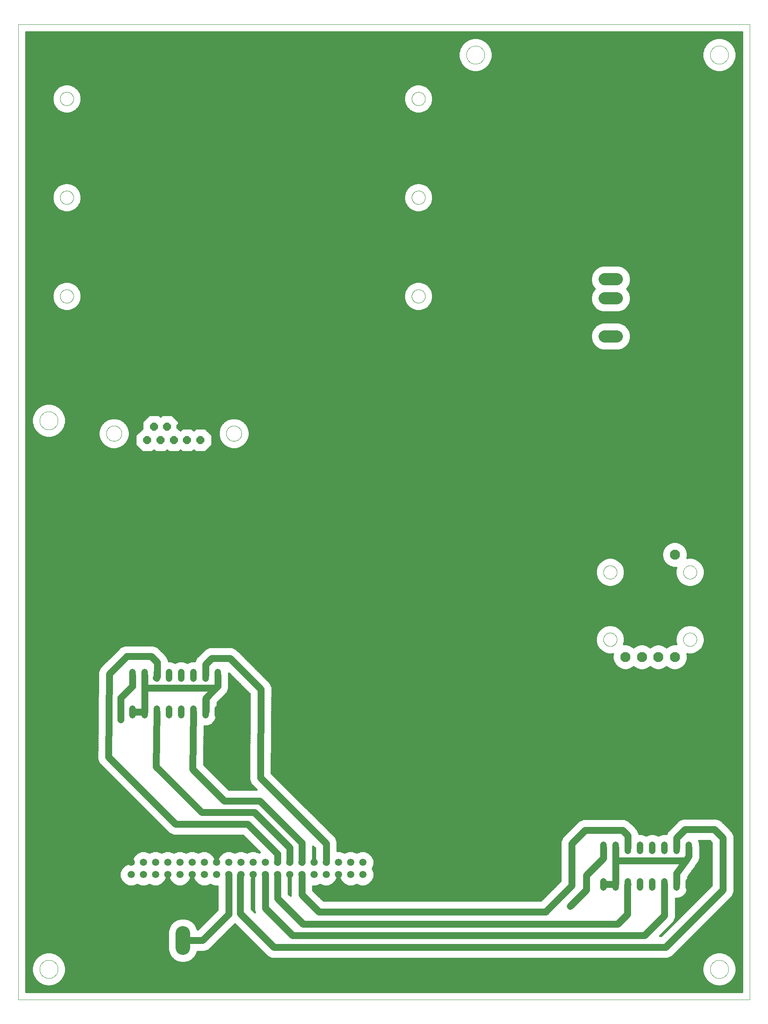
<source format=gtl>
G75*
%MOIN*%
%OFA0B0*%
%FSLAX25Y25*%
%IPPOS*%
%LPD*%
%AMOC8*
5,1,8,0,0,1.08239X$1,22.5*
%
%ADD10C,0.00000*%
%ADD11C,0.05937*%
%ADD12OC8,0.06496*%
%ADD13C,0.08268*%
%ADD14R,0.08268X0.08268*%
%ADD15C,0.11850*%
%ADD16C,0.05200*%
%ADD17C,0.10039*%
%ADD18C,0.05600*%
%ADD19R,0.03962X0.03962*%
%ADD20C,0.01600*%
D10*
X0001800Y0002800D02*
X0001800Y0802800D01*
X0601800Y0802800D01*
X0601800Y0002800D01*
X0001800Y0002800D01*
X0019325Y0027800D02*
X0019327Y0027983D01*
X0019334Y0028167D01*
X0019345Y0028350D01*
X0019361Y0028533D01*
X0019381Y0028715D01*
X0019406Y0028897D01*
X0019435Y0029078D01*
X0019469Y0029258D01*
X0019507Y0029438D01*
X0019549Y0029616D01*
X0019596Y0029794D01*
X0019647Y0029970D01*
X0019702Y0030145D01*
X0019762Y0030318D01*
X0019826Y0030490D01*
X0019894Y0030661D01*
X0019966Y0030829D01*
X0020043Y0030996D01*
X0020123Y0031161D01*
X0020208Y0031324D01*
X0020296Y0031484D01*
X0020388Y0031643D01*
X0020485Y0031799D01*
X0020585Y0031953D01*
X0020689Y0032104D01*
X0020796Y0032253D01*
X0020907Y0032399D01*
X0021022Y0032542D01*
X0021140Y0032682D01*
X0021261Y0032820D01*
X0021386Y0032954D01*
X0021514Y0033086D01*
X0021646Y0033214D01*
X0021780Y0033339D01*
X0021918Y0033460D01*
X0022058Y0033578D01*
X0022201Y0033693D01*
X0022347Y0033804D01*
X0022496Y0033911D01*
X0022647Y0034015D01*
X0022801Y0034115D01*
X0022957Y0034212D01*
X0023116Y0034304D01*
X0023276Y0034392D01*
X0023439Y0034477D01*
X0023604Y0034557D01*
X0023771Y0034634D01*
X0023939Y0034706D01*
X0024110Y0034774D01*
X0024282Y0034838D01*
X0024455Y0034898D01*
X0024630Y0034953D01*
X0024806Y0035004D01*
X0024984Y0035051D01*
X0025162Y0035093D01*
X0025342Y0035131D01*
X0025522Y0035165D01*
X0025703Y0035194D01*
X0025885Y0035219D01*
X0026067Y0035239D01*
X0026250Y0035255D01*
X0026433Y0035266D01*
X0026617Y0035273D01*
X0026800Y0035275D01*
X0026983Y0035273D01*
X0027167Y0035266D01*
X0027350Y0035255D01*
X0027533Y0035239D01*
X0027715Y0035219D01*
X0027897Y0035194D01*
X0028078Y0035165D01*
X0028258Y0035131D01*
X0028438Y0035093D01*
X0028616Y0035051D01*
X0028794Y0035004D01*
X0028970Y0034953D01*
X0029145Y0034898D01*
X0029318Y0034838D01*
X0029490Y0034774D01*
X0029661Y0034706D01*
X0029829Y0034634D01*
X0029996Y0034557D01*
X0030161Y0034477D01*
X0030324Y0034392D01*
X0030484Y0034304D01*
X0030643Y0034212D01*
X0030799Y0034115D01*
X0030953Y0034015D01*
X0031104Y0033911D01*
X0031253Y0033804D01*
X0031399Y0033693D01*
X0031542Y0033578D01*
X0031682Y0033460D01*
X0031820Y0033339D01*
X0031954Y0033214D01*
X0032086Y0033086D01*
X0032214Y0032954D01*
X0032339Y0032820D01*
X0032460Y0032682D01*
X0032578Y0032542D01*
X0032693Y0032399D01*
X0032804Y0032253D01*
X0032911Y0032104D01*
X0033015Y0031953D01*
X0033115Y0031799D01*
X0033212Y0031643D01*
X0033304Y0031484D01*
X0033392Y0031324D01*
X0033477Y0031161D01*
X0033557Y0030996D01*
X0033634Y0030829D01*
X0033706Y0030661D01*
X0033774Y0030490D01*
X0033838Y0030318D01*
X0033898Y0030145D01*
X0033953Y0029970D01*
X0034004Y0029794D01*
X0034051Y0029616D01*
X0034093Y0029438D01*
X0034131Y0029258D01*
X0034165Y0029078D01*
X0034194Y0028897D01*
X0034219Y0028715D01*
X0034239Y0028533D01*
X0034255Y0028350D01*
X0034266Y0028167D01*
X0034273Y0027983D01*
X0034275Y0027800D01*
X0034273Y0027617D01*
X0034266Y0027433D01*
X0034255Y0027250D01*
X0034239Y0027067D01*
X0034219Y0026885D01*
X0034194Y0026703D01*
X0034165Y0026522D01*
X0034131Y0026342D01*
X0034093Y0026162D01*
X0034051Y0025984D01*
X0034004Y0025806D01*
X0033953Y0025630D01*
X0033898Y0025455D01*
X0033838Y0025282D01*
X0033774Y0025110D01*
X0033706Y0024939D01*
X0033634Y0024771D01*
X0033557Y0024604D01*
X0033477Y0024439D01*
X0033392Y0024276D01*
X0033304Y0024116D01*
X0033212Y0023957D01*
X0033115Y0023801D01*
X0033015Y0023647D01*
X0032911Y0023496D01*
X0032804Y0023347D01*
X0032693Y0023201D01*
X0032578Y0023058D01*
X0032460Y0022918D01*
X0032339Y0022780D01*
X0032214Y0022646D01*
X0032086Y0022514D01*
X0031954Y0022386D01*
X0031820Y0022261D01*
X0031682Y0022140D01*
X0031542Y0022022D01*
X0031399Y0021907D01*
X0031253Y0021796D01*
X0031104Y0021689D01*
X0030953Y0021585D01*
X0030799Y0021485D01*
X0030643Y0021388D01*
X0030484Y0021296D01*
X0030324Y0021208D01*
X0030161Y0021123D01*
X0029996Y0021043D01*
X0029829Y0020966D01*
X0029661Y0020894D01*
X0029490Y0020826D01*
X0029318Y0020762D01*
X0029145Y0020702D01*
X0028970Y0020647D01*
X0028794Y0020596D01*
X0028616Y0020549D01*
X0028438Y0020507D01*
X0028258Y0020469D01*
X0028078Y0020435D01*
X0027897Y0020406D01*
X0027715Y0020381D01*
X0027533Y0020361D01*
X0027350Y0020345D01*
X0027167Y0020334D01*
X0026983Y0020327D01*
X0026800Y0020325D01*
X0026617Y0020327D01*
X0026433Y0020334D01*
X0026250Y0020345D01*
X0026067Y0020361D01*
X0025885Y0020381D01*
X0025703Y0020406D01*
X0025522Y0020435D01*
X0025342Y0020469D01*
X0025162Y0020507D01*
X0024984Y0020549D01*
X0024806Y0020596D01*
X0024630Y0020647D01*
X0024455Y0020702D01*
X0024282Y0020762D01*
X0024110Y0020826D01*
X0023939Y0020894D01*
X0023771Y0020966D01*
X0023604Y0021043D01*
X0023439Y0021123D01*
X0023276Y0021208D01*
X0023116Y0021296D01*
X0022957Y0021388D01*
X0022801Y0021485D01*
X0022647Y0021585D01*
X0022496Y0021689D01*
X0022347Y0021796D01*
X0022201Y0021907D01*
X0022058Y0022022D01*
X0021918Y0022140D01*
X0021780Y0022261D01*
X0021646Y0022386D01*
X0021514Y0022514D01*
X0021386Y0022646D01*
X0021261Y0022780D01*
X0021140Y0022918D01*
X0021022Y0023058D01*
X0020907Y0023201D01*
X0020796Y0023347D01*
X0020689Y0023496D01*
X0020585Y0023647D01*
X0020485Y0023801D01*
X0020388Y0023957D01*
X0020296Y0024116D01*
X0020208Y0024276D01*
X0020123Y0024439D01*
X0020043Y0024604D01*
X0019966Y0024771D01*
X0019894Y0024939D01*
X0019826Y0025110D01*
X0019762Y0025282D01*
X0019702Y0025455D01*
X0019647Y0025630D01*
X0019596Y0025806D01*
X0019549Y0025984D01*
X0019507Y0026162D01*
X0019469Y0026342D01*
X0019435Y0026522D01*
X0019406Y0026703D01*
X0019381Y0026885D01*
X0019361Y0027067D01*
X0019345Y0027250D01*
X0019334Y0027433D01*
X0019327Y0027617D01*
X0019325Y0027800D01*
X0073982Y0467261D02*
X0073984Y0467419D01*
X0073990Y0467577D01*
X0074000Y0467735D01*
X0074014Y0467893D01*
X0074032Y0468050D01*
X0074053Y0468207D01*
X0074079Y0468363D01*
X0074109Y0468519D01*
X0074142Y0468674D01*
X0074180Y0468827D01*
X0074221Y0468980D01*
X0074266Y0469132D01*
X0074315Y0469283D01*
X0074368Y0469432D01*
X0074424Y0469580D01*
X0074484Y0469726D01*
X0074548Y0469871D01*
X0074616Y0470014D01*
X0074687Y0470156D01*
X0074761Y0470296D01*
X0074839Y0470433D01*
X0074921Y0470569D01*
X0075005Y0470703D01*
X0075094Y0470834D01*
X0075185Y0470963D01*
X0075280Y0471090D01*
X0075377Y0471215D01*
X0075478Y0471337D01*
X0075582Y0471456D01*
X0075689Y0471573D01*
X0075799Y0471687D01*
X0075912Y0471798D01*
X0076027Y0471907D01*
X0076145Y0472012D01*
X0076266Y0472114D01*
X0076389Y0472214D01*
X0076515Y0472310D01*
X0076643Y0472403D01*
X0076773Y0472493D01*
X0076906Y0472579D01*
X0077041Y0472663D01*
X0077177Y0472742D01*
X0077316Y0472819D01*
X0077457Y0472891D01*
X0077599Y0472961D01*
X0077743Y0473026D01*
X0077889Y0473088D01*
X0078036Y0473146D01*
X0078185Y0473201D01*
X0078335Y0473252D01*
X0078486Y0473299D01*
X0078638Y0473342D01*
X0078791Y0473381D01*
X0078946Y0473417D01*
X0079101Y0473448D01*
X0079257Y0473476D01*
X0079413Y0473500D01*
X0079570Y0473520D01*
X0079728Y0473536D01*
X0079885Y0473548D01*
X0080044Y0473556D01*
X0080202Y0473560D01*
X0080360Y0473560D01*
X0080518Y0473556D01*
X0080677Y0473548D01*
X0080834Y0473536D01*
X0080992Y0473520D01*
X0081149Y0473500D01*
X0081305Y0473476D01*
X0081461Y0473448D01*
X0081616Y0473417D01*
X0081771Y0473381D01*
X0081924Y0473342D01*
X0082076Y0473299D01*
X0082227Y0473252D01*
X0082377Y0473201D01*
X0082526Y0473146D01*
X0082673Y0473088D01*
X0082819Y0473026D01*
X0082963Y0472961D01*
X0083105Y0472891D01*
X0083246Y0472819D01*
X0083385Y0472742D01*
X0083521Y0472663D01*
X0083656Y0472579D01*
X0083789Y0472493D01*
X0083919Y0472403D01*
X0084047Y0472310D01*
X0084173Y0472214D01*
X0084296Y0472114D01*
X0084417Y0472012D01*
X0084535Y0471907D01*
X0084650Y0471798D01*
X0084763Y0471687D01*
X0084873Y0471573D01*
X0084980Y0471456D01*
X0085084Y0471337D01*
X0085185Y0471215D01*
X0085282Y0471090D01*
X0085377Y0470963D01*
X0085468Y0470834D01*
X0085557Y0470703D01*
X0085641Y0470569D01*
X0085723Y0470433D01*
X0085801Y0470296D01*
X0085875Y0470156D01*
X0085946Y0470014D01*
X0086014Y0469871D01*
X0086078Y0469726D01*
X0086138Y0469580D01*
X0086194Y0469432D01*
X0086247Y0469283D01*
X0086296Y0469132D01*
X0086341Y0468980D01*
X0086382Y0468827D01*
X0086420Y0468674D01*
X0086453Y0468519D01*
X0086483Y0468363D01*
X0086509Y0468207D01*
X0086530Y0468050D01*
X0086548Y0467893D01*
X0086562Y0467735D01*
X0086572Y0467577D01*
X0086578Y0467419D01*
X0086580Y0467261D01*
X0086578Y0467103D01*
X0086572Y0466945D01*
X0086562Y0466787D01*
X0086548Y0466629D01*
X0086530Y0466472D01*
X0086509Y0466315D01*
X0086483Y0466159D01*
X0086453Y0466003D01*
X0086420Y0465848D01*
X0086382Y0465695D01*
X0086341Y0465542D01*
X0086296Y0465390D01*
X0086247Y0465239D01*
X0086194Y0465090D01*
X0086138Y0464942D01*
X0086078Y0464796D01*
X0086014Y0464651D01*
X0085946Y0464508D01*
X0085875Y0464366D01*
X0085801Y0464226D01*
X0085723Y0464089D01*
X0085641Y0463953D01*
X0085557Y0463819D01*
X0085468Y0463688D01*
X0085377Y0463559D01*
X0085282Y0463432D01*
X0085185Y0463307D01*
X0085084Y0463185D01*
X0084980Y0463066D01*
X0084873Y0462949D01*
X0084763Y0462835D01*
X0084650Y0462724D01*
X0084535Y0462615D01*
X0084417Y0462510D01*
X0084296Y0462408D01*
X0084173Y0462308D01*
X0084047Y0462212D01*
X0083919Y0462119D01*
X0083789Y0462029D01*
X0083656Y0461943D01*
X0083521Y0461859D01*
X0083385Y0461780D01*
X0083246Y0461703D01*
X0083105Y0461631D01*
X0082963Y0461561D01*
X0082819Y0461496D01*
X0082673Y0461434D01*
X0082526Y0461376D01*
X0082377Y0461321D01*
X0082227Y0461270D01*
X0082076Y0461223D01*
X0081924Y0461180D01*
X0081771Y0461141D01*
X0081616Y0461105D01*
X0081461Y0461074D01*
X0081305Y0461046D01*
X0081149Y0461022D01*
X0080992Y0461002D01*
X0080834Y0460986D01*
X0080677Y0460974D01*
X0080518Y0460966D01*
X0080360Y0460962D01*
X0080202Y0460962D01*
X0080044Y0460966D01*
X0079885Y0460974D01*
X0079728Y0460986D01*
X0079570Y0461002D01*
X0079413Y0461022D01*
X0079257Y0461046D01*
X0079101Y0461074D01*
X0078946Y0461105D01*
X0078791Y0461141D01*
X0078638Y0461180D01*
X0078486Y0461223D01*
X0078335Y0461270D01*
X0078185Y0461321D01*
X0078036Y0461376D01*
X0077889Y0461434D01*
X0077743Y0461496D01*
X0077599Y0461561D01*
X0077457Y0461631D01*
X0077316Y0461703D01*
X0077177Y0461780D01*
X0077041Y0461859D01*
X0076906Y0461943D01*
X0076773Y0462029D01*
X0076643Y0462119D01*
X0076515Y0462212D01*
X0076389Y0462308D01*
X0076266Y0462408D01*
X0076145Y0462510D01*
X0076027Y0462615D01*
X0075912Y0462724D01*
X0075799Y0462835D01*
X0075689Y0462949D01*
X0075582Y0463066D01*
X0075478Y0463185D01*
X0075377Y0463307D01*
X0075280Y0463432D01*
X0075185Y0463559D01*
X0075094Y0463688D01*
X0075005Y0463819D01*
X0074921Y0463953D01*
X0074839Y0464089D01*
X0074761Y0464226D01*
X0074687Y0464366D01*
X0074616Y0464508D01*
X0074548Y0464651D01*
X0074484Y0464796D01*
X0074424Y0464942D01*
X0074368Y0465090D01*
X0074315Y0465239D01*
X0074266Y0465390D01*
X0074221Y0465542D01*
X0074180Y0465695D01*
X0074142Y0465848D01*
X0074109Y0466003D01*
X0074079Y0466159D01*
X0074053Y0466315D01*
X0074032Y0466472D01*
X0074014Y0466629D01*
X0074000Y0466787D01*
X0073990Y0466945D01*
X0073984Y0467103D01*
X0073982Y0467261D01*
X0019325Y0477800D02*
X0019327Y0477983D01*
X0019334Y0478167D01*
X0019345Y0478350D01*
X0019361Y0478533D01*
X0019381Y0478715D01*
X0019406Y0478897D01*
X0019435Y0479078D01*
X0019469Y0479258D01*
X0019507Y0479438D01*
X0019549Y0479616D01*
X0019596Y0479794D01*
X0019647Y0479970D01*
X0019702Y0480145D01*
X0019762Y0480318D01*
X0019826Y0480490D01*
X0019894Y0480661D01*
X0019966Y0480829D01*
X0020043Y0480996D01*
X0020123Y0481161D01*
X0020208Y0481324D01*
X0020296Y0481484D01*
X0020388Y0481643D01*
X0020485Y0481799D01*
X0020585Y0481953D01*
X0020689Y0482104D01*
X0020796Y0482253D01*
X0020907Y0482399D01*
X0021022Y0482542D01*
X0021140Y0482682D01*
X0021261Y0482820D01*
X0021386Y0482954D01*
X0021514Y0483086D01*
X0021646Y0483214D01*
X0021780Y0483339D01*
X0021918Y0483460D01*
X0022058Y0483578D01*
X0022201Y0483693D01*
X0022347Y0483804D01*
X0022496Y0483911D01*
X0022647Y0484015D01*
X0022801Y0484115D01*
X0022957Y0484212D01*
X0023116Y0484304D01*
X0023276Y0484392D01*
X0023439Y0484477D01*
X0023604Y0484557D01*
X0023771Y0484634D01*
X0023939Y0484706D01*
X0024110Y0484774D01*
X0024282Y0484838D01*
X0024455Y0484898D01*
X0024630Y0484953D01*
X0024806Y0485004D01*
X0024984Y0485051D01*
X0025162Y0485093D01*
X0025342Y0485131D01*
X0025522Y0485165D01*
X0025703Y0485194D01*
X0025885Y0485219D01*
X0026067Y0485239D01*
X0026250Y0485255D01*
X0026433Y0485266D01*
X0026617Y0485273D01*
X0026800Y0485275D01*
X0026983Y0485273D01*
X0027167Y0485266D01*
X0027350Y0485255D01*
X0027533Y0485239D01*
X0027715Y0485219D01*
X0027897Y0485194D01*
X0028078Y0485165D01*
X0028258Y0485131D01*
X0028438Y0485093D01*
X0028616Y0485051D01*
X0028794Y0485004D01*
X0028970Y0484953D01*
X0029145Y0484898D01*
X0029318Y0484838D01*
X0029490Y0484774D01*
X0029661Y0484706D01*
X0029829Y0484634D01*
X0029996Y0484557D01*
X0030161Y0484477D01*
X0030324Y0484392D01*
X0030484Y0484304D01*
X0030643Y0484212D01*
X0030799Y0484115D01*
X0030953Y0484015D01*
X0031104Y0483911D01*
X0031253Y0483804D01*
X0031399Y0483693D01*
X0031542Y0483578D01*
X0031682Y0483460D01*
X0031820Y0483339D01*
X0031954Y0483214D01*
X0032086Y0483086D01*
X0032214Y0482954D01*
X0032339Y0482820D01*
X0032460Y0482682D01*
X0032578Y0482542D01*
X0032693Y0482399D01*
X0032804Y0482253D01*
X0032911Y0482104D01*
X0033015Y0481953D01*
X0033115Y0481799D01*
X0033212Y0481643D01*
X0033304Y0481484D01*
X0033392Y0481324D01*
X0033477Y0481161D01*
X0033557Y0480996D01*
X0033634Y0480829D01*
X0033706Y0480661D01*
X0033774Y0480490D01*
X0033838Y0480318D01*
X0033898Y0480145D01*
X0033953Y0479970D01*
X0034004Y0479794D01*
X0034051Y0479616D01*
X0034093Y0479438D01*
X0034131Y0479258D01*
X0034165Y0479078D01*
X0034194Y0478897D01*
X0034219Y0478715D01*
X0034239Y0478533D01*
X0034255Y0478350D01*
X0034266Y0478167D01*
X0034273Y0477983D01*
X0034275Y0477800D01*
X0034273Y0477617D01*
X0034266Y0477433D01*
X0034255Y0477250D01*
X0034239Y0477067D01*
X0034219Y0476885D01*
X0034194Y0476703D01*
X0034165Y0476522D01*
X0034131Y0476342D01*
X0034093Y0476162D01*
X0034051Y0475984D01*
X0034004Y0475806D01*
X0033953Y0475630D01*
X0033898Y0475455D01*
X0033838Y0475282D01*
X0033774Y0475110D01*
X0033706Y0474939D01*
X0033634Y0474771D01*
X0033557Y0474604D01*
X0033477Y0474439D01*
X0033392Y0474276D01*
X0033304Y0474116D01*
X0033212Y0473957D01*
X0033115Y0473801D01*
X0033015Y0473647D01*
X0032911Y0473496D01*
X0032804Y0473347D01*
X0032693Y0473201D01*
X0032578Y0473058D01*
X0032460Y0472918D01*
X0032339Y0472780D01*
X0032214Y0472646D01*
X0032086Y0472514D01*
X0031954Y0472386D01*
X0031820Y0472261D01*
X0031682Y0472140D01*
X0031542Y0472022D01*
X0031399Y0471907D01*
X0031253Y0471796D01*
X0031104Y0471689D01*
X0030953Y0471585D01*
X0030799Y0471485D01*
X0030643Y0471388D01*
X0030484Y0471296D01*
X0030324Y0471208D01*
X0030161Y0471123D01*
X0029996Y0471043D01*
X0029829Y0470966D01*
X0029661Y0470894D01*
X0029490Y0470826D01*
X0029318Y0470762D01*
X0029145Y0470702D01*
X0028970Y0470647D01*
X0028794Y0470596D01*
X0028616Y0470549D01*
X0028438Y0470507D01*
X0028258Y0470469D01*
X0028078Y0470435D01*
X0027897Y0470406D01*
X0027715Y0470381D01*
X0027533Y0470361D01*
X0027350Y0470345D01*
X0027167Y0470334D01*
X0026983Y0470327D01*
X0026800Y0470325D01*
X0026617Y0470327D01*
X0026433Y0470334D01*
X0026250Y0470345D01*
X0026067Y0470361D01*
X0025885Y0470381D01*
X0025703Y0470406D01*
X0025522Y0470435D01*
X0025342Y0470469D01*
X0025162Y0470507D01*
X0024984Y0470549D01*
X0024806Y0470596D01*
X0024630Y0470647D01*
X0024455Y0470702D01*
X0024282Y0470762D01*
X0024110Y0470826D01*
X0023939Y0470894D01*
X0023771Y0470966D01*
X0023604Y0471043D01*
X0023439Y0471123D01*
X0023276Y0471208D01*
X0023116Y0471296D01*
X0022957Y0471388D01*
X0022801Y0471485D01*
X0022647Y0471585D01*
X0022496Y0471689D01*
X0022347Y0471796D01*
X0022201Y0471907D01*
X0022058Y0472022D01*
X0021918Y0472140D01*
X0021780Y0472261D01*
X0021646Y0472386D01*
X0021514Y0472514D01*
X0021386Y0472646D01*
X0021261Y0472780D01*
X0021140Y0472918D01*
X0021022Y0473058D01*
X0020907Y0473201D01*
X0020796Y0473347D01*
X0020689Y0473496D01*
X0020585Y0473647D01*
X0020485Y0473801D01*
X0020388Y0473957D01*
X0020296Y0474116D01*
X0020208Y0474276D01*
X0020123Y0474439D01*
X0020043Y0474604D01*
X0019966Y0474771D01*
X0019894Y0474939D01*
X0019826Y0475110D01*
X0019762Y0475282D01*
X0019702Y0475455D01*
X0019647Y0475630D01*
X0019596Y0475806D01*
X0019549Y0475984D01*
X0019507Y0476162D01*
X0019469Y0476342D01*
X0019435Y0476522D01*
X0019406Y0476703D01*
X0019381Y0476885D01*
X0019361Y0477067D01*
X0019345Y0477250D01*
X0019334Y0477433D01*
X0019327Y0477617D01*
X0019325Y0477800D01*
X0036038Y0579800D02*
X0036040Y0579948D01*
X0036046Y0580096D01*
X0036056Y0580244D01*
X0036070Y0580391D01*
X0036088Y0580538D01*
X0036109Y0580684D01*
X0036135Y0580830D01*
X0036165Y0580975D01*
X0036198Y0581119D01*
X0036236Y0581262D01*
X0036277Y0581404D01*
X0036322Y0581545D01*
X0036370Y0581685D01*
X0036423Y0581824D01*
X0036479Y0581961D01*
X0036539Y0582096D01*
X0036602Y0582230D01*
X0036669Y0582362D01*
X0036740Y0582492D01*
X0036814Y0582620D01*
X0036891Y0582746D01*
X0036972Y0582870D01*
X0037056Y0582992D01*
X0037143Y0583111D01*
X0037234Y0583228D01*
X0037328Y0583343D01*
X0037424Y0583455D01*
X0037524Y0583565D01*
X0037626Y0583671D01*
X0037732Y0583775D01*
X0037840Y0583876D01*
X0037951Y0583974D01*
X0038064Y0584070D01*
X0038180Y0584162D01*
X0038298Y0584251D01*
X0038419Y0584336D01*
X0038542Y0584419D01*
X0038667Y0584498D01*
X0038794Y0584574D01*
X0038923Y0584646D01*
X0039054Y0584715D01*
X0039187Y0584780D01*
X0039322Y0584841D01*
X0039458Y0584899D01*
X0039595Y0584954D01*
X0039734Y0585004D01*
X0039875Y0585051D01*
X0040016Y0585094D01*
X0040159Y0585134D01*
X0040303Y0585169D01*
X0040447Y0585201D01*
X0040593Y0585228D01*
X0040739Y0585252D01*
X0040886Y0585272D01*
X0041033Y0585288D01*
X0041180Y0585300D01*
X0041328Y0585308D01*
X0041476Y0585312D01*
X0041624Y0585312D01*
X0041772Y0585308D01*
X0041920Y0585300D01*
X0042067Y0585288D01*
X0042214Y0585272D01*
X0042361Y0585252D01*
X0042507Y0585228D01*
X0042653Y0585201D01*
X0042797Y0585169D01*
X0042941Y0585134D01*
X0043084Y0585094D01*
X0043225Y0585051D01*
X0043366Y0585004D01*
X0043505Y0584954D01*
X0043642Y0584899D01*
X0043778Y0584841D01*
X0043913Y0584780D01*
X0044046Y0584715D01*
X0044177Y0584646D01*
X0044306Y0584574D01*
X0044433Y0584498D01*
X0044558Y0584419D01*
X0044681Y0584336D01*
X0044802Y0584251D01*
X0044920Y0584162D01*
X0045036Y0584070D01*
X0045149Y0583974D01*
X0045260Y0583876D01*
X0045368Y0583775D01*
X0045474Y0583671D01*
X0045576Y0583565D01*
X0045676Y0583455D01*
X0045772Y0583343D01*
X0045866Y0583228D01*
X0045957Y0583111D01*
X0046044Y0582992D01*
X0046128Y0582870D01*
X0046209Y0582746D01*
X0046286Y0582620D01*
X0046360Y0582492D01*
X0046431Y0582362D01*
X0046498Y0582230D01*
X0046561Y0582096D01*
X0046621Y0581961D01*
X0046677Y0581824D01*
X0046730Y0581685D01*
X0046778Y0581545D01*
X0046823Y0581404D01*
X0046864Y0581262D01*
X0046902Y0581119D01*
X0046935Y0580975D01*
X0046965Y0580830D01*
X0046991Y0580684D01*
X0047012Y0580538D01*
X0047030Y0580391D01*
X0047044Y0580244D01*
X0047054Y0580096D01*
X0047060Y0579948D01*
X0047062Y0579800D01*
X0047060Y0579652D01*
X0047054Y0579504D01*
X0047044Y0579356D01*
X0047030Y0579209D01*
X0047012Y0579062D01*
X0046991Y0578916D01*
X0046965Y0578770D01*
X0046935Y0578625D01*
X0046902Y0578481D01*
X0046864Y0578338D01*
X0046823Y0578196D01*
X0046778Y0578055D01*
X0046730Y0577915D01*
X0046677Y0577776D01*
X0046621Y0577639D01*
X0046561Y0577504D01*
X0046498Y0577370D01*
X0046431Y0577238D01*
X0046360Y0577108D01*
X0046286Y0576980D01*
X0046209Y0576854D01*
X0046128Y0576730D01*
X0046044Y0576608D01*
X0045957Y0576489D01*
X0045866Y0576372D01*
X0045772Y0576257D01*
X0045676Y0576145D01*
X0045576Y0576035D01*
X0045474Y0575929D01*
X0045368Y0575825D01*
X0045260Y0575724D01*
X0045149Y0575626D01*
X0045036Y0575530D01*
X0044920Y0575438D01*
X0044802Y0575349D01*
X0044681Y0575264D01*
X0044558Y0575181D01*
X0044433Y0575102D01*
X0044306Y0575026D01*
X0044177Y0574954D01*
X0044046Y0574885D01*
X0043913Y0574820D01*
X0043778Y0574759D01*
X0043642Y0574701D01*
X0043505Y0574646D01*
X0043366Y0574596D01*
X0043225Y0574549D01*
X0043084Y0574506D01*
X0042941Y0574466D01*
X0042797Y0574431D01*
X0042653Y0574399D01*
X0042507Y0574372D01*
X0042361Y0574348D01*
X0042214Y0574328D01*
X0042067Y0574312D01*
X0041920Y0574300D01*
X0041772Y0574292D01*
X0041624Y0574288D01*
X0041476Y0574288D01*
X0041328Y0574292D01*
X0041180Y0574300D01*
X0041033Y0574312D01*
X0040886Y0574328D01*
X0040739Y0574348D01*
X0040593Y0574372D01*
X0040447Y0574399D01*
X0040303Y0574431D01*
X0040159Y0574466D01*
X0040016Y0574506D01*
X0039875Y0574549D01*
X0039734Y0574596D01*
X0039595Y0574646D01*
X0039458Y0574701D01*
X0039322Y0574759D01*
X0039187Y0574820D01*
X0039054Y0574885D01*
X0038923Y0574954D01*
X0038794Y0575026D01*
X0038667Y0575102D01*
X0038542Y0575181D01*
X0038419Y0575264D01*
X0038298Y0575349D01*
X0038180Y0575438D01*
X0038064Y0575530D01*
X0037951Y0575626D01*
X0037840Y0575724D01*
X0037732Y0575825D01*
X0037626Y0575929D01*
X0037524Y0576035D01*
X0037424Y0576145D01*
X0037328Y0576257D01*
X0037234Y0576372D01*
X0037143Y0576489D01*
X0037056Y0576608D01*
X0036972Y0576730D01*
X0036891Y0576854D01*
X0036814Y0576980D01*
X0036740Y0577108D01*
X0036669Y0577238D01*
X0036602Y0577370D01*
X0036539Y0577504D01*
X0036479Y0577639D01*
X0036423Y0577776D01*
X0036370Y0577915D01*
X0036322Y0578055D01*
X0036277Y0578196D01*
X0036236Y0578338D01*
X0036198Y0578481D01*
X0036165Y0578625D01*
X0036135Y0578770D01*
X0036109Y0578916D01*
X0036088Y0579062D01*
X0036070Y0579209D01*
X0036056Y0579356D01*
X0036046Y0579504D01*
X0036040Y0579652D01*
X0036038Y0579800D01*
X0036038Y0660800D02*
X0036040Y0660948D01*
X0036046Y0661096D01*
X0036056Y0661244D01*
X0036070Y0661391D01*
X0036088Y0661538D01*
X0036109Y0661684D01*
X0036135Y0661830D01*
X0036165Y0661975D01*
X0036198Y0662119D01*
X0036236Y0662262D01*
X0036277Y0662404D01*
X0036322Y0662545D01*
X0036370Y0662685D01*
X0036423Y0662824D01*
X0036479Y0662961D01*
X0036539Y0663096D01*
X0036602Y0663230D01*
X0036669Y0663362D01*
X0036740Y0663492D01*
X0036814Y0663620D01*
X0036891Y0663746D01*
X0036972Y0663870D01*
X0037056Y0663992D01*
X0037143Y0664111D01*
X0037234Y0664228D01*
X0037328Y0664343D01*
X0037424Y0664455D01*
X0037524Y0664565D01*
X0037626Y0664671D01*
X0037732Y0664775D01*
X0037840Y0664876D01*
X0037951Y0664974D01*
X0038064Y0665070D01*
X0038180Y0665162D01*
X0038298Y0665251D01*
X0038419Y0665336D01*
X0038542Y0665419D01*
X0038667Y0665498D01*
X0038794Y0665574D01*
X0038923Y0665646D01*
X0039054Y0665715D01*
X0039187Y0665780D01*
X0039322Y0665841D01*
X0039458Y0665899D01*
X0039595Y0665954D01*
X0039734Y0666004D01*
X0039875Y0666051D01*
X0040016Y0666094D01*
X0040159Y0666134D01*
X0040303Y0666169D01*
X0040447Y0666201D01*
X0040593Y0666228D01*
X0040739Y0666252D01*
X0040886Y0666272D01*
X0041033Y0666288D01*
X0041180Y0666300D01*
X0041328Y0666308D01*
X0041476Y0666312D01*
X0041624Y0666312D01*
X0041772Y0666308D01*
X0041920Y0666300D01*
X0042067Y0666288D01*
X0042214Y0666272D01*
X0042361Y0666252D01*
X0042507Y0666228D01*
X0042653Y0666201D01*
X0042797Y0666169D01*
X0042941Y0666134D01*
X0043084Y0666094D01*
X0043225Y0666051D01*
X0043366Y0666004D01*
X0043505Y0665954D01*
X0043642Y0665899D01*
X0043778Y0665841D01*
X0043913Y0665780D01*
X0044046Y0665715D01*
X0044177Y0665646D01*
X0044306Y0665574D01*
X0044433Y0665498D01*
X0044558Y0665419D01*
X0044681Y0665336D01*
X0044802Y0665251D01*
X0044920Y0665162D01*
X0045036Y0665070D01*
X0045149Y0664974D01*
X0045260Y0664876D01*
X0045368Y0664775D01*
X0045474Y0664671D01*
X0045576Y0664565D01*
X0045676Y0664455D01*
X0045772Y0664343D01*
X0045866Y0664228D01*
X0045957Y0664111D01*
X0046044Y0663992D01*
X0046128Y0663870D01*
X0046209Y0663746D01*
X0046286Y0663620D01*
X0046360Y0663492D01*
X0046431Y0663362D01*
X0046498Y0663230D01*
X0046561Y0663096D01*
X0046621Y0662961D01*
X0046677Y0662824D01*
X0046730Y0662685D01*
X0046778Y0662545D01*
X0046823Y0662404D01*
X0046864Y0662262D01*
X0046902Y0662119D01*
X0046935Y0661975D01*
X0046965Y0661830D01*
X0046991Y0661684D01*
X0047012Y0661538D01*
X0047030Y0661391D01*
X0047044Y0661244D01*
X0047054Y0661096D01*
X0047060Y0660948D01*
X0047062Y0660800D01*
X0047060Y0660652D01*
X0047054Y0660504D01*
X0047044Y0660356D01*
X0047030Y0660209D01*
X0047012Y0660062D01*
X0046991Y0659916D01*
X0046965Y0659770D01*
X0046935Y0659625D01*
X0046902Y0659481D01*
X0046864Y0659338D01*
X0046823Y0659196D01*
X0046778Y0659055D01*
X0046730Y0658915D01*
X0046677Y0658776D01*
X0046621Y0658639D01*
X0046561Y0658504D01*
X0046498Y0658370D01*
X0046431Y0658238D01*
X0046360Y0658108D01*
X0046286Y0657980D01*
X0046209Y0657854D01*
X0046128Y0657730D01*
X0046044Y0657608D01*
X0045957Y0657489D01*
X0045866Y0657372D01*
X0045772Y0657257D01*
X0045676Y0657145D01*
X0045576Y0657035D01*
X0045474Y0656929D01*
X0045368Y0656825D01*
X0045260Y0656724D01*
X0045149Y0656626D01*
X0045036Y0656530D01*
X0044920Y0656438D01*
X0044802Y0656349D01*
X0044681Y0656264D01*
X0044558Y0656181D01*
X0044433Y0656102D01*
X0044306Y0656026D01*
X0044177Y0655954D01*
X0044046Y0655885D01*
X0043913Y0655820D01*
X0043778Y0655759D01*
X0043642Y0655701D01*
X0043505Y0655646D01*
X0043366Y0655596D01*
X0043225Y0655549D01*
X0043084Y0655506D01*
X0042941Y0655466D01*
X0042797Y0655431D01*
X0042653Y0655399D01*
X0042507Y0655372D01*
X0042361Y0655348D01*
X0042214Y0655328D01*
X0042067Y0655312D01*
X0041920Y0655300D01*
X0041772Y0655292D01*
X0041624Y0655288D01*
X0041476Y0655288D01*
X0041328Y0655292D01*
X0041180Y0655300D01*
X0041033Y0655312D01*
X0040886Y0655328D01*
X0040739Y0655348D01*
X0040593Y0655372D01*
X0040447Y0655399D01*
X0040303Y0655431D01*
X0040159Y0655466D01*
X0040016Y0655506D01*
X0039875Y0655549D01*
X0039734Y0655596D01*
X0039595Y0655646D01*
X0039458Y0655701D01*
X0039322Y0655759D01*
X0039187Y0655820D01*
X0039054Y0655885D01*
X0038923Y0655954D01*
X0038794Y0656026D01*
X0038667Y0656102D01*
X0038542Y0656181D01*
X0038419Y0656264D01*
X0038298Y0656349D01*
X0038180Y0656438D01*
X0038064Y0656530D01*
X0037951Y0656626D01*
X0037840Y0656724D01*
X0037732Y0656825D01*
X0037626Y0656929D01*
X0037524Y0657035D01*
X0037424Y0657145D01*
X0037328Y0657257D01*
X0037234Y0657372D01*
X0037143Y0657489D01*
X0037056Y0657608D01*
X0036972Y0657730D01*
X0036891Y0657854D01*
X0036814Y0657980D01*
X0036740Y0658108D01*
X0036669Y0658238D01*
X0036602Y0658370D01*
X0036539Y0658504D01*
X0036479Y0658639D01*
X0036423Y0658776D01*
X0036370Y0658915D01*
X0036322Y0659055D01*
X0036277Y0659196D01*
X0036236Y0659338D01*
X0036198Y0659481D01*
X0036165Y0659625D01*
X0036135Y0659770D01*
X0036109Y0659916D01*
X0036088Y0660062D01*
X0036070Y0660209D01*
X0036056Y0660356D01*
X0036046Y0660504D01*
X0036040Y0660652D01*
X0036038Y0660800D01*
X0036038Y0741800D02*
X0036040Y0741948D01*
X0036046Y0742096D01*
X0036056Y0742244D01*
X0036070Y0742391D01*
X0036088Y0742538D01*
X0036109Y0742684D01*
X0036135Y0742830D01*
X0036165Y0742975D01*
X0036198Y0743119D01*
X0036236Y0743262D01*
X0036277Y0743404D01*
X0036322Y0743545D01*
X0036370Y0743685D01*
X0036423Y0743824D01*
X0036479Y0743961D01*
X0036539Y0744096D01*
X0036602Y0744230D01*
X0036669Y0744362D01*
X0036740Y0744492D01*
X0036814Y0744620D01*
X0036891Y0744746D01*
X0036972Y0744870D01*
X0037056Y0744992D01*
X0037143Y0745111D01*
X0037234Y0745228D01*
X0037328Y0745343D01*
X0037424Y0745455D01*
X0037524Y0745565D01*
X0037626Y0745671D01*
X0037732Y0745775D01*
X0037840Y0745876D01*
X0037951Y0745974D01*
X0038064Y0746070D01*
X0038180Y0746162D01*
X0038298Y0746251D01*
X0038419Y0746336D01*
X0038542Y0746419D01*
X0038667Y0746498D01*
X0038794Y0746574D01*
X0038923Y0746646D01*
X0039054Y0746715D01*
X0039187Y0746780D01*
X0039322Y0746841D01*
X0039458Y0746899D01*
X0039595Y0746954D01*
X0039734Y0747004D01*
X0039875Y0747051D01*
X0040016Y0747094D01*
X0040159Y0747134D01*
X0040303Y0747169D01*
X0040447Y0747201D01*
X0040593Y0747228D01*
X0040739Y0747252D01*
X0040886Y0747272D01*
X0041033Y0747288D01*
X0041180Y0747300D01*
X0041328Y0747308D01*
X0041476Y0747312D01*
X0041624Y0747312D01*
X0041772Y0747308D01*
X0041920Y0747300D01*
X0042067Y0747288D01*
X0042214Y0747272D01*
X0042361Y0747252D01*
X0042507Y0747228D01*
X0042653Y0747201D01*
X0042797Y0747169D01*
X0042941Y0747134D01*
X0043084Y0747094D01*
X0043225Y0747051D01*
X0043366Y0747004D01*
X0043505Y0746954D01*
X0043642Y0746899D01*
X0043778Y0746841D01*
X0043913Y0746780D01*
X0044046Y0746715D01*
X0044177Y0746646D01*
X0044306Y0746574D01*
X0044433Y0746498D01*
X0044558Y0746419D01*
X0044681Y0746336D01*
X0044802Y0746251D01*
X0044920Y0746162D01*
X0045036Y0746070D01*
X0045149Y0745974D01*
X0045260Y0745876D01*
X0045368Y0745775D01*
X0045474Y0745671D01*
X0045576Y0745565D01*
X0045676Y0745455D01*
X0045772Y0745343D01*
X0045866Y0745228D01*
X0045957Y0745111D01*
X0046044Y0744992D01*
X0046128Y0744870D01*
X0046209Y0744746D01*
X0046286Y0744620D01*
X0046360Y0744492D01*
X0046431Y0744362D01*
X0046498Y0744230D01*
X0046561Y0744096D01*
X0046621Y0743961D01*
X0046677Y0743824D01*
X0046730Y0743685D01*
X0046778Y0743545D01*
X0046823Y0743404D01*
X0046864Y0743262D01*
X0046902Y0743119D01*
X0046935Y0742975D01*
X0046965Y0742830D01*
X0046991Y0742684D01*
X0047012Y0742538D01*
X0047030Y0742391D01*
X0047044Y0742244D01*
X0047054Y0742096D01*
X0047060Y0741948D01*
X0047062Y0741800D01*
X0047060Y0741652D01*
X0047054Y0741504D01*
X0047044Y0741356D01*
X0047030Y0741209D01*
X0047012Y0741062D01*
X0046991Y0740916D01*
X0046965Y0740770D01*
X0046935Y0740625D01*
X0046902Y0740481D01*
X0046864Y0740338D01*
X0046823Y0740196D01*
X0046778Y0740055D01*
X0046730Y0739915D01*
X0046677Y0739776D01*
X0046621Y0739639D01*
X0046561Y0739504D01*
X0046498Y0739370D01*
X0046431Y0739238D01*
X0046360Y0739108D01*
X0046286Y0738980D01*
X0046209Y0738854D01*
X0046128Y0738730D01*
X0046044Y0738608D01*
X0045957Y0738489D01*
X0045866Y0738372D01*
X0045772Y0738257D01*
X0045676Y0738145D01*
X0045576Y0738035D01*
X0045474Y0737929D01*
X0045368Y0737825D01*
X0045260Y0737724D01*
X0045149Y0737626D01*
X0045036Y0737530D01*
X0044920Y0737438D01*
X0044802Y0737349D01*
X0044681Y0737264D01*
X0044558Y0737181D01*
X0044433Y0737102D01*
X0044306Y0737026D01*
X0044177Y0736954D01*
X0044046Y0736885D01*
X0043913Y0736820D01*
X0043778Y0736759D01*
X0043642Y0736701D01*
X0043505Y0736646D01*
X0043366Y0736596D01*
X0043225Y0736549D01*
X0043084Y0736506D01*
X0042941Y0736466D01*
X0042797Y0736431D01*
X0042653Y0736399D01*
X0042507Y0736372D01*
X0042361Y0736348D01*
X0042214Y0736328D01*
X0042067Y0736312D01*
X0041920Y0736300D01*
X0041772Y0736292D01*
X0041624Y0736288D01*
X0041476Y0736288D01*
X0041328Y0736292D01*
X0041180Y0736300D01*
X0041033Y0736312D01*
X0040886Y0736328D01*
X0040739Y0736348D01*
X0040593Y0736372D01*
X0040447Y0736399D01*
X0040303Y0736431D01*
X0040159Y0736466D01*
X0040016Y0736506D01*
X0039875Y0736549D01*
X0039734Y0736596D01*
X0039595Y0736646D01*
X0039458Y0736701D01*
X0039322Y0736759D01*
X0039187Y0736820D01*
X0039054Y0736885D01*
X0038923Y0736954D01*
X0038794Y0737026D01*
X0038667Y0737102D01*
X0038542Y0737181D01*
X0038419Y0737264D01*
X0038298Y0737349D01*
X0038180Y0737438D01*
X0038064Y0737530D01*
X0037951Y0737626D01*
X0037840Y0737724D01*
X0037732Y0737825D01*
X0037626Y0737929D01*
X0037524Y0738035D01*
X0037424Y0738145D01*
X0037328Y0738257D01*
X0037234Y0738372D01*
X0037143Y0738489D01*
X0037056Y0738608D01*
X0036972Y0738730D01*
X0036891Y0738854D01*
X0036814Y0738980D01*
X0036740Y0739108D01*
X0036669Y0739238D01*
X0036602Y0739370D01*
X0036539Y0739504D01*
X0036479Y0739639D01*
X0036423Y0739776D01*
X0036370Y0739915D01*
X0036322Y0740055D01*
X0036277Y0740196D01*
X0036236Y0740338D01*
X0036198Y0740481D01*
X0036165Y0740625D01*
X0036135Y0740770D01*
X0036109Y0740916D01*
X0036088Y0741062D01*
X0036070Y0741209D01*
X0036056Y0741356D01*
X0036046Y0741504D01*
X0036040Y0741652D01*
X0036038Y0741800D01*
X0172368Y0467261D02*
X0172370Y0467419D01*
X0172376Y0467577D01*
X0172386Y0467735D01*
X0172400Y0467893D01*
X0172418Y0468050D01*
X0172439Y0468207D01*
X0172465Y0468363D01*
X0172495Y0468519D01*
X0172528Y0468674D01*
X0172566Y0468827D01*
X0172607Y0468980D01*
X0172652Y0469132D01*
X0172701Y0469283D01*
X0172754Y0469432D01*
X0172810Y0469580D01*
X0172870Y0469726D01*
X0172934Y0469871D01*
X0173002Y0470014D01*
X0173073Y0470156D01*
X0173147Y0470296D01*
X0173225Y0470433D01*
X0173307Y0470569D01*
X0173391Y0470703D01*
X0173480Y0470834D01*
X0173571Y0470963D01*
X0173666Y0471090D01*
X0173763Y0471215D01*
X0173864Y0471337D01*
X0173968Y0471456D01*
X0174075Y0471573D01*
X0174185Y0471687D01*
X0174298Y0471798D01*
X0174413Y0471907D01*
X0174531Y0472012D01*
X0174652Y0472114D01*
X0174775Y0472214D01*
X0174901Y0472310D01*
X0175029Y0472403D01*
X0175159Y0472493D01*
X0175292Y0472579D01*
X0175427Y0472663D01*
X0175563Y0472742D01*
X0175702Y0472819D01*
X0175843Y0472891D01*
X0175985Y0472961D01*
X0176129Y0473026D01*
X0176275Y0473088D01*
X0176422Y0473146D01*
X0176571Y0473201D01*
X0176721Y0473252D01*
X0176872Y0473299D01*
X0177024Y0473342D01*
X0177177Y0473381D01*
X0177332Y0473417D01*
X0177487Y0473448D01*
X0177643Y0473476D01*
X0177799Y0473500D01*
X0177956Y0473520D01*
X0178114Y0473536D01*
X0178271Y0473548D01*
X0178430Y0473556D01*
X0178588Y0473560D01*
X0178746Y0473560D01*
X0178904Y0473556D01*
X0179063Y0473548D01*
X0179220Y0473536D01*
X0179378Y0473520D01*
X0179535Y0473500D01*
X0179691Y0473476D01*
X0179847Y0473448D01*
X0180002Y0473417D01*
X0180157Y0473381D01*
X0180310Y0473342D01*
X0180462Y0473299D01*
X0180613Y0473252D01*
X0180763Y0473201D01*
X0180912Y0473146D01*
X0181059Y0473088D01*
X0181205Y0473026D01*
X0181349Y0472961D01*
X0181491Y0472891D01*
X0181632Y0472819D01*
X0181771Y0472742D01*
X0181907Y0472663D01*
X0182042Y0472579D01*
X0182175Y0472493D01*
X0182305Y0472403D01*
X0182433Y0472310D01*
X0182559Y0472214D01*
X0182682Y0472114D01*
X0182803Y0472012D01*
X0182921Y0471907D01*
X0183036Y0471798D01*
X0183149Y0471687D01*
X0183259Y0471573D01*
X0183366Y0471456D01*
X0183470Y0471337D01*
X0183571Y0471215D01*
X0183668Y0471090D01*
X0183763Y0470963D01*
X0183854Y0470834D01*
X0183943Y0470703D01*
X0184027Y0470569D01*
X0184109Y0470433D01*
X0184187Y0470296D01*
X0184261Y0470156D01*
X0184332Y0470014D01*
X0184400Y0469871D01*
X0184464Y0469726D01*
X0184524Y0469580D01*
X0184580Y0469432D01*
X0184633Y0469283D01*
X0184682Y0469132D01*
X0184727Y0468980D01*
X0184768Y0468827D01*
X0184806Y0468674D01*
X0184839Y0468519D01*
X0184869Y0468363D01*
X0184895Y0468207D01*
X0184916Y0468050D01*
X0184934Y0467893D01*
X0184948Y0467735D01*
X0184958Y0467577D01*
X0184964Y0467419D01*
X0184966Y0467261D01*
X0184964Y0467103D01*
X0184958Y0466945D01*
X0184948Y0466787D01*
X0184934Y0466629D01*
X0184916Y0466472D01*
X0184895Y0466315D01*
X0184869Y0466159D01*
X0184839Y0466003D01*
X0184806Y0465848D01*
X0184768Y0465695D01*
X0184727Y0465542D01*
X0184682Y0465390D01*
X0184633Y0465239D01*
X0184580Y0465090D01*
X0184524Y0464942D01*
X0184464Y0464796D01*
X0184400Y0464651D01*
X0184332Y0464508D01*
X0184261Y0464366D01*
X0184187Y0464226D01*
X0184109Y0464089D01*
X0184027Y0463953D01*
X0183943Y0463819D01*
X0183854Y0463688D01*
X0183763Y0463559D01*
X0183668Y0463432D01*
X0183571Y0463307D01*
X0183470Y0463185D01*
X0183366Y0463066D01*
X0183259Y0462949D01*
X0183149Y0462835D01*
X0183036Y0462724D01*
X0182921Y0462615D01*
X0182803Y0462510D01*
X0182682Y0462408D01*
X0182559Y0462308D01*
X0182433Y0462212D01*
X0182305Y0462119D01*
X0182175Y0462029D01*
X0182042Y0461943D01*
X0181907Y0461859D01*
X0181771Y0461780D01*
X0181632Y0461703D01*
X0181491Y0461631D01*
X0181349Y0461561D01*
X0181205Y0461496D01*
X0181059Y0461434D01*
X0180912Y0461376D01*
X0180763Y0461321D01*
X0180613Y0461270D01*
X0180462Y0461223D01*
X0180310Y0461180D01*
X0180157Y0461141D01*
X0180002Y0461105D01*
X0179847Y0461074D01*
X0179691Y0461046D01*
X0179535Y0461022D01*
X0179378Y0461002D01*
X0179220Y0460986D01*
X0179063Y0460974D01*
X0178904Y0460966D01*
X0178746Y0460962D01*
X0178588Y0460962D01*
X0178430Y0460966D01*
X0178271Y0460974D01*
X0178114Y0460986D01*
X0177956Y0461002D01*
X0177799Y0461022D01*
X0177643Y0461046D01*
X0177487Y0461074D01*
X0177332Y0461105D01*
X0177177Y0461141D01*
X0177024Y0461180D01*
X0176872Y0461223D01*
X0176721Y0461270D01*
X0176571Y0461321D01*
X0176422Y0461376D01*
X0176275Y0461434D01*
X0176129Y0461496D01*
X0175985Y0461561D01*
X0175843Y0461631D01*
X0175702Y0461703D01*
X0175563Y0461780D01*
X0175427Y0461859D01*
X0175292Y0461943D01*
X0175159Y0462029D01*
X0175029Y0462119D01*
X0174901Y0462212D01*
X0174775Y0462308D01*
X0174652Y0462408D01*
X0174531Y0462510D01*
X0174413Y0462615D01*
X0174298Y0462724D01*
X0174185Y0462835D01*
X0174075Y0462949D01*
X0173968Y0463066D01*
X0173864Y0463185D01*
X0173763Y0463307D01*
X0173666Y0463432D01*
X0173571Y0463559D01*
X0173480Y0463688D01*
X0173391Y0463819D01*
X0173307Y0463953D01*
X0173225Y0464089D01*
X0173147Y0464226D01*
X0173073Y0464366D01*
X0173002Y0464508D01*
X0172934Y0464651D01*
X0172870Y0464796D01*
X0172810Y0464942D01*
X0172754Y0465090D01*
X0172701Y0465239D01*
X0172652Y0465390D01*
X0172607Y0465542D01*
X0172566Y0465695D01*
X0172528Y0465848D01*
X0172495Y0466003D01*
X0172465Y0466159D01*
X0172439Y0466315D01*
X0172418Y0466472D01*
X0172400Y0466629D01*
X0172386Y0466787D01*
X0172376Y0466945D01*
X0172370Y0467103D01*
X0172368Y0467261D01*
X0324538Y0579800D02*
X0324540Y0579948D01*
X0324546Y0580096D01*
X0324556Y0580244D01*
X0324570Y0580391D01*
X0324588Y0580538D01*
X0324609Y0580684D01*
X0324635Y0580830D01*
X0324665Y0580975D01*
X0324698Y0581119D01*
X0324736Y0581262D01*
X0324777Y0581404D01*
X0324822Y0581545D01*
X0324870Y0581685D01*
X0324923Y0581824D01*
X0324979Y0581961D01*
X0325039Y0582096D01*
X0325102Y0582230D01*
X0325169Y0582362D01*
X0325240Y0582492D01*
X0325314Y0582620D01*
X0325391Y0582746D01*
X0325472Y0582870D01*
X0325556Y0582992D01*
X0325643Y0583111D01*
X0325734Y0583228D01*
X0325828Y0583343D01*
X0325924Y0583455D01*
X0326024Y0583565D01*
X0326126Y0583671D01*
X0326232Y0583775D01*
X0326340Y0583876D01*
X0326451Y0583974D01*
X0326564Y0584070D01*
X0326680Y0584162D01*
X0326798Y0584251D01*
X0326919Y0584336D01*
X0327042Y0584419D01*
X0327167Y0584498D01*
X0327294Y0584574D01*
X0327423Y0584646D01*
X0327554Y0584715D01*
X0327687Y0584780D01*
X0327822Y0584841D01*
X0327958Y0584899D01*
X0328095Y0584954D01*
X0328234Y0585004D01*
X0328375Y0585051D01*
X0328516Y0585094D01*
X0328659Y0585134D01*
X0328803Y0585169D01*
X0328947Y0585201D01*
X0329093Y0585228D01*
X0329239Y0585252D01*
X0329386Y0585272D01*
X0329533Y0585288D01*
X0329680Y0585300D01*
X0329828Y0585308D01*
X0329976Y0585312D01*
X0330124Y0585312D01*
X0330272Y0585308D01*
X0330420Y0585300D01*
X0330567Y0585288D01*
X0330714Y0585272D01*
X0330861Y0585252D01*
X0331007Y0585228D01*
X0331153Y0585201D01*
X0331297Y0585169D01*
X0331441Y0585134D01*
X0331584Y0585094D01*
X0331725Y0585051D01*
X0331866Y0585004D01*
X0332005Y0584954D01*
X0332142Y0584899D01*
X0332278Y0584841D01*
X0332413Y0584780D01*
X0332546Y0584715D01*
X0332677Y0584646D01*
X0332806Y0584574D01*
X0332933Y0584498D01*
X0333058Y0584419D01*
X0333181Y0584336D01*
X0333302Y0584251D01*
X0333420Y0584162D01*
X0333536Y0584070D01*
X0333649Y0583974D01*
X0333760Y0583876D01*
X0333868Y0583775D01*
X0333974Y0583671D01*
X0334076Y0583565D01*
X0334176Y0583455D01*
X0334272Y0583343D01*
X0334366Y0583228D01*
X0334457Y0583111D01*
X0334544Y0582992D01*
X0334628Y0582870D01*
X0334709Y0582746D01*
X0334786Y0582620D01*
X0334860Y0582492D01*
X0334931Y0582362D01*
X0334998Y0582230D01*
X0335061Y0582096D01*
X0335121Y0581961D01*
X0335177Y0581824D01*
X0335230Y0581685D01*
X0335278Y0581545D01*
X0335323Y0581404D01*
X0335364Y0581262D01*
X0335402Y0581119D01*
X0335435Y0580975D01*
X0335465Y0580830D01*
X0335491Y0580684D01*
X0335512Y0580538D01*
X0335530Y0580391D01*
X0335544Y0580244D01*
X0335554Y0580096D01*
X0335560Y0579948D01*
X0335562Y0579800D01*
X0335560Y0579652D01*
X0335554Y0579504D01*
X0335544Y0579356D01*
X0335530Y0579209D01*
X0335512Y0579062D01*
X0335491Y0578916D01*
X0335465Y0578770D01*
X0335435Y0578625D01*
X0335402Y0578481D01*
X0335364Y0578338D01*
X0335323Y0578196D01*
X0335278Y0578055D01*
X0335230Y0577915D01*
X0335177Y0577776D01*
X0335121Y0577639D01*
X0335061Y0577504D01*
X0334998Y0577370D01*
X0334931Y0577238D01*
X0334860Y0577108D01*
X0334786Y0576980D01*
X0334709Y0576854D01*
X0334628Y0576730D01*
X0334544Y0576608D01*
X0334457Y0576489D01*
X0334366Y0576372D01*
X0334272Y0576257D01*
X0334176Y0576145D01*
X0334076Y0576035D01*
X0333974Y0575929D01*
X0333868Y0575825D01*
X0333760Y0575724D01*
X0333649Y0575626D01*
X0333536Y0575530D01*
X0333420Y0575438D01*
X0333302Y0575349D01*
X0333181Y0575264D01*
X0333058Y0575181D01*
X0332933Y0575102D01*
X0332806Y0575026D01*
X0332677Y0574954D01*
X0332546Y0574885D01*
X0332413Y0574820D01*
X0332278Y0574759D01*
X0332142Y0574701D01*
X0332005Y0574646D01*
X0331866Y0574596D01*
X0331725Y0574549D01*
X0331584Y0574506D01*
X0331441Y0574466D01*
X0331297Y0574431D01*
X0331153Y0574399D01*
X0331007Y0574372D01*
X0330861Y0574348D01*
X0330714Y0574328D01*
X0330567Y0574312D01*
X0330420Y0574300D01*
X0330272Y0574292D01*
X0330124Y0574288D01*
X0329976Y0574288D01*
X0329828Y0574292D01*
X0329680Y0574300D01*
X0329533Y0574312D01*
X0329386Y0574328D01*
X0329239Y0574348D01*
X0329093Y0574372D01*
X0328947Y0574399D01*
X0328803Y0574431D01*
X0328659Y0574466D01*
X0328516Y0574506D01*
X0328375Y0574549D01*
X0328234Y0574596D01*
X0328095Y0574646D01*
X0327958Y0574701D01*
X0327822Y0574759D01*
X0327687Y0574820D01*
X0327554Y0574885D01*
X0327423Y0574954D01*
X0327294Y0575026D01*
X0327167Y0575102D01*
X0327042Y0575181D01*
X0326919Y0575264D01*
X0326798Y0575349D01*
X0326680Y0575438D01*
X0326564Y0575530D01*
X0326451Y0575626D01*
X0326340Y0575724D01*
X0326232Y0575825D01*
X0326126Y0575929D01*
X0326024Y0576035D01*
X0325924Y0576145D01*
X0325828Y0576257D01*
X0325734Y0576372D01*
X0325643Y0576489D01*
X0325556Y0576608D01*
X0325472Y0576730D01*
X0325391Y0576854D01*
X0325314Y0576980D01*
X0325240Y0577108D01*
X0325169Y0577238D01*
X0325102Y0577370D01*
X0325039Y0577504D01*
X0324979Y0577639D01*
X0324923Y0577776D01*
X0324870Y0577915D01*
X0324822Y0578055D01*
X0324777Y0578196D01*
X0324736Y0578338D01*
X0324698Y0578481D01*
X0324665Y0578625D01*
X0324635Y0578770D01*
X0324609Y0578916D01*
X0324588Y0579062D01*
X0324570Y0579209D01*
X0324556Y0579356D01*
X0324546Y0579504D01*
X0324540Y0579652D01*
X0324538Y0579800D01*
X0324538Y0660800D02*
X0324540Y0660948D01*
X0324546Y0661096D01*
X0324556Y0661244D01*
X0324570Y0661391D01*
X0324588Y0661538D01*
X0324609Y0661684D01*
X0324635Y0661830D01*
X0324665Y0661975D01*
X0324698Y0662119D01*
X0324736Y0662262D01*
X0324777Y0662404D01*
X0324822Y0662545D01*
X0324870Y0662685D01*
X0324923Y0662824D01*
X0324979Y0662961D01*
X0325039Y0663096D01*
X0325102Y0663230D01*
X0325169Y0663362D01*
X0325240Y0663492D01*
X0325314Y0663620D01*
X0325391Y0663746D01*
X0325472Y0663870D01*
X0325556Y0663992D01*
X0325643Y0664111D01*
X0325734Y0664228D01*
X0325828Y0664343D01*
X0325924Y0664455D01*
X0326024Y0664565D01*
X0326126Y0664671D01*
X0326232Y0664775D01*
X0326340Y0664876D01*
X0326451Y0664974D01*
X0326564Y0665070D01*
X0326680Y0665162D01*
X0326798Y0665251D01*
X0326919Y0665336D01*
X0327042Y0665419D01*
X0327167Y0665498D01*
X0327294Y0665574D01*
X0327423Y0665646D01*
X0327554Y0665715D01*
X0327687Y0665780D01*
X0327822Y0665841D01*
X0327958Y0665899D01*
X0328095Y0665954D01*
X0328234Y0666004D01*
X0328375Y0666051D01*
X0328516Y0666094D01*
X0328659Y0666134D01*
X0328803Y0666169D01*
X0328947Y0666201D01*
X0329093Y0666228D01*
X0329239Y0666252D01*
X0329386Y0666272D01*
X0329533Y0666288D01*
X0329680Y0666300D01*
X0329828Y0666308D01*
X0329976Y0666312D01*
X0330124Y0666312D01*
X0330272Y0666308D01*
X0330420Y0666300D01*
X0330567Y0666288D01*
X0330714Y0666272D01*
X0330861Y0666252D01*
X0331007Y0666228D01*
X0331153Y0666201D01*
X0331297Y0666169D01*
X0331441Y0666134D01*
X0331584Y0666094D01*
X0331725Y0666051D01*
X0331866Y0666004D01*
X0332005Y0665954D01*
X0332142Y0665899D01*
X0332278Y0665841D01*
X0332413Y0665780D01*
X0332546Y0665715D01*
X0332677Y0665646D01*
X0332806Y0665574D01*
X0332933Y0665498D01*
X0333058Y0665419D01*
X0333181Y0665336D01*
X0333302Y0665251D01*
X0333420Y0665162D01*
X0333536Y0665070D01*
X0333649Y0664974D01*
X0333760Y0664876D01*
X0333868Y0664775D01*
X0333974Y0664671D01*
X0334076Y0664565D01*
X0334176Y0664455D01*
X0334272Y0664343D01*
X0334366Y0664228D01*
X0334457Y0664111D01*
X0334544Y0663992D01*
X0334628Y0663870D01*
X0334709Y0663746D01*
X0334786Y0663620D01*
X0334860Y0663492D01*
X0334931Y0663362D01*
X0334998Y0663230D01*
X0335061Y0663096D01*
X0335121Y0662961D01*
X0335177Y0662824D01*
X0335230Y0662685D01*
X0335278Y0662545D01*
X0335323Y0662404D01*
X0335364Y0662262D01*
X0335402Y0662119D01*
X0335435Y0661975D01*
X0335465Y0661830D01*
X0335491Y0661684D01*
X0335512Y0661538D01*
X0335530Y0661391D01*
X0335544Y0661244D01*
X0335554Y0661096D01*
X0335560Y0660948D01*
X0335562Y0660800D01*
X0335560Y0660652D01*
X0335554Y0660504D01*
X0335544Y0660356D01*
X0335530Y0660209D01*
X0335512Y0660062D01*
X0335491Y0659916D01*
X0335465Y0659770D01*
X0335435Y0659625D01*
X0335402Y0659481D01*
X0335364Y0659338D01*
X0335323Y0659196D01*
X0335278Y0659055D01*
X0335230Y0658915D01*
X0335177Y0658776D01*
X0335121Y0658639D01*
X0335061Y0658504D01*
X0334998Y0658370D01*
X0334931Y0658238D01*
X0334860Y0658108D01*
X0334786Y0657980D01*
X0334709Y0657854D01*
X0334628Y0657730D01*
X0334544Y0657608D01*
X0334457Y0657489D01*
X0334366Y0657372D01*
X0334272Y0657257D01*
X0334176Y0657145D01*
X0334076Y0657035D01*
X0333974Y0656929D01*
X0333868Y0656825D01*
X0333760Y0656724D01*
X0333649Y0656626D01*
X0333536Y0656530D01*
X0333420Y0656438D01*
X0333302Y0656349D01*
X0333181Y0656264D01*
X0333058Y0656181D01*
X0332933Y0656102D01*
X0332806Y0656026D01*
X0332677Y0655954D01*
X0332546Y0655885D01*
X0332413Y0655820D01*
X0332278Y0655759D01*
X0332142Y0655701D01*
X0332005Y0655646D01*
X0331866Y0655596D01*
X0331725Y0655549D01*
X0331584Y0655506D01*
X0331441Y0655466D01*
X0331297Y0655431D01*
X0331153Y0655399D01*
X0331007Y0655372D01*
X0330861Y0655348D01*
X0330714Y0655328D01*
X0330567Y0655312D01*
X0330420Y0655300D01*
X0330272Y0655292D01*
X0330124Y0655288D01*
X0329976Y0655288D01*
X0329828Y0655292D01*
X0329680Y0655300D01*
X0329533Y0655312D01*
X0329386Y0655328D01*
X0329239Y0655348D01*
X0329093Y0655372D01*
X0328947Y0655399D01*
X0328803Y0655431D01*
X0328659Y0655466D01*
X0328516Y0655506D01*
X0328375Y0655549D01*
X0328234Y0655596D01*
X0328095Y0655646D01*
X0327958Y0655701D01*
X0327822Y0655759D01*
X0327687Y0655820D01*
X0327554Y0655885D01*
X0327423Y0655954D01*
X0327294Y0656026D01*
X0327167Y0656102D01*
X0327042Y0656181D01*
X0326919Y0656264D01*
X0326798Y0656349D01*
X0326680Y0656438D01*
X0326564Y0656530D01*
X0326451Y0656626D01*
X0326340Y0656724D01*
X0326232Y0656825D01*
X0326126Y0656929D01*
X0326024Y0657035D01*
X0325924Y0657145D01*
X0325828Y0657257D01*
X0325734Y0657372D01*
X0325643Y0657489D01*
X0325556Y0657608D01*
X0325472Y0657730D01*
X0325391Y0657854D01*
X0325314Y0657980D01*
X0325240Y0658108D01*
X0325169Y0658238D01*
X0325102Y0658370D01*
X0325039Y0658504D01*
X0324979Y0658639D01*
X0324923Y0658776D01*
X0324870Y0658915D01*
X0324822Y0659055D01*
X0324777Y0659196D01*
X0324736Y0659338D01*
X0324698Y0659481D01*
X0324665Y0659625D01*
X0324635Y0659770D01*
X0324609Y0659916D01*
X0324588Y0660062D01*
X0324570Y0660209D01*
X0324556Y0660356D01*
X0324546Y0660504D01*
X0324540Y0660652D01*
X0324538Y0660800D01*
X0324538Y0741800D02*
X0324540Y0741948D01*
X0324546Y0742096D01*
X0324556Y0742244D01*
X0324570Y0742391D01*
X0324588Y0742538D01*
X0324609Y0742684D01*
X0324635Y0742830D01*
X0324665Y0742975D01*
X0324698Y0743119D01*
X0324736Y0743262D01*
X0324777Y0743404D01*
X0324822Y0743545D01*
X0324870Y0743685D01*
X0324923Y0743824D01*
X0324979Y0743961D01*
X0325039Y0744096D01*
X0325102Y0744230D01*
X0325169Y0744362D01*
X0325240Y0744492D01*
X0325314Y0744620D01*
X0325391Y0744746D01*
X0325472Y0744870D01*
X0325556Y0744992D01*
X0325643Y0745111D01*
X0325734Y0745228D01*
X0325828Y0745343D01*
X0325924Y0745455D01*
X0326024Y0745565D01*
X0326126Y0745671D01*
X0326232Y0745775D01*
X0326340Y0745876D01*
X0326451Y0745974D01*
X0326564Y0746070D01*
X0326680Y0746162D01*
X0326798Y0746251D01*
X0326919Y0746336D01*
X0327042Y0746419D01*
X0327167Y0746498D01*
X0327294Y0746574D01*
X0327423Y0746646D01*
X0327554Y0746715D01*
X0327687Y0746780D01*
X0327822Y0746841D01*
X0327958Y0746899D01*
X0328095Y0746954D01*
X0328234Y0747004D01*
X0328375Y0747051D01*
X0328516Y0747094D01*
X0328659Y0747134D01*
X0328803Y0747169D01*
X0328947Y0747201D01*
X0329093Y0747228D01*
X0329239Y0747252D01*
X0329386Y0747272D01*
X0329533Y0747288D01*
X0329680Y0747300D01*
X0329828Y0747308D01*
X0329976Y0747312D01*
X0330124Y0747312D01*
X0330272Y0747308D01*
X0330420Y0747300D01*
X0330567Y0747288D01*
X0330714Y0747272D01*
X0330861Y0747252D01*
X0331007Y0747228D01*
X0331153Y0747201D01*
X0331297Y0747169D01*
X0331441Y0747134D01*
X0331584Y0747094D01*
X0331725Y0747051D01*
X0331866Y0747004D01*
X0332005Y0746954D01*
X0332142Y0746899D01*
X0332278Y0746841D01*
X0332413Y0746780D01*
X0332546Y0746715D01*
X0332677Y0746646D01*
X0332806Y0746574D01*
X0332933Y0746498D01*
X0333058Y0746419D01*
X0333181Y0746336D01*
X0333302Y0746251D01*
X0333420Y0746162D01*
X0333536Y0746070D01*
X0333649Y0745974D01*
X0333760Y0745876D01*
X0333868Y0745775D01*
X0333974Y0745671D01*
X0334076Y0745565D01*
X0334176Y0745455D01*
X0334272Y0745343D01*
X0334366Y0745228D01*
X0334457Y0745111D01*
X0334544Y0744992D01*
X0334628Y0744870D01*
X0334709Y0744746D01*
X0334786Y0744620D01*
X0334860Y0744492D01*
X0334931Y0744362D01*
X0334998Y0744230D01*
X0335061Y0744096D01*
X0335121Y0743961D01*
X0335177Y0743824D01*
X0335230Y0743685D01*
X0335278Y0743545D01*
X0335323Y0743404D01*
X0335364Y0743262D01*
X0335402Y0743119D01*
X0335435Y0742975D01*
X0335465Y0742830D01*
X0335491Y0742684D01*
X0335512Y0742538D01*
X0335530Y0742391D01*
X0335544Y0742244D01*
X0335554Y0742096D01*
X0335560Y0741948D01*
X0335562Y0741800D01*
X0335560Y0741652D01*
X0335554Y0741504D01*
X0335544Y0741356D01*
X0335530Y0741209D01*
X0335512Y0741062D01*
X0335491Y0740916D01*
X0335465Y0740770D01*
X0335435Y0740625D01*
X0335402Y0740481D01*
X0335364Y0740338D01*
X0335323Y0740196D01*
X0335278Y0740055D01*
X0335230Y0739915D01*
X0335177Y0739776D01*
X0335121Y0739639D01*
X0335061Y0739504D01*
X0334998Y0739370D01*
X0334931Y0739238D01*
X0334860Y0739108D01*
X0334786Y0738980D01*
X0334709Y0738854D01*
X0334628Y0738730D01*
X0334544Y0738608D01*
X0334457Y0738489D01*
X0334366Y0738372D01*
X0334272Y0738257D01*
X0334176Y0738145D01*
X0334076Y0738035D01*
X0333974Y0737929D01*
X0333868Y0737825D01*
X0333760Y0737724D01*
X0333649Y0737626D01*
X0333536Y0737530D01*
X0333420Y0737438D01*
X0333302Y0737349D01*
X0333181Y0737264D01*
X0333058Y0737181D01*
X0332933Y0737102D01*
X0332806Y0737026D01*
X0332677Y0736954D01*
X0332546Y0736885D01*
X0332413Y0736820D01*
X0332278Y0736759D01*
X0332142Y0736701D01*
X0332005Y0736646D01*
X0331866Y0736596D01*
X0331725Y0736549D01*
X0331584Y0736506D01*
X0331441Y0736466D01*
X0331297Y0736431D01*
X0331153Y0736399D01*
X0331007Y0736372D01*
X0330861Y0736348D01*
X0330714Y0736328D01*
X0330567Y0736312D01*
X0330420Y0736300D01*
X0330272Y0736292D01*
X0330124Y0736288D01*
X0329976Y0736288D01*
X0329828Y0736292D01*
X0329680Y0736300D01*
X0329533Y0736312D01*
X0329386Y0736328D01*
X0329239Y0736348D01*
X0329093Y0736372D01*
X0328947Y0736399D01*
X0328803Y0736431D01*
X0328659Y0736466D01*
X0328516Y0736506D01*
X0328375Y0736549D01*
X0328234Y0736596D01*
X0328095Y0736646D01*
X0327958Y0736701D01*
X0327822Y0736759D01*
X0327687Y0736820D01*
X0327554Y0736885D01*
X0327423Y0736954D01*
X0327294Y0737026D01*
X0327167Y0737102D01*
X0327042Y0737181D01*
X0326919Y0737264D01*
X0326798Y0737349D01*
X0326680Y0737438D01*
X0326564Y0737530D01*
X0326451Y0737626D01*
X0326340Y0737724D01*
X0326232Y0737825D01*
X0326126Y0737929D01*
X0326024Y0738035D01*
X0325924Y0738145D01*
X0325828Y0738257D01*
X0325734Y0738372D01*
X0325643Y0738489D01*
X0325556Y0738608D01*
X0325472Y0738730D01*
X0325391Y0738854D01*
X0325314Y0738980D01*
X0325240Y0739108D01*
X0325169Y0739238D01*
X0325102Y0739370D01*
X0325039Y0739504D01*
X0324979Y0739639D01*
X0324923Y0739776D01*
X0324870Y0739915D01*
X0324822Y0740055D01*
X0324777Y0740196D01*
X0324736Y0740338D01*
X0324698Y0740481D01*
X0324665Y0740625D01*
X0324635Y0740770D01*
X0324609Y0740916D01*
X0324588Y0741062D01*
X0324570Y0741209D01*
X0324556Y0741356D01*
X0324546Y0741504D01*
X0324540Y0741652D01*
X0324538Y0741800D01*
X0369325Y0777800D02*
X0369327Y0777983D01*
X0369334Y0778167D01*
X0369345Y0778350D01*
X0369361Y0778533D01*
X0369381Y0778715D01*
X0369406Y0778897D01*
X0369435Y0779078D01*
X0369469Y0779258D01*
X0369507Y0779438D01*
X0369549Y0779616D01*
X0369596Y0779794D01*
X0369647Y0779970D01*
X0369702Y0780145D01*
X0369762Y0780318D01*
X0369826Y0780490D01*
X0369894Y0780661D01*
X0369966Y0780829D01*
X0370043Y0780996D01*
X0370123Y0781161D01*
X0370208Y0781324D01*
X0370296Y0781484D01*
X0370388Y0781643D01*
X0370485Y0781799D01*
X0370585Y0781953D01*
X0370689Y0782104D01*
X0370796Y0782253D01*
X0370907Y0782399D01*
X0371022Y0782542D01*
X0371140Y0782682D01*
X0371261Y0782820D01*
X0371386Y0782954D01*
X0371514Y0783086D01*
X0371646Y0783214D01*
X0371780Y0783339D01*
X0371918Y0783460D01*
X0372058Y0783578D01*
X0372201Y0783693D01*
X0372347Y0783804D01*
X0372496Y0783911D01*
X0372647Y0784015D01*
X0372801Y0784115D01*
X0372957Y0784212D01*
X0373116Y0784304D01*
X0373276Y0784392D01*
X0373439Y0784477D01*
X0373604Y0784557D01*
X0373771Y0784634D01*
X0373939Y0784706D01*
X0374110Y0784774D01*
X0374282Y0784838D01*
X0374455Y0784898D01*
X0374630Y0784953D01*
X0374806Y0785004D01*
X0374984Y0785051D01*
X0375162Y0785093D01*
X0375342Y0785131D01*
X0375522Y0785165D01*
X0375703Y0785194D01*
X0375885Y0785219D01*
X0376067Y0785239D01*
X0376250Y0785255D01*
X0376433Y0785266D01*
X0376617Y0785273D01*
X0376800Y0785275D01*
X0376983Y0785273D01*
X0377167Y0785266D01*
X0377350Y0785255D01*
X0377533Y0785239D01*
X0377715Y0785219D01*
X0377897Y0785194D01*
X0378078Y0785165D01*
X0378258Y0785131D01*
X0378438Y0785093D01*
X0378616Y0785051D01*
X0378794Y0785004D01*
X0378970Y0784953D01*
X0379145Y0784898D01*
X0379318Y0784838D01*
X0379490Y0784774D01*
X0379661Y0784706D01*
X0379829Y0784634D01*
X0379996Y0784557D01*
X0380161Y0784477D01*
X0380324Y0784392D01*
X0380484Y0784304D01*
X0380643Y0784212D01*
X0380799Y0784115D01*
X0380953Y0784015D01*
X0381104Y0783911D01*
X0381253Y0783804D01*
X0381399Y0783693D01*
X0381542Y0783578D01*
X0381682Y0783460D01*
X0381820Y0783339D01*
X0381954Y0783214D01*
X0382086Y0783086D01*
X0382214Y0782954D01*
X0382339Y0782820D01*
X0382460Y0782682D01*
X0382578Y0782542D01*
X0382693Y0782399D01*
X0382804Y0782253D01*
X0382911Y0782104D01*
X0383015Y0781953D01*
X0383115Y0781799D01*
X0383212Y0781643D01*
X0383304Y0781484D01*
X0383392Y0781324D01*
X0383477Y0781161D01*
X0383557Y0780996D01*
X0383634Y0780829D01*
X0383706Y0780661D01*
X0383774Y0780490D01*
X0383838Y0780318D01*
X0383898Y0780145D01*
X0383953Y0779970D01*
X0384004Y0779794D01*
X0384051Y0779616D01*
X0384093Y0779438D01*
X0384131Y0779258D01*
X0384165Y0779078D01*
X0384194Y0778897D01*
X0384219Y0778715D01*
X0384239Y0778533D01*
X0384255Y0778350D01*
X0384266Y0778167D01*
X0384273Y0777983D01*
X0384275Y0777800D01*
X0384273Y0777617D01*
X0384266Y0777433D01*
X0384255Y0777250D01*
X0384239Y0777067D01*
X0384219Y0776885D01*
X0384194Y0776703D01*
X0384165Y0776522D01*
X0384131Y0776342D01*
X0384093Y0776162D01*
X0384051Y0775984D01*
X0384004Y0775806D01*
X0383953Y0775630D01*
X0383898Y0775455D01*
X0383838Y0775282D01*
X0383774Y0775110D01*
X0383706Y0774939D01*
X0383634Y0774771D01*
X0383557Y0774604D01*
X0383477Y0774439D01*
X0383392Y0774276D01*
X0383304Y0774116D01*
X0383212Y0773957D01*
X0383115Y0773801D01*
X0383015Y0773647D01*
X0382911Y0773496D01*
X0382804Y0773347D01*
X0382693Y0773201D01*
X0382578Y0773058D01*
X0382460Y0772918D01*
X0382339Y0772780D01*
X0382214Y0772646D01*
X0382086Y0772514D01*
X0381954Y0772386D01*
X0381820Y0772261D01*
X0381682Y0772140D01*
X0381542Y0772022D01*
X0381399Y0771907D01*
X0381253Y0771796D01*
X0381104Y0771689D01*
X0380953Y0771585D01*
X0380799Y0771485D01*
X0380643Y0771388D01*
X0380484Y0771296D01*
X0380324Y0771208D01*
X0380161Y0771123D01*
X0379996Y0771043D01*
X0379829Y0770966D01*
X0379661Y0770894D01*
X0379490Y0770826D01*
X0379318Y0770762D01*
X0379145Y0770702D01*
X0378970Y0770647D01*
X0378794Y0770596D01*
X0378616Y0770549D01*
X0378438Y0770507D01*
X0378258Y0770469D01*
X0378078Y0770435D01*
X0377897Y0770406D01*
X0377715Y0770381D01*
X0377533Y0770361D01*
X0377350Y0770345D01*
X0377167Y0770334D01*
X0376983Y0770327D01*
X0376800Y0770325D01*
X0376617Y0770327D01*
X0376433Y0770334D01*
X0376250Y0770345D01*
X0376067Y0770361D01*
X0375885Y0770381D01*
X0375703Y0770406D01*
X0375522Y0770435D01*
X0375342Y0770469D01*
X0375162Y0770507D01*
X0374984Y0770549D01*
X0374806Y0770596D01*
X0374630Y0770647D01*
X0374455Y0770702D01*
X0374282Y0770762D01*
X0374110Y0770826D01*
X0373939Y0770894D01*
X0373771Y0770966D01*
X0373604Y0771043D01*
X0373439Y0771123D01*
X0373276Y0771208D01*
X0373116Y0771296D01*
X0372957Y0771388D01*
X0372801Y0771485D01*
X0372647Y0771585D01*
X0372496Y0771689D01*
X0372347Y0771796D01*
X0372201Y0771907D01*
X0372058Y0772022D01*
X0371918Y0772140D01*
X0371780Y0772261D01*
X0371646Y0772386D01*
X0371514Y0772514D01*
X0371386Y0772646D01*
X0371261Y0772780D01*
X0371140Y0772918D01*
X0371022Y0773058D01*
X0370907Y0773201D01*
X0370796Y0773347D01*
X0370689Y0773496D01*
X0370585Y0773647D01*
X0370485Y0773801D01*
X0370388Y0773957D01*
X0370296Y0774116D01*
X0370208Y0774276D01*
X0370123Y0774439D01*
X0370043Y0774604D01*
X0369966Y0774771D01*
X0369894Y0774939D01*
X0369826Y0775110D01*
X0369762Y0775282D01*
X0369702Y0775455D01*
X0369647Y0775630D01*
X0369596Y0775806D01*
X0369549Y0775984D01*
X0369507Y0776162D01*
X0369469Y0776342D01*
X0369435Y0776522D01*
X0369406Y0776703D01*
X0369381Y0776885D01*
X0369361Y0777067D01*
X0369345Y0777250D01*
X0369334Y0777433D01*
X0369327Y0777617D01*
X0369325Y0777800D01*
X0569325Y0777800D02*
X0569327Y0777983D01*
X0569334Y0778167D01*
X0569345Y0778350D01*
X0569361Y0778533D01*
X0569381Y0778715D01*
X0569406Y0778897D01*
X0569435Y0779078D01*
X0569469Y0779258D01*
X0569507Y0779438D01*
X0569549Y0779616D01*
X0569596Y0779794D01*
X0569647Y0779970D01*
X0569702Y0780145D01*
X0569762Y0780318D01*
X0569826Y0780490D01*
X0569894Y0780661D01*
X0569966Y0780829D01*
X0570043Y0780996D01*
X0570123Y0781161D01*
X0570208Y0781324D01*
X0570296Y0781484D01*
X0570388Y0781643D01*
X0570485Y0781799D01*
X0570585Y0781953D01*
X0570689Y0782104D01*
X0570796Y0782253D01*
X0570907Y0782399D01*
X0571022Y0782542D01*
X0571140Y0782682D01*
X0571261Y0782820D01*
X0571386Y0782954D01*
X0571514Y0783086D01*
X0571646Y0783214D01*
X0571780Y0783339D01*
X0571918Y0783460D01*
X0572058Y0783578D01*
X0572201Y0783693D01*
X0572347Y0783804D01*
X0572496Y0783911D01*
X0572647Y0784015D01*
X0572801Y0784115D01*
X0572957Y0784212D01*
X0573116Y0784304D01*
X0573276Y0784392D01*
X0573439Y0784477D01*
X0573604Y0784557D01*
X0573771Y0784634D01*
X0573939Y0784706D01*
X0574110Y0784774D01*
X0574282Y0784838D01*
X0574455Y0784898D01*
X0574630Y0784953D01*
X0574806Y0785004D01*
X0574984Y0785051D01*
X0575162Y0785093D01*
X0575342Y0785131D01*
X0575522Y0785165D01*
X0575703Y0785194D01*
X0575885Y0785219D01*
X0576067Y0785239D01*
X0576250Y0785255D01*
X0576433Y0785266D01*
X0576617Y0785273D01*
X0576800Y0785275D01*
X0576983Y0785273D01*
X0577167Y0785266D01*
X0577350Y0785255D01*
X0577533Y0785239D01*
X0577715Y0785219D01*
X0577897Y0785194D01*
X0578078Y0785165D01*
X0578258Y0785131D01*
X0578438Y0785093D01*
X0578616Y0785051D01*
X0578794Y0785004D01*
X0578970Y0784953D01*
X0579145Y0784898D01*
X0579318Y0784838D01*
X0579490Y0784774D01*
X0579661Y0784706D01*
X0579829Y0784634D01*
X0579996Y0784557D01*
X0580161Y0784477D01*
X0580324Y0784392D01*
X0580484Y0784304D01*
X0580643Y0784212D01*
X0580799Y0784115D01*
X0580953Y0784015D01*
X0581104Y0783911D01*
X0581253Y0783804D01*
X0581399Y0783693D01*
X0581542Y0783578D01*
X0581682Y0783460D01*
X0581820Y0783339D01*
X0581954Y0783214D01*
X0582086Y0783086D01*
X0582214Y0782954D01*
X0582339Y0782820D01*
X0582460Y0782682D01*
X0582578Y0782542D01*
X0582693Y0782399D01*
X0582804Y0782253D01*
X0582911Y0782104D01*
X0583015Y0781953D01*
X0583115Y0781799D01*
X0583212Y0781643D01*
X0583304Y0781484D01*
X0583392Y0781324D01*
X0583477Y0781161D01*
X0583557Y0780996D01*
X0583634Y0780829D01*
X0583706Y0780661D01*
X0583774Y0780490D01*
X0583838Y0780318D01*
X0583898Y0780145D01*
X0583953Y0779970D01*
X0584004Y0779794D01*
X0584051Y0779616D01*
X0584093Y0779438D01*
X0584131Y0779258D01*
X0584165Y0779078D01*
X0584194Y0778897D01*
X0584219Y0778715D01*
X0584239Y0778533D01*
X0584255Y0778350D01*
X0584266Y0778167D01*
X0584273Y0777983D01*
X0584275Y0777800D01*
X0584273Y0777617D01*
X0584266Y0777433D01*
X0584255Y0777250D01*
X0584239Y0777067D01*
X0584219Y0776885D01*
X0584194Y0776703D01*
X0584165Y0776522D01*
X0584131Y0776342D01*
X0584093Y0776162D01*
X0584051Y0775984D01*
X0584004Y0775806D01*
X0583953Y0775630D01*
X0583898Y0775455D01*
X0583838Y0775282D01*
X0583774Y0775110D01*
X0583706Y0774939D01*
X0583634Y0774771D01*
X0583557Y0774604D01*
X0583477Y0774439D01*
X0583392Y0774276D01*
X0583304Y0774116D01*
X0583212Y0773957D01*
X0583115Y0773801D01*
X0583015Y0773647D01*
X0582911Y0773496D01*
X0582804Y0773347D01*
X0582693Y0773201D01*
X0582578Y0773058D01*
X0582460Y0772918D01*
X0582339Y0772780D01*
X0582214Y0772646D01*
X0582086Y0772514D01*
X0581954Y0772386D01*
X0581820Y0772261D01*
X0581682Y0772140D01*
X0581542Y0772022D01*
X0581399Y0771907D01*
X0581253Y0771796D01*
X0581104Y0771689D01*
X0580953Y0771585D01*
X0580799Y0771485D01*
X0580643Y0771388D01*
X0580484Y0771296D01*
X0580324Y0771208D01*
X0580161Y0771123D01*
X0579996Y0771043D01*
X0579829Y0770966D01*
X0579661Y0770894D01*
X0579490Y0770826D01*
X0579318Y0770762D01*
X0579145Y0770702D01*
X0578970Y0770647D01*
X0578794Y0770596D01*
X0578616Y0770549D01*
X0578438Y0770507D01*
X0578258Y0770469D01*
X0578078Y0770435D01*
X0577897Y0770406D01*
X0577715Y0770381D01*
X0577533Y0770361D01*
X0577350Y0770345D01*
X0577167Y0770334D01*
X0576983Y0770327D01*
X0576800Y0770325D01*
X0576617Y0770327D01*
X0576433Y0770334D01*
X0576250Y0770345D01*
X0576067Y0770361D01*
X0575885Y0770381D01*
X0575703Y0770406D01*
X0575522Y0770435D01*
X0575342Y0770469D01*
X0575162Y0770507D01*
X0574984Y0770549D01*
X0574806Y0770596D01*
X0574630Y0770647D01*
X0574455Y0770702D01*
X0574282Y0770762D01*
X0574110Y0770826D01*
X0573939Y0770894D01*
X0573771Y0770966D01*
X0573604Y0771043D01*
X0573439Y0771123D01*
X0573276Y0771208D01*
X0573116Y0771296D01*
X0572957Y0771388D01*
X0572801Y0771485D01*
X0572647Y0771585D01*
X0572496Y0771689D01*
X0572347Y0771796D01*
X0572201Y0771907D01*
X0572058Y0772022D01*
X0571918Y0772140D01*
X0571780Y0772261D01*
X0571646Y0772386D01*
X0571514Y0772514D01*
X0571386Y0772646D01*
X0571261Y0772780D01*
X0571140Y0772918D01*
X0571022Y0773058D01*
X0570907Y0773201D01*
X0570796Y0773347D01*
X0570689Y0773496D01*
X0570585Y0773647D01*
X0570485Y0773801D01*
X0570388Y0773957D01*
X0570296Y0774116D01*
X0570208Y0774276D01*
X0570123Y0774439D01*
X0570043Y0774604D01*
X0569966Y0774771D01*
X0569894Y0774939D01*
X0569826Y0775110D01*
X0569762Y0775282D01*
X0569702Y0775455D01*
X0569647Y0775630D01*
X0569596Y0775806D01*
X0569549Y0775984D01*
X0569507Y0776162D01*
X0569469Y0776342D01*
X0569435Y0776522D01*
X0569406Y0776703D01*
X0569381Y0776885D01*
X0569361Y0777067D01*
X0569345Y0777250D01*
X0569334Y0777433D01*
X0569327Y0777617D01*
X0569325Y0777800D01*
X0547288Y0353400D02*
X0547290Y0353548D01*
X0547296Y0353696D01*
X0547306Y0353844D01*
X0547320Y0353991D01*
X0547338Y0354138D01*
X0547359Y0354284D01*
X0547385Y0354430D01*
X0547415Y0354575D01*
X0547448Y0354719D01*
X0547486Y0354862D01*
X0547527Y0355004D01*
X0547572Y0355145D01*
X0547620Y0355285D01*
X0547673Y0355424D01*
X0547729Y0355561D01*
X0547789Y0355696D01*
X0547852Y0355830D01*
X0547919Y0355962D01*
X0547990Y0356092D01*
X0548064Y0356220D01*
X0548141Y0356346D01*
X0548222Y0356470D01*
X0548306Y0356592D01*
X0548393Y0356711D01*
X0548484Y0356828D01*
X0548578Y0356943D01*
X0548674Y0357055D01*
X0548774Y0357165D01*
X0548876Y0357271D01*
X0548982Y0357375D01*
X0549090Y0357476D01*
X0549201Y0357574D01*
X0549314Y0357670D01*
X0549430Y0357762D01*
X0549548Y0357851D01*
X0549669Y0357936D01*
X0549792Y0358019D01*
X0549917Y0358098D01*
X0550044Y0358174D01*
X0550173Y0358246D01*
X0550304Y0358315D01*
X0550437Y0358380D01*
X0550572Y0358441D01*
X0550708Y0358499D01*
X0550845Y0358554D01*
X0550984Y0358604D01*
X0551125Y0358651D01*
X0551266Y0358694D01*
X0551409Y0358734D01*
X0551553Y0358769D01*
X0551697Y0358801D01*
X0551843Y0358828D01*
X0551989Y0358852D01*
X0552136Y0358872D01*
X0552283Y0358888D01*
X0552430Y0358900D01*
X0552578Y0358908D01*
X0552726Y0358912D01*
X0552874Y0358912D01*
X0553022Y0358908D01*
X0553170Y0358900D01*
X0553317Y0358888D01*
X0553464Y0358872D01*
X0553611Y0358852D01*
X0553757Y0358828D01*
X0553903Y0358801D01*
X0554047Y0358769D01*
X0554191Y0358734D01*
X0554334Y0358694D01*
X0554475Y0358651D01*
X0554616Y0358604D01*
X0554755Y0358554D01*
X0554892Y0358499D01*
X0555028Y0358441D01*
X0555163Y0358380D01*
X0555296Y0358315D01*
X0555427Y0358246D01*
X0555556Y0358174D01*
X0555683Y0358098D01*
X0555808Y0358019D01*
X0555931Y0357936D01*
X0556052Y0357851D01*
X0556170Y0357762D01*
X0556286Y0357670D01*
X0556399Y0357574D01*
X0556510Y0357476D01*
X0556618Y0357375D01*
X0556724Y0357271D01*
X0556826Y0357165D01*
X0556926Y0357055D01*
X0557022Y0356943D01*
X0557116Y0356828D01*
X0557207Y0356711D01*
X0557294Y0356592D01*
X0557378Y0356470D01*
X0557459Y0356346D01*
X0557536Y0356220D01*
X0557610Y0356092D01*
X0557681Y0355962D01*
X0557748Y0355830D01*
X0557811Y0355696D01*
X0557871Y0355561D01*
X0557927Y0355424D01*
X0557980Y0355285D01*
X0558028Y0355145D01*
X0558073Y0355004D01*
X0558114Y0354862D01*
X0558152Y0354719D01*
X0558185Y0354575D01*
X0558215Y0354430D01*
X0558241Y0354284D01*
X0558262Y0354138D01*
X0558280Y0353991D01*
X0558294Y0353844D01*
X0558304Y0353696D01*
X0558310Y0353548D01*
X0558312Y0353400D01*
X0558310Y0353252D01*
X0558304Y0353104D01*
X0558294Y0352956D01*
X0558280Y0352809D01*
X0558262Y0352662D01*
X0558241Y0352516D01*
X0558215Y0352370D01*
X0558185Y0352225D01*
X0558152Y0352081D01*
X0558114Y0351938D01*
X0558073Y0351796D01*
X0558028Y0351655D01*
X0557980Y0351515D01*
X0557927Y0351376D01*
X0557871Y0351239D01*
X0557811Y0351104D01*
X0557748Y0350970D01*
X0557681Y0350838D01*
X0557610Y0350708D01*
X0557536Y0350580D01*
X0557459Y0350454D01*
X0557378Y0350330D01*
X0557294Y0350208D01*
X0557207Y0350089D01*
X0557116Y0349972D01*
X0557022Y0349857D01*
X0556926Y0349745D01*
X0556826Y0349635D01*
X0556724Y0349529D01*
X0556618Y0349425D01*
X0556510Y0349324D01*
X0556399Y0349226D01*
X0556286Y0349130D01*
X0556170Y0349038D01*
X0556052Y0348949D01*
X0555931Y0348864D01*
X0555808Y0348781D01*
X0555683Y0348702D01*
X0555556Y0348626D01*
X0555427Y0348554D01*
X0555296Y0348485D01*
X0555163Y0348420D01*
X0555028Y0348359D01*
X0554892Y0348301D01*
X0554755Y0348246D01*
X0554616Y0348196D01*
X0554475Y0348149D01*
X0554334Y0348106D01*
X0554191Y0348066D01*
X0554047Y0348031D01*
X0553903Y0347999D01*
X0553757Y0347972D01*
X0553611Y0347948D01*
X0553464Y0347928D01*
X0553317Y0347912D01*
X0553170Y0347900D01*
X0553022Y0347892D01*
X0552874Y0347888D01*
X0552726Y0347888D01*
X0552578Y0347892D01*
X0552430Y0347900D01*
X0552283Y0347912D01*
X0552136Y0347928D01*
X0551989Y0347948D01*
X0551843Y0347972D01*
X0551697Y0347999D01*
X0551553Y0348031D01*
X0551409Y0348066D01*
X0551266Y0348106D01*
X0551125Y0348149D01*
X0550984Y0348196D01*
X0550845Y0348246D01*
X0550708Y0348301D01*
X0550572Y0348359D01*
X0550437Y0348420D01*
X0550304Y0348485D01*
X0550173Y0348554D01*
X0550044Y0348626D01*
X0549917Y0348702D01*
X0549792Y0348781D01*
X0549669Y0348864D01*
X0549548Y0348949D01*
X0549430Y0349038D01*
X0549314Y0349130D01*
X0549201Y0349226D01*
X0549090Y0349324D01*
X0548982Y0349425D01*
X0548876Y0349529D01*
X0548774Y0349635D01*
X0548674Y0349745D01*
X0548578Y0349857D01*
X0548484Y0349972D01*
X0548393Y0350089D01*
X0548306Y0350208D01*
X0548222Y0350330D01*
X0548141Y0350454D01*
X0548064Y0350580D01*
X0547990Y0350708D01*
X0547919Y0350838D01*
X0547852Y0350970D01*
X0547789Y0351104D01*
X0547729Y0351239D01*
X0547673Y0351376D01*
X0547620Y0351515D01*
X0547572Y0351655D01*
X0547527Y0351796D01*
X0547486Y0351938D01*
X0547448Y0352081D01*
X0547415Y0352225D01*
X0547385Y0352370D01*
X0547359Y0352516D01*
X0547338Y0352662D01*
X0547320Y0352809D01*
X0547306Y0352956D01*
X0547296Y0353104D01*
X0547290Y0353252D01*
X0547288Y0353400D01*
X0547288Y0298200D02*
X0547290Y0298348D01*
X0547296Y0298496D01*
X0547306Y0298644D01*
X0547320Y0298791D01*
X0547338Y0298938D01*
X0547359Y0299084D01*
X0547385Y0299230D01*
X0547415Y0299375D01*
X0547448Y0299519D01*
X0547486Y0299662D01*
X0547527Y0299804D01*
X0547572Y0299945D01*
X0547620Y0300085D01*
X0547673Y0300224D01*
X0547729Y0300361D01*
X0547789Y0300496D01*
X0547852Y0300630D01*
X0547919Y0300762D01*
X0547990Y0300892D01*
X0548064Y0301020D01*
X0548141Y0301146D01*
X0548222Y0301270D01*
X0548306Y0301392D01*
X0548393Y0301511D01*
X0548484Y0301628D01*
X0548578Y0301743D01*
X0548674Y0301855D01*
X0548774Y0301965D01*
X0548876Y0302071D01*
X0548982Y0302175D01*
X0549090Y0302276D01*
X0549201Y0302374D01*
X0549314Y0302470D01*
X0549430Y0302562D01*
X0549548Y0302651D01*
X0549669Y0302736D01*
X0549792Y0302819D01*
X0549917Y0302898D01*
X0550044Y0302974D01*
X0550173Y0303046D01*
X0550304Y0303115D01*
X0550437Y0303180D01*
X0550572Y0303241D01*
X0550708Y0303299D01*
X0550845Y0303354D01*
X0550984Y0303404D01*
X0551125Y0303451D01*
X0551266Y0303494D01*
X0551409Y0303534D01*
X0551553Y0303569D01*
X0551697Y0303601D01*
X0551843Y0303628D01*
X0551989Y0303652D01*
X0552136Y0303672D01*
X0552283Y0303688D01*
X0552430Y0303700D01*
X0552578Y0303708D01*
X0552726Y0303712D01*
X0552874Y0303712D01*
X0553022Y0303708D01*
X0553170Y0303700D01*
X0553317Y0303688D01*
X0553464Y0303672D01*
X0553611Y0303652D01*
X0553757Y0303628D01*
X0553903Y0303601D01*
X0554047Y0303569D01*
X0554191Y0303534D01*
X0554334Y0303494D01*
X0554475Y0303451D01*
X0554616Y0303404D01*
X0554755Y0303354D01*
X0554892Y0303299D01*
X0555028Y0303241D01*
X0555163Y0303180D01*
X0555296Y0303115D01*
X0555427Y0303046D01*
X0555556Y0302974D01*
X0555683Y0302898D01*
X0555808Y0302819D01*
X0555931Y0302736D01*
X0556052Y0302651D01*
X0556170Y0302562D01*
X0556286Y0302470D01*
X0556399Y0302374D01*
X0556510Y0302276D01*
X0556618Y0302175D01*
X0556724Y0302071D01*
X0556826Y0301965D01*
X0556926Y0301855D01*
X0557022Y0301743D01*
X0557116Y0301628D01*
X0557207Y0301511D01*
X0557294Y0301392D01*
X0557378Y0301270D01*
X0557459Y0301146D01*
X0557536Y0301020D01*
X0557610Y0300892D01*
X0557681Y0300762D01*
X0557748Y0300630D01*
X0557811Y0300496D01*
X0557871Y0300361D01*
X0557927Y0300224D01*
X0557980Y0300085D01*
X0558028Y0299945D01*
X0558073Y0299804D01*
X0558114Y0299662D01*
X0558152Y0299519D01*
X0558185Y0299375D01*
X0558215Y0299230D01*
X0558241Y0299084D01*
X0558262Y0298938D01*
X0558280Y0298791D01*
X0558294Y0298644D01*
X0558304Y0298496D01*
X0558310Y0298348D01*
X0558312Y0298200D01*
X0558310Y0298052D01*
X0558304Y0297904D01*
X0558294Y0297756D01*
X0558280Y0297609D01*
X0558262Y0297462D01*
X0558241Y0297316D01*
X0558215Y0297170D01*
X0558185Y0297025D01*
X0558152Y0296881D01*
X0558114Y0296738D01*
X0558073Y0296596D01*
X0558028Y0296455D01*
X0557980Y0296315D01*
X0557927Y0296176D01*
X0557871Y0296039D01*
X0557811Y0295904D01*
X0557748Y0295770D01*
X0557681Y0295638D01*
X0557610Y0295508D01*
X0557536Y0295380D01*
X0557459Y0295254D01*
X0557378Y0295130D01*
X0557294Y0295008D01*
X0557207Y0294889D01*
X0557116Y0294772D01*
X0557022Y0294657D01*
X0556926Y0294545D01*
X0556826Y0294435D01*
X0556724Y0294329D01*
X0556618Y0294225D01*
X0556510Y0294124D01*
X0556399Y0294026D01*
X0556286Y0293930D01*
X0556170Y0293838D01*
X0556052Y0293749D01*
X0555931Y0293664D01*
X0555808Y0293581D01*
X0555683Y0293502D01*
X0555556Y0293426D01*
X0555427Y0293354D01*
X0555296Y0293285D01*
X0555163Y0293220D01*
X0555028Y0293159D01*
X0554892Y0293101D01*
X0554755Y0293046D01*
X0554616Y0292996D01*
X0554475Y0292949D01*
X0554334Y0292906D01*
X0554191Y0292866D01*
X0554047Y0292831D01*
X0553903Y0292799D01*
X0553757Y0292772D01*
X0553611Y0292748D01*
X0553464Y0292728D01*
X0553317Y0292712D01*
X0553170Y0292700D01*
X0553022Y0292692D01*
X0552874Y0292688D01*
X0552726Y0292688D01*
X0552578Y0292692D01*
X0552430Y0292700D01*
X0552283Y0292712D01*
X0552136Y0292728D01*
X0551989Y0292748D01*
X0551843Y0292772D01*
X0551697Y0292799D01*
X0551553Y0292831D01*
X0551409Y0292866D01*
X0551266Y0292906D01*
X0551125Y0292949D01*
X0550984Y0292996D01*
X0550845Y0293046D01*
X0550708Y0293101D01*
X0550572Y0293159D01*
X0550437Y0293220D01*
X0550304Y0293285D01*
X0550173Y0293354D01*
X0550044Y0293426D01*
X0549917Y0293502D01*
X0549792Y0293581D01*
X0549669Y0293664D01*
X0549548Y0293749D01*
X0549430Y0293838D01*
X0549314Y0293930D01*
X0549201Y0294026D01*
X0549090Y0294124D01*
X0548982Y0294225D01*
X0548876Y0294329D01*
X0548774Y0294435D01*
X0548674Y0294545D01*
X0548578Y0294657D01*
X0548484Y0294772D01*
X0548393Y0294889D01*
X0548306Y0295008D01*
X0548222Y0295130D01*
X0548141Y0295254D01*
X0548064Y0295380D01*
X0547990Y0295508D01*
X0547919Y0295638D01*
X0547852Y0295770D01*
X0547789Y0295904D01*
X0547729Y0296039D01*
X0547673Y0296176D01*
X0547620Y0296315D01*
X0547572Y0296455D01*
X0547527Y0296596D01*
X0547486Y0296738D01*
X0547448Y0296881D01*
X0547415Y0297025D01*
X0547385Y0297170D01*
X0547359Y0297316D01*
X0547338Y0297462D01*
X0547320Y0297609D01*
X0547306Y0297756D01*
X0547296Y0297904D01*
X0547290Y0298052D01*
X0547288Y0298200D01*
X0481788Y0298200D02*
X0481790Y0298348D01*
X0481796Y0298496D01*
X0481806Y0298644D01*
X0481820Y0298791D01*
X0481838Y0298938D01*
X0481859Y0299084D01*
X0481885Y0299230D01*
X0481915Y0299375D01*
X0481948Y0299519D01*
X0481986Y0299662D01*
X0482027Y0299804D01*
X0482072Y0299945D01*
X0482120Y0300085D01*
X0482173Y0300224D01*
X0482229Y0300361D01*
X0482289Y0300496D01*
X0482352Y0300630D01*
X0482419Y0300762D01*
X0482490Y0300892D01*
X0482564Y0301020D01*
X0482641Y0301146D01*
X0482722Y0301270D01*
X0482806Y0301392D01*
X0482893Y0301511D01*
X0482984Y0301628D01*
X0483078Y0301743D01*
X0483174Y0301855D01*
X0483274Y0301965D01*
X0483376Y0302071D01*
X0483482Y0302175D01*
X0483590Y0302276D01*
X0483701Y0302374D01*
X0483814Y0302470D01*
X0483930Y0302562D01*
X0484048Y0302651D01*
X0484169Y0302736D01*
X0484292Y0302819D01*
X0484417Y0302898D01*
X0484544Y0302974D01*
X0484673Y0303046D01*
X0484804Y0303115D01*
X0484937Y0303180D01*
X0485072Y0303241D01*
X0485208Y0303299D01*
X0485345Y0303354D01*
X0485484Y0303404D01*
X0485625Y0303451D01*
X0485766Y0303494D01*
X0485909Y0303534D01*
X0486053Y0303569D01*
X0486197Y0303601D01*
X0486343Y0303628D01*
X0486489Y0303652D01*
X0486636Y0303672D01*
X0486783Y0303688D01*
X0486930Y0303700D01*
X0487078Y0303708D01*
X0487226Y0303712D01*
X0487374Y0303712D01*
X0487522Y0303708D01*
X0487670Y0303700D01*
X0487817Y0303688D01*
X0487964Y0303672D01*
X0488111Y0303652D01*
X0488257Y0303628D01*
X0488403Y0303601D01*
X0488547Y0303569D01*
X0488691Y0303534D01*
X0488834Y0303494D01*
X0488975Y0303451D01*
X0489116Y0303404D01*
X0489255Y0303354D01*
X0489392Y0303299D01*
X0489528Y0303241D01*
X0489663Y0303180D01*
X0489796Y0303115D01*
X0489927Y0303046D01*
X0490056Y0302974D01*
X0490183Y0302898D01*
X0490308Y0302819D01*
X0490431Y0302736D01*
X0490552Y0302651D01*
X0490670Y0302562D01*
X0490786Y0302470D01*
X0490899Y0302374D01*
X0491010Y0302276D01*
X0491118Y0302175D01*
X0491224Y0302071D01*
X0491326Y0301965D01*
X0491426Y0301855D01*
X0491522Y0301743D01*
X0491616Y0301628D01*
X0491707Y0301511D01*
X0491794Y0301392D01*
X0491878Y0301270D01*
X0491959Y0301146D01*
X0492036Y0301020D01*
X0492110Y0300892D01*
X0492181Y0300762D01*
X0492248Y0300630D01*
X0492311Y0300496D01*
X0492371Y0300361D01*
X0492427Y0300224D01*
X0492480Y0300085D01*
X0492528Y0299945D01*
X0492573Y0299804D01*
X0492614Y0299662D01*
X0492652Y0299519D01*
X0492685Y0299375D01*
X0492715Y0299230D01*
X0492741Y0299084D01*
X0492762Y0298938D01*
X0492780Y0298791D01*
X0492794Y0298644D01*
X0492804Y0298496D01*
X0492810Y0298348D01*
X0492812Y0298200D01*
X0492810Y0298052D01*
X0492804Y0297904D01*
X0492794Y0297756D01*
X0492780Y0297609D01*
X0492762Y0297462D01*
X0492741Y0297316D01*
X0492715Y0297170D01*
X0492685Y0297025D01*
X0492652Y0296881D01*
X0492614Y0296738D01*
X0492573Y0296596D01*
X0492528Y0296455D01*
X0492480Y0296315D01*
X0492427Y0296176D01*
X0492371Y0296039D01*
X0492311Y0295904D01*
X0492248Y0295770D01*
X0492181Y0295638D01*
X0492110Y0295508D01*
X0492036Y0295380D01*
X0491959Y0295254D01*
X0491878Y0295130D01*
X0491794Y0295008D01*
X0491707Y0294889D01*
X0491616Y0294772D01*
X0491522Y0294657D01*
X0491426Y0294545D01*
X0491326Y0294435D01*
X0491224Y0294329D01*
X0491118Y0294225D01*
X0491010Y0294124D01*
X0490899Y0294026D01*
X0490786Y0293930D01*
X0490670Y0293838D01*
X0490552Y0293749D01*
X0490431Y0293664D01*
X0490308Y0293581D01*
X0490183Y0293502D01*
X0490056Y0293426D01*
X0489927Y0293354D01*
X0489796Y0293285D01*
X0489663Y0293220D01*
X0489528Y0293159D01*
X0489392Y0293101D01*
X0489255Y0293046D01*
X0489116Y0292996D01*
X0488975Y0292949D01*
X0488834Y0292906D01*
X0488691Y0292866D01*
X0488547Y0292831D01*
X0488403Y0292799D01*
X0488257Y0292772D01*
X0488111Y0292748D01*
X0487964Y0292728D01*
X0487817Y0292712D01*
X0487670Y0292700D01*
X0487522Y0292692D01*
X0487374Y0292688D01*
X0487226Y0292688D01*
X0487078Y0292692D01*
X0486930Y0292700D01*
X0486783Y0292712D01*
X0486636Y0292728D01*
X0486489Y0292748D01*
X0486343Y0292772D01*
X0486197Y0292799D01*
X0486053Y0292831D01*
X0485909Y0292866D01*
X0485766Y0292906D01*
X0485625Y0292949D01*
X0485484Y0292996D01*
X0485345Y0293046D01*
X0485208Y0293101D01*
X0485072Y0293159D01*
X0484937Y0293220D01*
X0484804Y0293285D01*
X0484673Y0293354D01*
X0484544Y0293426D01*
X0484417Y0293502D01*
X0484292Y0293581D01*
X0484169Y0293664D01*
X0484048Y0293749D01*
X0483930Y0293838D01*
X0483814Y0293930D01*
X0483701Y0294026D01*
X0483590Y0294124D01*
X0483482Y0294225D01*
X0483376Y0294329D01*
X0483274Y0294435D01*
X0483174Y0294545D01*
X0483078Y0294657D01*
X0482984Y0294772D01*
X0482893Y0294889D01*
X0482806Y0295008D01*
X0482722Y0295130D01*
X0482641Y0295254D01*
X0482564Y0295380D01*
X0482490Y0295508D01*
X0482419Y0295638D01*
X0482352Y0295770D01*
X0482289Y0295904D01*
X0482229Y0296039D01*
X0482173Y0296176D01*
X0482120Y0296315D01*
X0482072Y0296455D01*
X0482027Y0296596D01*
X0481986Y0296738D01*
X0481948Y0296881D01*
X0481915Y0297025D01*
X0481885Y0297170D01*
X0481859Y0297316D01*
X0481838Y0297462D01*
X0481820Y0297609D01*
X0481806Y0297756D01*
X0481796Y0297904D01*
X0481790Y0298052D01*
X0481788Y0298200D01*
X0481788Y0353400D02*
X0481790Y0353548D01*
X0481796Y0353696D01*
X0481806Y0353844D01*
X0481820Y0353991D01*
X0481838Y0354138D01*
X0481859Y0354284D01*
X0481885Y0354430D01*
X0481915Y0354575D01*
X0481948Y0354719D01*
X0481986Y0354862D01*
X0482027Y0355004D01*
X0482072Y0355145D01*
X0482120Y0355285D01*
X0482173Y0355424D01*
X0482229Y0355561D01*
X0482289Y0355696D01*
X0482352Y0355830D01*
X0482419Y0355962D01*
X0482490Y0356092D01*
X0482564Y0356220D01*
X0482641Y0356346D01*
X0482722Y0356470D01*
X0482806Y0356592D01*
X0482893Y0356711D01*
X0482984Y0356828D01*
X0483078Y0356943D01*
X0483174Y0357055D01*
X0483274Y0357165D01*
X0483376Y0357271D01*
X0483482Y0357375D01*
X0483590Y0357476D01*
X0483701Y0357574D01*
X0483814Y0357670D01*
X0483930Y0357762D01*
X0484048Y0357851D01*
X0484169Y0357936D01*
X0484292Y0358019D01*
X0484417Y0358098D01*
X0484544Y0358174D01*
X0484673Y0358246D01*
X0484804Y0358315D01*
X0484937Y0358380D01*
X0485072Y0358441D01*
X0485208Y0358499D01*
X0485345Y0358554D01*
X0485484Y0358604D01*
X0485625Y0358651D01*
X0485766Y0358694D01*
X0485909Y0358734D01*
X0486053Y0358769D01*
X0486197Y0358801D01*
X0486343Y0358828D01*
X0486489Y0358852D01*
X0486636Y0358872D01*
X0486783Y0358888D01*
X0486930Y0358900D01*
X0487078Y0358908D01*
X0487226Y0358912D01*
X0487374Y0358912D01*
X0487522Y0358908D01*
X0487670Y0358900D01*
X0487817Y0358888D01*
X0487964Y0358872D01*
X0488111Y0358852D01*
X0488257Y0358828D01*
X0488403Y0358801D01*
X0488547Y0358769D01*
X0488691Y0358734D01*
X0488834Y0358694D01*
X0488975Y0358651D01*
X0489116Y0358604D01*
X0489255Y0358554D01*
X0489392Y0358499D01*
X0489528Y0358441D01*
X0489663Y0358380D01*
X0489796Y0358315D01*
X0489927Y0358246D01*
X0490056Y0358174D01*
X0490183Y0358098D01*
X0490308Y0358019D01*
X0490431Y0357936D01*
X0490552Y0357851D01*
X0490670Y0357762D01*
X0490786Y0357670D01*
X0490899Y0357574D01*
X0491010Y0357476D01*
X0491118Y0357375D01*
X0491224Y0357271D01*
X0491326Y0357165D01*
X0491426Y0357055D01*
X0491522Y0356943D01*
X0491616Y0356828D01*
X0491707Y0356711D01*
X0491794Y0356592D01*
X0491878Y0356470D01*
X0491959Y0356346D01*
X0492036Y0356220D01*
X0492110Y0356092D01*
X0492181Y0355962D01*
X0492248Y0355830D01*
X0492311Y0355696D01*
X0492371Y0355561D01*
X0492427Y0355424D01*
X0492480Y0355285D01*
X0492528Y0355145D01*
X0492573Y0355004D01*
X0492614Y0354862D01*
X0492652Y0354719D01*
X0492685Y0354575D01*
X0492715Y0354430D01*
X0492741Y0354284D01*
X0492762Y0354138D01*
X0492780Y0353991D01*
X0492794Y0353844D01*
X0492804Y0353696D01*
X0492810Y0353548D01*
X0492812Y0353400D01*
X0492810Y0353252D01*
X0492804Y0353104D01*
X0492794Y0352956D01*
X0492780Y0352809D01*
X0492762Y0352662D01*
X0492741Y0352516D01*
X0492715Y0352370D01*
X0492685Y0352225D01*
X0492652Y0352081D01*
X0492614Y0351938D01*
X0492573Y0351796D01*
X0492528Y0351655D01*
X0492480Y0351515D01*
X0492427Y0351376D01*
X0492371Y0351239D01*
X0492311Y0351104D01*
X0492248Y0350970D01*
X0492181Y0350838D01*
X0492110Y0350708D01*
X0492036Y0350580D01*
X0491959Y0350454D01*
X0491878Y0350330D01*
X0491794Y0350208D01*
X0491707Y0350089D01*
X0491616Y0349972D01*
X0491522Y0349857D01*
X0491426Y0349745D01*
X0491326Y0349635D01*
X0491224Y0349529D01*
X0491118Y0349425D01*
X0491010Y0349324D01*
X0490899Y0349226D01*
X0490786Y0349130D01*
X0490670Y0349038D01*
X0490552Y0348949D01*
X0490431Y0348864D01*
X0490308Y0348781D01*
X0490183Y0348702D01*
X0490056Y0348626D01*
X0489927Y0348554D01*
X0489796Y0348485D01*
X0489663Y0348420D01*
X0489528Y0348359D01*
X0489392Y0348301D01*
X0489255Y0348246D01*
X0489116Y0348196D01*
X0488975Y0348149D01*
X0488834Y0348106D01*
X0488691Y0348066D01*
X0488547Y0348031D01*
X0488403Y0347999D01*
X0488257Y0347972D01*
X0488111Y0347948D01*
X0487964Y0347928D01*
X0487817Y0347912D01*
X0487670Y0347900D01*
X0487522Y0347892D01*
X0487374Y0347888D01*
X0487226Y0347888D01*
X0487078Y0347892D01*
X0486930Y0347900D01*
X0486783Y0347912D01*
X0486636Y0347928D01*
X0486489Y0347948D01*
X0486343Y0347972D01*
X0486197Y0347999D01*
X0486053Y0348031D01*
X0485909Y0348066D01*
X0485766Y0348106D01*
X0485625Y0348149D01*
X0485484Y0348196D01*
X0485345Y0348246D01*
X0485208Y0348301D01*
X0485072Y0348359D01*
X0484937Y0348420D01*
X0484804Y0348485D01*
X0484673Y0348554D01*
X0484544Y0348626D01*
X0484417Y0348702D01*
X0484292Y0348781D01*
X0484169Y0348864D01*
X0484048Y0348949D01*
X0483930Y0349038D01*
X0483814Y0349130D01*
X0483701Y0349226D01*
X0483590Y0349324D01*
X0483482Y0349425D01*
X0483376Y0349529D01*
X0483274Y0349635D01*
X0483174Y0349745D01*
X0483078Y0349857D01*
X0482984Y0349972D01*
X0482893Y0350089D01*
X0482806Y0350208D01*
X0482722Y0350330D01*
X0482641Y0350454D01*
X0482564Y0350580D01*
X0482490Y0350708D01*
X0482419Y0350838D01*
X0482352Y0350970D01*
X0482289Y0351104D01*
X0482229Y0351239D01*
X0482173Y0351376D01*
X0482120Y0351515D01*
X0482072Y0351655D01*
X0482027Y0351796D01*
X0481986Y0351938D01*
X0481948Y0352081D01*
X0481915Y0352225D01*
X0481885Y0352370D01*
X0481859Y0352516D01*
X0481838Y0352662D01*
X0481820Y0352809D01*
X0481806Y0352956D01*
X0481796Y0353104D01*
X0481790Y0353252D01*
X0481788Y0353400D01*
X0569325Y0027800D02*
X0569327Y0027983D01*
X0569334Y0028167D01*
X0569345Y0028350D01*
X0569361Y0028533D01*
X0569381Y0028715D01*
X0569406Y0028897D01*
X0569435Y0029078D01*
X0569469Y0029258D01*
X0569507Y0029438D01*
X0569549Y0029616D01*
X0569596Y0029794D01*
X0569647Y0029970D01*
X0569702Y0030145D01*
X0569762Y0030318D01*
X0569826Y0030490D01*
X0569894Y0030661D01*
X0569966Y0030829D01*
X0570043Y0030996D01*
X0570123Y0031161D01*
X0570208Y0031324D01*
X0570296Y0031484D01*
X0570388Y0031643D01*
X0570485Y0031799D01*
X0570585Y0031953D01*
X0570689Y0032104D01*
X0570796Y0032253D01*
X0570907Y0032399D01*
X0571022Y0032542D01*
X0571140Y0032682D01*
X0571261Y0032820D01*
X0571386Y0032954D01*
X0571514Y0033086D01*
X0571646Y0033214D01*
X0571780Y0033339D01*
X0571918Y0033460D01*
X0572058Y0033578D01*
X0572201Y0033693D01*
X0572347Y0033804D01*
X0572496Y0033911D01*
X0572647Y0034015D01*
X0572801Y0034115D01*
X0572957Y0034212D01*
X0573116Y0034304D01*
X0573276Y0034392D01*
X0573439Y0034477D01*
X0573604Y0034557D01*
X0573771Y0034634D01*
X0573939Y0034706D01*
X0574110Y0034774D01*
X0574282Y0034838D01*
X0574455Y0034898D01*
X0574630Y0034953D01*
X0574806Y0035004D01*
X0574984Y0035051D01*
X0575162Y0035093D01*
X0575342Y0035131D01*
X0575522Y0035165D01*
X0575703Y0035194D01*
X0575885Y0035219D01*
X0576067Y0035239D01*
X0576250Y0035255D01*
X0576433Y0035266D01*
X0576617Y0035273D01*
X0576800Y0035275D01*
X0576983Y0035273D01*
X0577167Y0035266D01*
X0577350Y0035255D01*
X0577533Y0035239D01*
X0577715Y0035219D01*
X0577897Y0035194D01*
X0578078Y0035165D01*
X0578258Y0035131D01*
X0578438Y0035093D01*
X0578616Y0035051D01*
X0578794Y0035004D01*
X0578970Y0034953D01*
X0579145Y0034898D01*
X0579318Y0034838D01*
X0579490Y0034774D01*
X0579661Y0034706D01*
X0579829Y0034634D01*
X0579996Y0034557D01*
X0580161Y0034477D01*
X0580324Y0034392D01*
X0580484Y0034304D01*
X0580643Y0034212D01*
X0580799Y0034115D01*
X0580953Y0034015D01*
X0581104Y0033911D01*
X0581253Y0033804D01*
X0581399Y0033693D01*
X0581542Y0033578D01*
X0581682Y0033460D01*
X0581820Y0033339D01*
X0581954Y0033214D01*
X0582086Y0033086D01*
X0582214Y0032954D01*
X0582339Y0032820D01*
X0582460Y0032682D01*
X0582578Y0032542D01*
X0582693Y0032399D01*
X0582804Y0032253D01*
X0582911Y0032104D01*
X0583015Y0031953D01*
X0583115Y0031799D01*
X0583212Y0031643D01*
X0583304Y0031484D01*
X0583392Y0031324D01*
X0583477Y0031161D01*
X0583557Y0030996D01*
X0583634Y0030829D01*
X0583706Y0030661D01*
X0583774Y0030490D01*
X0583838Y0030318D01*
X0583898Y0030145D01*
X0583953Y0029970D01*
X0584004Y0029794D01*
X0584051Y0029616D01*
X0584093Y0029438D01*
X0584131Y0029258D01*
X0584165Y0029078D01*
X0584194Y0028897D01*
X0584219Y0028715D01*
X0584239Y0028533D01*
X0584255Y0028350D01*
X0584266Y0028167D01*
X0584273Y0027983D01*
X0584275Y0027800D01*
X0584273Y0027617D01*
X0584266Y0027433D01*
X0584255Y0027250D01*
X0584239Y0027067D01*
X0584219Y0026885D01*
X0584194Y0026703D01*
X0584165Y0026522D01*
X0584131Y0026342D01*
X0584093Y0026162D01*
X0584051Y0025984D01*
X0584004Y0025806D01*
X0583953Y0025630D01*
X0583898Y0025455D01*
X0583838Y0025282D01*
X0583774Y0025110D01*
X0583706Y0024939D01*
X0583634Y0024771D01*
X0583557Y0024604D01*
X0583477Y0024439D01*
X0583392Y0024276D01*
X0583304Y0024116D01*
X0583212Y0023957D01*
X0583115Y0023801D01*
X0583015Y0023647D01*
X0582911Y0023496D01*
X0582804Y0023347D01*
X0582693Y0023201D01*
X0582578Y0023058D01*
X0582460Y0022918D01*
X0582339Y0022780D01*
X0582214Y0022646D01*
X0582086Y0022514D01*
X0581954Y0022386D01*
X0581820Y0022261D01*
X0581682Y0022140D01*
X0581542Y0022022D01*
X0581399Y0021907D01*
X0581253Y0021796D01*
X0581104Y0021689D01*
X0580953Y0021585D01*
X0580799Y0021485D01*
X0580643Y0021388D01*
X0580484Y0021296D01*
X0580324Y0021208D01*
X0580161Y0021123D01*
X0579996Y0021043D01*
X0579829Y0020966D01*
X0579661Y0020894D01*
X0579490Y0020826D01*
X0579318Y0020762D01*
X0579145Y0020702D01*
X0578970Y0020647D01*
X0578794Y0020596D01*
X0578616Y0020549D01*
X0578438Y0020507D01*
X0578258Y0020469D01*
X0578078Y0020435D01*
X0577897Y0020406D01*
X0577715Y0020381D01*
X0577533Y0020361D01*
X0577350Y0020345D01*
X0577167Y0020334D01*
X0576983Y0020327D01*
X0576800Y0020325D01*
X0576617Y0020327D01*
X0576433Y0020334D01*
X0576250Y0020345D01*
X0576067Y0020361D01*
X0575885Y0020381D01*
X0575703Y0020406D01*
X0575522Y0020435D01*
X0575342Y0020469D01*
X0575162Y0020507D01*
X0574984Y0020549D01*
X0574806Y0020596D01*
X0574630Y0020647D01*
X0574455Y0020702D01*
X0574282Y0020762D01*
X0574110Y0020826D01*
X0573939Y0020894D01*
X0573771Y0020966D01*
X0573604Y0021043D01*
X0573439Y0021123D01*
X0573276Y0021208D01*
X0573116Y0021296D01*
X0572957Y0021388D01*
X0572801Y0021485D01*
X0572647Y0021585D01*
X0572496Y0021689D01*
X0572347Y0021796D01*
X0572201Y0021907D01*
X0572058Y0022022D01*
X0571918Y0022140D01*
X0571780Y0022261D01*
X0571646Y0022386D01*
X0571514Y0022514D01*
X0571386Y0022646D01*
X0571261Y0022780D01*
X0571140Y0022918D01*
X0571022Y0023058D01*
X0570907Y0023201D01*
X0570796Y0023347D01*
X0570689Y0023496D01*
X0570585Y0023647D01*
X0570485Y0023801D01*
X0570388Y0023957D01*
X0570296Y0024116D01*
X0570208Y0024276D01*
X0570123Y0024439D01*
X0570043Y0024604D01*
X0569966Y0024771D01*
X0569894Y0024939D01*
X0569826Y0025110D01*
X0569762Y0025282D01*
X0569702Y0025455D01*
X0569647Y0025630D01*
X0569596Y0025806D01*
X0569549Y0025984D01*
X0569507Y0026162D01*
X0569469Y0026342D01*
X0569435Y0026522D01*
X0569406Y0026703D01*
X0569381Y0026885D01*
X0569361Y0027067D01*
X0569345Y0027250D01*
X0569334Y0027433D01*
X0569327Y0027617D01*
X0569325Y0027800D01*
D11*
X0284300Y0105300D03*
X0284300Y0115300D03*
X0274300Y0115300D03*
X0274300Y0105300D03*
X0264300Y0105300D03*
X0264300Y0115300D03*
X0254300Y0115300D03*
X0254300Y0105300D03*
X0244300Y0105300D03*
X0244300Y0115300D03*
X0234300Y0115300D03*
X0234300Y0105300D03*
X0224300Y0105300D03*
X0224300Y0115300D03*
X0214300Y0115300D03*
X0214300Y0105300D03*
X0204300Y0105300D03*
X0204300Y0115300D03*
X0194300Y0115300D03*
X0194300Y0105300D03*
X0184300Y0105300D03*
X0184300Y0115300D03*
X0174300Y0115300D03*
X0174300Y0105300D03*
X0164300Y0105300D03*
X0164300Y0115300D03*
X0154300Y0115300D03*
X0154300Y0105300D03*
X0144300Y0105300D03*
X0144300Y0115300D03*
X0134300Y0115300D03*
X0134300Y0105300D03*
X0124300Y0105300D03*
X0124300Y0115300D03*
X0114300Y0115300D03*
X0114300Y0105300D03*
X0104300Y0105300D03*
X0104300Y0115300D03*
X0094300Y0115300D03*
X0094300Y0105300D03*
D12*
X0107565Y0461670D03*
X0113017Y0472851D03*
X0118470Y0461670D03*
X0123923Y0472851D03*
X0129376Y0461670D03*
X0140281Y0461670D03*
X0134828Y0472851D03*
X0145734Y0472851D03*
X0151187Y0461670D03*
D13*
X0499800Y0283800D03*
X0513300Y0283800D03*
X0526800Y0283800D03*
X0540300Y0283800D03*
X0540300Y0367800D03*
D14*
X0499800Y0367800D03*
D15*
X0136800Y0057225D02*
X0136800Y0045375D01*
X0082800Y0046375D02*
X0082800Y0058225D01*
D16*
X0095300Y0236200D02*
X0095300Y0241400D01*
X0105300Y0241400D02*
X0105300Y0236200D01*
X0115300Y0236200D02*
X0115300Y0241400D01*
X0125300Y0241400D02*
X0125300Y0236200D01*
X0135300Y0236200D02*
X0135300Y0241400D01*
X0145300Y0241400D02*
X0145300Y0236200D01*
X0155300Y0236200D02*
X0155300Y0241400D01*
X0165300Y0241400D02*
X0165300Y0236200D01*
X0165300Y0266200D02*
X0165300Y0271400D01*
X0155300Y0271400D02*
X0155300Y0266200D01*
X0145300Y0266200D02*
X0145300Y0271400D01*
X0135300Y0271400D02*
X0135300Y0266200D01*
X0125300Y0266200D02*
X0125300Y0271400D01*
X0115300Y0271400D02*
X0115300Y0266200D01*
X0105300Y0266200D02*
X0105300Y0271400D01*
X0095300Y0271400D02*
X0095300Y0266200D01*
X0481800Y0129900D02*
X0481800Y0124700D01*
X0491800Y0124700D02*
X0491800Y0129900D01*
X0501800Y0129900D02*
X0501800Y0124700D01*
X0511800Y0124700D02*
X0511800Y0129900D01*
X0521800Y0129900D02*
X0521800Y0124700D01*
X0531800Y0124700D02*
X0531800Y0129900D01*
X0541800Y0129900D02*
X0541800Y0124700D01*
X0551800Y0124700D02*
X0551800Y0129900D01*
X0551800Y0099900D02*
X0551800Y0094700D01*
X0541800Y0094700D02*
X0541800Y0099900D01*
X0531800Y0099900D02*
X0531800Y0094700D01*
X0521800Y0094700D02*
X0521800Y0099900D01*
X0511800Y0099900D02*
X0511800Y0094700D01*
X0501800Y0094700D02*
X0501800Y0099900D01*
X0491800Y0099900D02*
X0491800Y0094700D01*
X0481800Y0094700D02*
X0481800Y0099900D01*
D17*
X0482780Y0546914D02*
X0492820Y0546914D01*
X0492820Y0562505D02*
X0482780Y0562505D01*
X0482780Y0578095D02*
X0492820Y0578095D01*
X0492820Y0593686D02*
X0482780Y0593686D01*
D18*
X0175300Y0282800D02*
X0200800Y0257300D01*
X0200300Y0184800D01*
X0254300Y0130800D01*
X0254300Y0115300D01*
X0234300Y0115300D02*
X0234300Y0131300D01*
X0199800Y0165800D01*
X0170800Y0165800D01*
X0144800Y0191800D01*
X0145300Y0238800D01*
X0155300Y0238800D02*
X0155300Y0249300D01*
X0163300Y0258300D01*
X0105300Y0258300D01*
X0105300Y0268800D01*
X0114800Y0266800D02*
X0115800Y0267800D01*
X0115800Y0279300D01*
X0110800Y0284300D01*
X0090800Y0284300D01*
X0076300Y0269800D01*
X0075800Y0201800D01*
X0130800Y0146800D01*
X0189800Y0146800D01*
X0214300Y0122300D01*
X0214300Y0115300D01*
X0214300Y0105300D02*
X0214300Y0085800D01*
X0235300Y0064800D01*
X0493300Y0064800D01*
X0501300Y0072800D01*
X0501300Y0096800D01*
X0501800Y0097300D01*
X0491800Y0097800D02*
X0491800Y0116800D01*
X0549300Y0116800D01*
X0541800Y0106300D01*
X0541800Y0097300D01*
X0531800Y0097300D02*
X0531800Y0071800D01*
X0515300Y0055300D01*
X0226800Y0055300D01*
X0204300Y0077800D01*
X0204300Y0105300D01*
X0184300Y0105300D02*
X0183800Y0104800D01*
X0183800Y0073300D01*
X0211300Y0045800D01*
X0532800Y0045800D01*
X0579800Y0092800D01*
X0579800Y0135300D01*
X0572800Y0142300D01*
X0548800Y0142300D01*
X0541800Y0135300D01*
X0541800Y0127300D01*
X0551800Y0120300D02*
X0549300Y0116800D01*
X0551800Y0120300D02*
X0551800Y0127300D01*
X0501800Y0127300D02*
X0501800Y0137300D01*
X0497300Y0141800D01*
X0466800Y0141800D01*
X0455800Y0130800D01*
X0455800Y0096300D01*
X0434300Y0074800D01*
X0248300Y0074800D01*
X0234300Y0088800D01*
X0234300Y0105300D01*
X0224300Y0115300D02*
X0224300Y0127300D01*
X0195300Y0156300D01*
X0152300Y0156300D01*
X0114800Y0193800D01*
X0115300Y0238800D01*
X0105300Y0238800D02*
X0105300Y0258300D01*
X0095300Y0259800D02*
X0085800Y0250300D01*
X0085800Y0232300D01*
X0095300Y0238800D02*
X0105300Y0238800D01*
X0095300Y0259800D02*
X0095300Y0268800D01*
X0155300Y0268800D02*
X0155300Y0277800D01*
X0160300Y0282800D01*
X0175300Y0282800D01*
X0165300Y0268800D02*
X0165300Y0259800D01*
X0155800Y0250300D01*
X0155800Y0239300D01*
X0155300Y0238800D01*
X0174300Y0105300D02*
X0174300Y0072800D01*
X0152800Y0051300D01*
X0136800Y0051300D01*
X0454300Y0079300D02*
X0467800Y0092800D01*
X0467800Y0104800D01*
X0481800Y0118800D01*
X0481800Y0127300D01*
X0491800Y0127300D02*
X0491800Y0116800D01*
X0491800Y0097800D02*
X0490800Y0097300D01*
X0481800Y0097300D01*
D19*
X0454300Y0079300D03*
X0085800Y0232300D03*
D20*
X0066829Y0232986D02*
X0008200Y0232986D01*
X0008200Y0234584D02*
X0066841Y0234584D01*
X0066853Y0236183D02*
X0008200Y0236183D01*
X0008200Y0237781D02*
X0066864Y0237781D01*
X0066876Y0239380D02*
X0008200Y0239380D01*
X0008200Y0240978D02*
X0066888Y0240978D01*
X0066900Y0242577D02*
X0008200Y0242577D01*
X0008200Y0244175D02*
X0066911Y0244175D01*
X0066923Y0245774D02*
X0008200Y0245774D01*
X0008200Y0247372D02*
X0066935Y0247372D01*
X0066947Y0248971D02*
X0008200Y0248971D01*
X0008200Y0250569D02*
X0066958Y0250569D01*
X0066970Y0252168D02*
X0008200Y0252168D01*
X0008200Y0253766D02*
X0066982Y0253766D01*
X0066994Y0255365D02*
X0008200Y0255365D01*
X0008200Y0256963D02*
X0067005Y0256963D01*
X0067017Y0258562D02*
X0008200Y0258562D01*
X0008200Y0260160D02*
X0067029Y0260160D01*
X0067041Y0261759D02*
X0008200Y0261759D01*
X0008200Y0263357D02*
X0067052Y0263357D01*
X0067064Y0264956D02*
X0008200Y0264956D01*
X0008200Y0266554D02*
X0067076Y0266554D01*
X0067088Y0268153D02*
X0008200Y0268153D01*
X0008200Y0269751D02*
X0067099Y0269751D01*
X0067100Y0269834D02*
X0066613Y0203662D01*
X0066600Y0203630D01*
X0066600Y0201833D01*
X0066587Y0200038D01*
X0066600Y0200005D01*
X0066600Y0199970D01*
X0067288Y0198310D01*
X0067963Y0196646D01*
X0067987Y0196621D01*
X0068001Y0196589D01*
X0069271Y0195318D01*
X0070531Y0194039D01*
X0070564Y0194025D01*
X0125589Y0139001D01*
X0128970Y0137600D01*
X0185989Y0137600D01*
X0199950Y0123639D01*
X0199300Y0123369D01*
X0196164Y0124668D01*
X0192436Y0124668D01*
X0189300Y0123369D01*
X0186164Y0124668D01*
X0182436Y0124668D01*
X0179300Y0123369D01*
X0176164Y0124668D01*
X0172436Y0124668D01*
X0168993Y0123242D01*
X0166358Y0120607D01*
X0164931Y0117164D01*
X0164931Y0114668D01*
X0163668Y0114668D01*
X0163668Y0117164D01*
X0162242Y0120607D01*
X0159607Y0123242D01*
X0156164Y0124668D01*
X0152436Y0124668D01*
X0149300Y0123369D01*
X0146164Y0124668D01*
X0142436Y0124668D01*
X0139300Y0123369D01*
X0136164Y0124668D01*
X0132436Y0124668D01*
X0129300Y0123369D01*
X0126164Y0124668D01*
X0122436Y0124668D01*
X0119300Y0123369D01*
X0116164Y0124668D01*
X0112436Y0124668D01*
X0109300Y0123369D01*
X0106164Y0124668D01*
X0102436Y0124668D01*
X0098993Y0123242D01*
X0096358Y0120607D01*
X0094931Y0117164D01*
X0094931Y0114668D01*
X0092436Y0114668D01*
X0088993Y0113242D01*
X0086358Y0110607D01*
X0084931Y0107164D01*
X0084931Y0103436D01*
X0086358Y0099993D01*
X0088993Y0097358D01*
X0092436Y0095931D01*
X0096164Y0095931D01*
X0099300Y0097231D01*
X0102436Y0095931D01*
X0106164Y0095931D01*
X0109300Y0097231D01*
X0112436Y0095931D01*
X0116164Y0095931D01*
X0119607Y0097358D01*
X0122242Y0099993D01*
X0123668Y0103436D01*
X0123668Y0105931D01*
X0124931Y0105931D01*
X0124931Y0103436D01*
X0126358Y0099993D01*
X0128993Y0097358D01*
X0132436Y0095931D01*
X0136164Y0095931D01*
X0139607Y0097358D01*
X0142242Y0099993D01*
X0143668Y0103436D01*
X0143668Y0105931D01*
X0144931Y0105931D01*
X0144931Y0103436D01*
X0146358Y0099993D01*
X0148993Y0097358D01*
X0152436Y0095931D01*
X0156164Y0095931D01*
X0159300Y0097231D01*
X0162436Y0095931D01*
X0165100Y0095931D01*
X0165100Y0076611D01*
X0148989Y0060500D01*
X0148682Y0060500D01*
X0148285Y0061982D01*
X0146662Y0064793D01*
X0144368Y0067087D01*
X0141557Y0068710D01*
X0138423Y0069550D01*
X0135177Y0069550D01*
X0132043Y0068710D01*
X0129232Y0067087D01*
X0126938Y0064793D01*
X0125315Y0061982D01*
X0124475Y0058848D01*
X0124475Y0043752D01*
X0125315Y0040618D01*
X0126938Y0037807D01*
X0129232Y0035513D01*
X0132043Y0033890D01*
X0135177Y0033050D01*
X0138423Y0033050D01*
X0141557Y0033890D01*
X0144368Y0035513D01*
X0146662Y0037807D01*
X0148285Y0040618D01*
X0148682Y0042100D01*
X0154630Y0042100D01*
X0158011Y0043501D01*
X0179300Y0064789D01*
X0206089Y0038001D01*
X0209470Y0036600D01*
X0534630Y0036600D01*
X0538011Y0038001D01*
X0540599Y0040589D01*
X0587599Y0087589D01*
X0589000Y0090970D01*
X0589000Y0137130D01*
X0587599Y0140511D01*
X0585011Y0143099D01*
X0578011Y0150099D01*
X0574630Y0151500D01*
X0546970Y0151500D01*
X0543589Y0150099D01*
X0541001Y0147511D01*
X0534001Y0140511D01*
X0533333Y0138900D01*
X0530010Y0138900D01*
X0526800Y0137570D01*
X0523590Y0138900D01*
X0520010Y0138900D01*
X0516800Y0137570D01*
X0513590Y0138900D01*
X0511000Y0138900D01*
X0511000Y0139130D01*
X0509599Y0142511D01*
X0507011Y0145099D01*
X0502511Y0149599D01*
X0499130Y0151000D01*
X0464970Y0151000D01*
X0461589Y0149599D01*
X0459001Y0147011D01*
X0448001Y0136011D01*
X0446600Y0132630D01*
X0446600Y0100111D01*
X0430489Y0084000D01*
X0252111Y0084000D01*
X0243500Y0092611D01*
X0243500Y0095931D01*
X0246164Y0095931D01*
X0249300Y0097231D01*
X0252436Y0095931D01*
X0256164Y0095931D01*
X0259607Y0097358D01*
X0262242Y0099993D01*
X0263668Y0103436D01*
X0263668Y0105931D01*
X0264931Y0105931D01*
X0264931Y0103436D01*
X0266358Y0099993D01*
X0268993Y0097358D01*
X0272436Y0095931D01*
X0276164Y0095931D01*
X0279300Y0097231D01*
X0282436Y0095931D01*
X0286164Y0095931D01*
X0289607Y0097358D01*
X0292242Y0099993D01*
X0293668Y0103436D01*
X0293668Y0107164D01*
X0292369Y0110300D01*
X0293668Y0113436D01*
X0293668Y0117164D01*
X0292242Y0120607D01*
X0289607Y0123242D01*
X0286164Y0124668D01*
X0282436Y0124668D01*
X0279300Y0123369D01*
X0276164Y0124668D01*
X0272436Y0124668D01*
X0269300Y0123369D01*
X0266164Y0124668D01*
X0263500Y0124668D01*
X0263500Y0132630D01*
X0262099Y0136011D01*
X0209526Y0188584D01*
X0209987Y0255440D01*
X0210000Y0255470D01*
X0210000Y0257268D01*
X0210012Y0259066D01*
X0210000Y0259097D01*
X0210000Y0259130D01*
X0209312Y0260792D01*
X0208635Y0262457D01*
X0208612Y0262481D01*
X0208599Y0262511D01*
X0207327Y0263783D01*
X0206065Y0265063D01*
X0206035Y0265076D01*
X0183099Y0288011D01*
X0180511Y0290599D01*
X0177130Y0292000D01*
X0158470Y0292000D01*
X0155089Y0290599D01*
X0150089Y0285599D01*
X0147501Y0283011D01*
X0146419Y0280400D01*
X0143510Y0280400D01*
X0140300Y0279070D01*
X0137090Y0280400D01*
X0133510Y0280400D01*
X0130300Y0279070D01*
X0127090Y0280400D01*
X0125000Y0280400D01*
X0125000Y0281130D01*
X0123599Y0284511D01*
X0121011Y0287099D01*
X0116011Y0292099D01*
X0112630Y0293500D01*
X0088970Y0293500D01*
X0085589Y0292099D01*
X0083001Y0289511D01*
X0069818Y0276329D01*
X0068539Y0275069D01*
X0068525Y0275036D01*
X0068501Y0275011D01*
X0067813Y0273351D01*
X0067114Y0271698D01*
X0067113Y0271662D01*
X0067100Y0271630D01*
X0067100Y0269834D01*
X0067100Y0271350D02*
X0008200Y0271350D01*
X0008200Y0272948D02*
X0067643Y0272948D01*
X0068308Y0274547D02*
X0008200Y0274547D01*
X0008200Y0276145D02*
X0069632Y0276145D01*
X0071233Y0277744D02*
X0008200Y0277744D01*
X0008200Y0279342D02*
X0072832Y0279342D01*
X0074430Y0280941D02*
X0008200Y0280941D01*
X0008200Y0282539D02*
X0076029Y0282539D01*
X0077627Y0284138D02*
X0008200Y0284138D01*
X0008200Y0285737D02*
X0079226Y0285737D01*
X0080824Y0287335D02*
X0008200Y0287335D01*
X0008200Y0288934D02*
X0082423Y0288934D01*
X0084021Y0290532D02*
X0008200Y0290532D01*
X0008200Y0292131D02*
X0085664Y0292131D01*
X0115936Y0292131D02*
X0477050Y0292131D01*
X0477768Y0290886D02*
X0479986Y0288668D01*
X0482702Y0287100D01*
X0485732Y0286288D01*
X0488868Y0286288D01*
X0489615Y0286488D01*
X0489266Y0285187D01*
X0489266Y0282413D01*
X0489984Y0279734D01*
X0491371Y0277332D01*
X0493332Y0275371D01*
X0495734Y0273984D01*
X0498413Y0273266D01*
X0501187Y0273266D01*
X0503866Y0273984D01*
X0506268Y0275371D01*
X0506550Y0275653D01*
X0506832Y0275371D01*
X0509234Y0273984D01*
X0511913Y0273266D01*
X0514687Y0273266D01*
X0517366Y0273984D01*
X0519768Y0275371D01*
X0520050Y0275653D01*
X0520332Y0275371D01*
X0522734Y0273984D01*
X0525413Y0273266D01*
X0528187Y0273266D01*
X0530866Y0273984D01*
X0533268Y0275371D01*
X0533550Y0275653D01*
X0533832Y0275371D01*
X0536234Y0273984D01*
X0538913Y0273266D01*
X0541687Y0273266D01*
X0544366Y0273984D01*
X0546768Y0275371D01*
X0548729Y0277332D01*
X0550116Y0279734D01*
X0550834Y0282413D01*
X0550834Y0285187D01*
X0550485Y0286488D01*
X0551232Y0286288D01*
X0554368Y0286288D01*
X0557398Y0287100D01*
X0560114Y0288668D01*
X0562332Y0290886D01*
X0563900Y0293602D01*
X0564712Y0296632D01*
X0564712Y0299768D01*
X0563900Y0302798D01*
X0562332Y0305514D01*
X0560114Y0307732D01*
X0557398Y0309300D01*
X0554368Y0310112D01*
X0551232Y0310112D01*
X0548202Y0309300D01*
X0545486Y0307732D01*
X0543268Y0305514D01*
X0541700Y0302798D01*
X0540888Y0299768D01*
X0540888Y0296632D01*
X0541504Y0294334D01*
X0538913Y0294334D01*
X0536234Y0293616D01*
X0533832Y0292229D01*
X0533550Y0291947D01*
X0533268Y0292229D01*
X0530866Y0293616D01*
X0528187Y0294334D01*
X0525413Y0294334D01*
X0522734Y0293616D01*
X0520332Y0292229D01*
X0520050Y0291947D01*
X0519768Y0292229D01*
X0517366Y0293616D01*
X0514687Y0294334D01*
X0511913Y0294334D01*
X0509234Y0293616D01*
X0506832Y0292229D01*
X0506550Y0291947D01*
X0506268Y0292229D01*
X0503866Y0293616D01*
X0501187Y0294334D01*
X0498596Y0294334D01*
X0499212Y0296632D01*
X0499212Y0299768D01*
X0498400Y0302798D01*
X0496832Y0305514D01*
X0494614Y0307732D01*
X0491898Y0309300D01*
X0488868Y0310112D01*
X0485732Y0310112D01*
X0482702Y0309300D01*
X0479986Y0307732D01*
X0477768Y0305514D01*
X0476200Y0302798D01*
X0475388Y0299768D01*
X0475388Y0296632D01*
X0476200Y0293602D01*
X0477768Y0290886D01*
X0478122Y0290532D02*
X0180579Y0290532D01*
X0182177Y0288934D02*
X0479721Y0288934D01*
X0482295Y0287335D02*
X0183776Y0287335D01*
X0185374Y0285737D02*
X0489413Y0285737D01*
X0489266Y0284138D02*
X0186973Y0284138D01*
X0188571Y0282539D02*
X0489266Y0282539D01*
X0489661Y0280941D02*
X0190170Y0280941D01*
X0191768Y0279342D02*
X0490210Y0279342D01*
X0491133Y0277744D02*
X0193367Y0277744D01*
X0194965Y0276145D02*
X0492557Y0276145D01*
X0494759Y0274547D02*
X0196564Y0274547D01*
X0198162Y0272948D02*
X0595400Y0272948D01*
X0595400Y0271350D02*
X0199761Y0271350D01*
X0201359Y0269751D02*
X0595400Y0269751D01*
X0595400Y0268153D02*
X0202958Y0268153D01*
X0204556Y0266554D02*
X0595400Y0266554D01*
X0595400Y0264956D02*
X0206171Y0264956D01*
X0207753Y0263357D02*
X0595400Y0263357D01*
X0595400Y0261759D02*
X0208919Y0261759D01*
X0209573Y0260160D02*
X0595400Y0260160D01*
X0595400Y0258562D02*
X0210009Y0258562D01*
X0210000Y0256963D02*
X0595400Y0256963D01*
X0595400Y0255365D02*
X0209987Y0255365D01*
X0209976Y0253766D02*
X0595400Y0253766D01*
X0595400Y0252168D02*
X0209965Y0252168D01*
X0209954Y0250569D02*
X0595400Y0250569D01*
X0595400Y0248971D02*
X0209943Y0248971D01*
X0209932Y0247372D02*
X0595400Y0247372D01*
X0595400Y0245774D02*
X0209921Y0245774D01*
X0209910Y0244175D02*
X0595400Y0244175D01*
X0595400Y0242577D02*
X0209899Y0242577D01*
X0209888Y0240978D02*
X0595400Y0240978D01*
X0595400Y0239380D02*
X0209877Y0239380D01*
X0209866Y0237781D02*
X0595400Y0237781D01*
X0595400Y0236183D02*
X0209855Y0236183D01*
X0209844Y0234584D02*
X0595400Y0234584D01*
X0595400Y0232986D02*
X0209833Y0232986D01*
X0209821Y0231387D02*
X0595400Y0231387D01*
X0595400Y0229789D02*
X0209810Y0229789D01*
X0209799Y0228190D02*
X0595400Y0228190D01*
X0595400Y0226592D02*
X0209788Y0226592D01*
X0209777Y0224993D02*
X0595400Y0224993D01*
X0595400Y0223395D02*
X0209766Y0223395D01*
X0209755Y0221796D02*
X0595400Y0221796D01*
X0595400Y0220198D02*
X0209744Y0220198D01*
X0209733Y0218599D02*
X0595400Y0218599D01*
X0595400Y0217001D02*
X0209722Y0217001D01*
X0209711Y0215402D02*
X0595400Y0215402D01*
X0595400Y0213803D02*
X0209700Y0213803D01*
X0209689Y0212205D02*
X0595400Y0212205D01*
X0595400Y0210606D02*
X0209678Y0210606D01*
X0209667Y0209008D02*
X0595400Y0209008D01*
X0595400Y0207409D02*
X0209656Y0207409D01*
X0209645Y0205811D02*
X0595400Y0205811D01*
X0595400Y0204212D02*
X0209634Y0204212D01*
X0209623Y0202614D02*
X0595400Y0202614D01*
X0595400Y0201015D02*
X0209612Y0201015D01*
X0209601Y0199417D02*
X0595400Y0199417D01*
X0595400Y0197818D02*
X0209590Y0197818D01*
X0209579Y0196220D02*
X0595400Y0196220D01*
X0595400Y0194621D02*
X0209568Y0194621D01*
X0209557Y0193023D02*
X0595400Y0193023D01*
X0595400Y0191424D02*
X0209546Y0191424D01*
X0209535Y0189826D02*
X0595400Y0189826D01*
X0595400Y0188227D02*
X0209883Y0188227D01*
X0211482Y0186629D02*
X0595400Y0186629D01*
X0595400Y0185030D02*
X0213080Y0185030D01*
X0214679Y0183432D02*
X0595400Y0183432D01*
X0595400Y0181833D02*
X0216277Y0181833D01*
X0217876Y0180235D02*
X0595400Y0180235D01*
X0595400Y0178636D02*
X0219475Y0178636D01*
X0221073Y0177038D02*
X0595400Y0177038D01*
X0595400Y0175439D02*
X0222672Y0175439D01*
X0224270Y0173841D02*
X0595400Y0173841D01*
X0595400Y0172242D02*
X0225869Y0172242D01*
X0227467Y0170644D02*
X0595400Y0170644D01*
X0595400Y0169045D02*
X0229066Y0169045D01*
X0230664Y0167447D02*
X0595400Y0167447D01*
X0595400Y0165848D02*
X0232263Y0165848D01*
X0233861Y0164250D02*
X0595400Y0164250D01*
X0595400Y0162651D02*
X0235460Y0162651D01*
X0237058Y0161053D02*
X0595400Y0161053D01*
X0595400Y0159454D02*
X0238657Y0159454D01*
X0240255Y0157856D02*
X0595400Y0157856D01*
X0595400Y0156257D02*
X0241854Y0156257D01*
X0243452Y0154659D02*
X0595400Y0154659D01*
X0595400Y0153060D02*
X0245051Y0153060D01*
X0246649Y0151462D02*
X0546877Y0151462D01*
X0543352Y0149863D02*
X0501875Y0149863D01*
X0503846Y0148265D02*
X0541754Y0148265D01*
X0540155Y0146666D02*
X0505445Y0146666D01*
X0507043Y0145068D02*
X0538557Y0145068D01*
X0536958Y0143469D02*
X0508642Y0143469D01*
X0509865Y0141870D02*
X0535360Y0141870D01*
X0533901Y0140272D02*
X0510527Y0140272D01*
X0514137Y0138673D02*
X0519463Y0138673D01*
X0524137Y0138673D02*
X0529463Y0138673D01*
X0554536Y0108302D02*
X0570600Y0108302D01*
X0570600Y0109900D02*
X0555677Y0109900D01*
X0556344Y0110833D02*
X0557099Y0111589D01*
X0557397Y0112308D01*
X0557850Y0112942D01*
X0558844Y0114333D01*
X0559599Y0115089D01*
X0559897Y0115808D01*
X0560350Y0116442D01*
X0560591Y0117483D01*
X0561000Y0118470D01*
X0561000Y0119249D01*
X0561176Y0120007D01*
X0561000Y0121061D01*
X0561000Y0129130D01*
X0560800Y0129613D01*
X0560800Y0131690D01*
X0560216Y0133100D01*
X0568989Y0133100D01*
X0570600Y0131489D01*
X0570600Y0096611D01*
X0528989Y0055000D01*
X0528011Y0055000D01*
X0537011Y0064001D01*
X0539599Y0066589D01*
X0541000Y0069970D01*
X0541000Y0085700D01*
X0543590Y0085700D01*
X0546898Y0087070D01*
X0549430Y0089602D01*
X0550800Y0092910D01*
X0550800Y0094987D01*
X0551000Y0095470D01*
X0551000Y0103352D01*
X0556344Y0110833D01*
X0557010Y0111499D02*
X0570600Y0111499D01*
X0570600Y0113097D02*
X0557961Y0113097D01*
X0557850Y0112942D02*
X0557850Y0112942D01*
X0559207Y0114696D02*
X0570600Y0114696D01*
X0570600Y0116294D02*
X0560245Y0116294D01*
X0560761Y0117893D02*
X0570600Y0117893D01*
X0570600Y0119491D02*
X0561056Y0119491D01*
X0561000Y0121090D02*
X0570600Y0121090D01*
X0570600Y0122688D02*
X0561000Y0122688D01*
X0561000Y0124287D02*
X0570600Y0124287D01*
X0570600Y0125885D02*
X0561000Y0125885D01*
X0561000Y0127484D02*
X0570600Y0127484D01*
X0570600Y0129082D02*
X0561000Y0129082D01*
X0560800Y0130681D02*
X0570600Y0130681D01*
X0569810Y0132279D02*
X0560556Y0132279D01*
X0574723Y0151462D02*
X0595400Y0151462D01*
X0595400Y0149863D02*
X0578248Y0149863D01*
X0579846Y0148265D02*
X0595400Y0148265D01*
X0595400Y0146666D02*
X0581445Y0146666D01*
X0583043Y0145068D02*
X0595400Y0145068D01*
X0595400Y0143469D02*
X0584642Y0143469D01*
X0586240Y0141870D02*
X0595400Y0141870D01*
X0595400Y0140272D02*
X0587699Y0140272D01*
X0588361Y0138673D02*
X0595400Y0138673D01*
X0595400Y0137075D02*
X0589000Y0137075D01*
X0589000Y0135476D02*
X0595400Y0135476D01*
X0595400Y0133878D02*
X0589000Y0133878D01*
X0589000Y0132279D02*
X0595400Y0132279D01*
X0595400Y0130681D02*
X0589000Y0130681D01*
X0589000Y0129082D02*
X0595400Y0129082D01*
X0595400Y0127484D02*
X0589000Y0127484D01*
X0589000Y0125885D02*
X0595400Y0125885D01*
X0595400Y0124287D02*
X0589000Y0124287D01*
X0589000Y0122688D02*
X0595400Y0122688D01*
X0595400Y0121090D02*
X0589000Y0121090D01*
X0589000Y0119491D02*
X0595400Y0119491D01*
X0595400Y0117893D02*
X0589000Y0117893D01*
X0589000Y0116294D02*
X0595400Y0116294D01*
X0595400Y0114696D02*
X0589000Y0114696D01*
X0589000Y0113097D02*
X0595400Y0113097D01*
X0595400Y0111499D02*
X0589000Y0111499D01*
X0589000Y0109900D02*
X0595400Y0109900D01*
X0595400Y0108302D02*
X0589000Y0108302D01*
X0589000Y0106703D02*
X0595400Y0106703D01*
X0595400Y0105105D02*
X0589000Y0105105D01*
X0589000Y0103506D02*
X0595400Y0103506D01*
X0595400Y0101908D02*
X0589000Y0101908D01*
X0589000Y0100309D02*
X0595400Y0100309D01*
X0595400Y0098711D02*
X0589000Y0098711D01*
X0589000Y0097112D02*
X0595400Y0097112D01*
X0595400Y0095514D02*
X0589000Y0095514D01*
X0589000Y0093915D02*
X0595400Y0093915D01*
X0595400Y0092317D02*
X0589000Y0092317D01*
X0588896Y0090718D02*
X0595400Y0090718D01*
X0595400Y0089120D02*
X0588234Y0089120D01*
X0587532Y0087521D02*
X0595400Y0087521D01*
X0595400Y0085923D02*
X0585933Y0085923D01*
X0584335Y0084324D02*
X0595400Y0084324D01*
X0595400Y0082726D02*
X0582736Y0082726D01*
X0581138Y0081127D02*
X0595400Y0081127D01*
X0595400Y0079529D02*
X0579539Y0079529D01*
X0577941Y0077930D02*
X0595400Y0077930D01*
X0595400Y0076332D02*
X0576342Y0076332D01*
X0574744Y0074733D02*
X0595400Y0074733D01*
X0595400Y0073134D02*
X0573145Y0073134D01*
X0571547Y0071536D02*
X0595400Y0071536D01*
X0595400Y0069937D02*
X0569948Y0069937D01*
X0568350Y0068339D02*
X0595400Y0068339D01*
X0595400Y0066740D02*
X0566751Y0066740D01*
X0565153Y0065142D02*
X0595400Y0065142D01*
X0595400Y0063543D02*
X0563554Y0063543D01*
X0561956Y0061945D02*
X0595400Y0061945D01*
X0595400Y0060346D02*
X0560357Y0060346D01*
X0558759Y0058748D02*
X0595400Y0058748D01*
X0595400Y0057149D02*
X0557160Y0057149D01*
X0555562Y0055551D02*
X0595400Y0055551D01*
X0595400Y0053952D02*
X0553963Y0053952D01*
X0552365Y0052354D02*
X0595400Y0052354D01*
X0595400Y0050755D02*
X0550766Y0050755D01*
X0549168Y0049157D02*
X0595400Y0049157D01*
X0595400Y0047558D02*
X0547569Y0047558D01*
X0545971Y0045960D02*
X0595400Y0045960D01*
X0595400Y0044361D02*
X0544372Y0044361D01*
X0542774Y0042763D02*
X0595400Y0042763D01*
X0595400Y0041164D02*
X0580533Y0041164D01*
X0582156Y0040729D02*
X0578627Y0041675D01*
X0574973Y0041675D01*
X0571444Y0040729D01*
X0568281Y0038903D01*
X0565697Y0036319D01*
X0563871Y0033156D01*
X0562925Y0029627D01*
X0562925Y0025973D01*
X0563871Y0022444D01*
X0565697Y0019281D01*
X0568281Y0016697D01*
X0571444Y0014871D01*
X0574973Y0013925D01*
X0578627Y0013925D01*
X0582156Y0014871D01*
X0585319Y0016697D01*
X0587903Y0019281D01*
X0589729Y0022444D01*
X0590675Y0025973D01*
X0590675Y0029627D01*
X0589729Y0033156D01*
X0587903Y0036319D01*
X0585319Y0038903D01*
X0582156Y0040729D01*
X0584171Y0039566D02*
X0595400Y0039566D01*
X0595400Y0037967D02*
X0586255Y0037967D01*
X0587853Y0036369D02*
X0595400Y0036369D01*
X0595400Y0034770D02*
X0588797Y0034770D01*
X0589720Y0033172D02*
X0595400Y0033172D01*
X0595400Y0031573D02*
X0590153Y0031573D01*
X0590582Y0029975D02*
X0595400Y0029975D01*
X0595400Y0028376D02*
X0590675Y0028376D01*
X0590675Y0026778D02*
X0595400Y0026778D01*
X0595400Y0025179D02*
X0590462Y0025179D01*
X0590034Y0023581D02*
X0595400Y0023581D01*
X0595400Y0021982D02*
X0589463Y0021982D01*
X0588540Y0020384D02*
X0595400Y0020384D01*
X0595400Y0018785D02*
X0587407Y0018785D01*
X0585809Y0017187D02*
X0595400Y0017187D01*
X0595400Y0015588D02*
X0583398Y0015588D01*
X0578868Y0013990D02*
X0595400Y0013990D01*
X0595400Y0012391D02*
X0008200Y0012391D01*
X0008200Y0010793D02*
X0595400Y0010793D01*
X0595400Y0009200D02*
X0595400Y0796400D01*
X0008200Y0796400D01*
X0008200Y0009200D01*
X0595400Y0009200D01*
X0574732Y0013990D02*
X0028868Y0013990D01*
X0028627Y0013925D02*
X0032156Y0014871D01*
X0035319Y0016697D01*
X0037903Y0019281D01*
X0039729Y0022444D01*
X0040675Y0025973D01*
X0040675Y0029627D01*
X0039729Y0033156D01*
X0037903Y0036319D01*
X0035319Y0038903D01*
X0032156Y0040729D01*
X0028627Y0041675D01*
X0024973Y0041675D01*
X0021444Y0040729D01*
X0018281Y0038903D01*
X0015697Y0036319D01*
X0013871Y0033156D01*
X0012925Y0029627D01*
X0012925Y0025973D01*
X0013871Y0022444D01*
X0015697Y0019281D01*
X0018281Y0016697D01*
X0021444Y0014871D01*
X0024973Y0013925D01*
X0028627Y0013925D01*
X0024732Y0013990D02*
X0008200Y0013990D01*
X0008200Y0015588D02*
X0020202Y0015588D01*
X0017791Y0017187D02*
X0008200Y0017187D01*
X0008200Y0018785D02*
X0016193Y0018785D01*
X0015060Y0020384D02*
X0008200Y0020384D01*
X0008200Y0021982D02*
X0014137Y0021982D01*
X0013566Y0023581D02*
X0008200Y0023581D01*
X0008200Y0025179D02*
X0013138Y0025179D01*
X0012925Y0026778D02*
X0008200Y0026778D01*
X0008200Y0028376D02*
X0012925Y0028376D01*
X0013018Y0029975D02*
X0008200Y0029975D01*
X0008200Y0031573D02*
X0013447Y0031573D01*
X0013880Y0033172D02*
X0008200Y0033172D01*
X0008200Y0034770D02*
X0014803Y0034770D01*
X0015747Y0036369D02*
X0008200Y0036369D01*
X0008200Y0037967D02*
X0017345Y0037967D01*
X0019429Y0039566D02*
X0008200Y0039566D01*
X0008200Y0041164D02*
X0023067Y0041164D01*
X0030533Y0041164D02*
X0125168Y0041164D01*
X0124740Y0042763D02*
X0008200Y0042763D01*
X0008200Y0044361D02*
X0124475Y0044361D01*
X0124475Y0045960D02*
X0008200Y0045960D01*
X0008200Y0047558D02*
X0124475Y0047558D01*
X0124475Y0049157D02*
X0008200Y0049157D01*
X0008200Y0050755D02*
X0124475Y0050755D01*
X0124475Y0052354D02*
X0008200Y0052354D01*
X0008200Y0053952D02*
X0124475Y0053952D01*
X0124475Y0055551D02*
X0008200Y0055551D01*
X0008200Y0057149D02*
X0124475Y0057149D01*
X0124475Y0058748D02*
X0008200Y0058748D01*
X0008200Y0060346D02*
X0124877Y0060346D01*
X0125305Y0061945D02*
X0008200Y0061945D01*
X0008200Y0063543D02*
X0126216Y0063543D01*
X0127287Y0065142D02*
X0008200Y0065142D01*
X0008200Y0066740D02*
X0128885Y0066740D01*
X0131400Y0068339D02*
X0008200Y0068339D01*
X0008200Y0069937D02*
X0158427Y0069937D01*
X0156828Y0068339D02*
X0142200Y0068339D01*
X0144715Y0066740D02*
X0155230Y0066740D01*
X0153631Y0065142D02*
X0146313Y0065142D01*
X0147384Y0063543D02*
X0152033Y0063543D01*
X0150434Y0061945D02*
X0148295Y0061945D01*
X0160025Y0071536D02*
X0008200Y0071536D01*
X0008200Y0073134D02*
X0161624Y0073134D01*
X0163222Y0074733D02*
X0008200Y0074733D01*
X0008200Y0076332D02*
X0164821Y0076332D01*
X0165100Y0077930D02*
X0008200Y0077930D01*
X0008200Y0079529D02*
X0165100Y0079529D01*
X0165100Y0081127D02*
X0008200Y0081127D01*
X0008200Y0082726D02*
X0165100Y0082726D01*
X0165100Y0084324D02*
X0008200Y0084324D01*
X0008200Y0085923D02*
X0165100Y0085923D01*
X0165100Y0087521D02*
X0008200Y0087521D01*
X0008200Y0089120D02*
X0165100Y0089120D01*
X0165100Y0090718D02*
X0008200Y0090718D01*
X0008200Y0092317D02*
X0165100Y0092317D01*
X0165100Y0093915D02*
X0008200Y0093915D01*
X0008200Y0095514D02*
X0165100Y0095514D01*
X0159586Y0097112D02*
X0159014Y0097112D01*
X0149586Y0097112D02*
X0139014Y0097112D01*
X0140960Y0098711D02*
X0147640Y0098711D01*
X0146227Y0100309D02*
X0142373Y0100309D01*
X0143035Y0101908D02*
X0145565Y0101908D01*
X0144931Y0103506D02*
X0143668Y0103506D01*
X0143668Y0105105D02*
X0144931Y0105105D01*
X0129586Y0097112D02*
X0119014Y0097112D01*
X0120960Y0098711D02*
X0127640Y0098711D01*
X0126227Y0100309D02*
X0122373Y0100309D01*
X0123035Y0101908D02*
X0125565Y0101908D01*
X0124931Y0103506D02*
X0123668Y0103506D01*
X0123668Y0105105D02*
X0124931Y0105105D01*
X0127085Y0124287D02*
X0131515Y0124287D01*
X0137085Y0124287D02*
X0141515Y0124287D01*
X0147085Y0124287D02*
X0151515Y0124287D01*
X0157085Y0124287D02*
X0171515Y0124287D01*
X0168439Y0122688D02*
X0160161Y0122688D01*
X0161759Y0121090D02*
X0166841Y0121090D01*
X0165896Y0119491D02*
X0162704Y0119491D01*
X0163366Y0117893D02*
X0165234Y0117893D01*
X0164931Y0116294D02*
X0163668Y0116294D01*
X0163668Y0114696D02*
X0164931Y0114696D01*
X0177085Y0124287D02*
X0181515Y0124287D01*
X0187085Y0124287D02*
X0191515Y0124287D01*
X0197085Y0124287D02*
X0199302Y0124287D01*
X0197704Y0125885D02*
X0008200Y0125885D01*
X0008200Y0124287D02*
X0101515Y0124287D01*
X0098439Y0122688D02*
X0008200Y0122688D01*
X0008200Y0121090D02*
X0096841Y0121090D01*
X0095896Y0119491D02*
X0008200Y0119491D01*
X0008200Y0117893D02*
X0095234Y0117893D01*
X0094931Y0116294D02*
X0008200Y0116294D01*
X0008200Y0114696D02*
X0094931Y0114696D01*
X0088848Y0113097D02*
X0008200Y0113097D01*
X0008200Y0111499D02*
X0087250Y0111499D01*
X0086065Y0109900D02*
X0008200Y0109900D01*
X0008200Y0108302D02*
X0085403Y0108302D01*
X0084931Y0106703D02*
X0008200Y0106703D01*
X0008200Y0105105D02*
X0084931Y0105105D01*
X0084931Y0103506D02*
X0008200Y0103506D01*
X0008200Y0101908D02*
X0085565Y0101908D01*
X0086227Y0100309D02*
X0008200Y0100309D01*
X0008200Y0098711D02*
X0087640Y0098711D01*
X0089586Y0097112D02*
X0008200Y0097112D01*
X0008200Y0127484D02*
X0196105Y0127484D01*
X0194507Y0129082D02*
X0008200Y0129082D01*
X0008200Y0130681D02*
X0192908Y0130681D01*
X0191310Y0132279D02*
X0008200Y0132279D01*
X0008200Y0133878D02*
X0189711Y0133878D01*
X0188113Y0135476D02*
X0008200Y0135476D01*
X0008200Y0137075D02*
X0186514Y0137075D01*
X0193668Y0105931D02*
X0194931Y0105931D01*
X0194931Y0103436D01*
X0195100Y0103030D01*
X0195100Y0075970D01*
X0195778Y0074332D01*
X0193000Y0077111D01*
X0193000Y0101823D01*
X0193668Y0103436D01*
X0193668Y0105931D01*
X0193668Y0105105D02*
X0194931Y0105105D01*
X0194931Y0103506D02*
X0193668Y0103506D01*
X0193035Y0101908D02*
X0195100Y0101908D01*
X0195100Y0100309D02*
X0193000Y0100309D01*
X0193000Y0098711D02*
X0195100Y0098711D01*
X0195100Y0097112D02*
X0193000Y0097112D01*
X0193000Y0095514D02*
X0195100Y0095514D01*
X0195100Y0093915D02*
X0193000Y0093915D01*
X0193000Y0092317D02*
X0195100Y0092317D01*
X0195100Y0090718D02*
X0193000Y0090718D01*
X0193000Y0089120D02*
X0195100Y0089120D01*
X0195100Y0087521D02*
X0193000Y0087521D01*
X0193000Y0085923D02*
X0195100Y0085923D01*
X0195100Y0084324D02*
X0193000Y0084324D01*
X0193000Y0082726D02*
X0195100Y0082726D01*
X0195100Y0081127D02*
X0193000Y0081127D01*
X0193000Y0079529D02*
X0195100Y0079529D01*
X0195100Y0077930D02*
X0193000Y0077930D01*
X0193779Y0076332D02*
X0195100Y0076332D01*
X0195378Y0074733D02*
X0195612Y0074733D01*
X0183743Y0060346D02*
X0174857Y0060346D01*
X0173259Y0058748D02*
X0185341Y0058748D01*
X0186940Y0057149D02*
X0171660Y0057149D01*
X0170062Y0055551D02*
X0188538Y0055551D01*
X0190137Y0053952D02*
X0168463Y0053952D01*
X0166865Y0052354D02*
X0191735Y0052354D01*
X0193334Y0050755D02*
X0165266Y0050755D01*
X0163668Y0049157D02*
X0194932Y0049157D01*
X0196531Y0047558D02*
X0162069Y0047558D01*
X0160471Y0045960D02*
X0198129Y0045960D01*
X0199728Y0044361D02*
X0158872Y0044361D01*
X0156230Y0042763D02*
X0201326Y0042763D01*
X0202925Y0041164D02*
X0148432Y0041164D01*
X0147678Y0039566D02*
X0204523Y0039566D01*
X0206169Y0037967D02*
X0146755Y0037967D01*
X0145224Y0036369D02*
X0565747Y0036369D01*
X0564803Y0034770D02*
X0143082Y0034770D01*
X0138877Y0033172D02*
X0563880Y0033172D01*
X0563447Y0031573D02*
X0040153Y0031573D01*
X0040582Y0029975D02*
X0563018Y0029975D01*
X0562925Y0028376D02*
X0040675Y0028376D01*
X0040675Y0026778D02*
X0562925Y0026778D01*
X0563138Y0025179D02*
X0040462Y0025179D01*
X0040034Y0023581D02*
X0563566Y0023581D01*
X0564137Y0021982D02*
X0039463Y0021982D01*
X0038540Y0020384D02*
X0565060Y0020384D01*
X0566193Y0018785D02*
X0037407Y0018785D01*
X0035809Y0017187D02*
X0567791Y0017187D01*
X0570202Y0015588D02*
X0033398Y0015588D01*
X0039720Y0033172D02*
X0134723Y0033172D01*
X0130518Y0034770D02*
X0038797Y0034770D01*
X0037853Y0036369D02*
X0128376Y0036369D01*
X0126845Y0037967D02*
X0036255Y0037967D01*
X0034171Y0039566D02*
X0125922Y0039566D01*
X0176456Y0061945D02*
X0182144Y0061945D01*
X0180546Y0063543D02*
X0178054Y0063543D01*
X0223500Y0089611D02*
X0225100Y0088011D01*
X0225100Y0103030D01*
X0224931Y0103436D01*
X0224931Y0105931D01*
X0223668Y0105931D01*
X0223668Y0103436D01*
X0223500Y0103030D01*
X0223500Y0089611D01*
X0223991Y0089120D02*
X0225100Y0089120D01*
X0225100Y0090718D02*
X0223500Y0090718D01*
X0223500Y0092317D02*
X0225100Y0092317D01*
X0225100Y0093915D02*
X0223500Y0093915D01*
X0223500Y0095514D02*
X0225100Y0095514D01*
X0225100Y0097112D02*
X0223500Y0097112D01*
X0223500Y0098711D02*
X0225100Y0098711D01*
X0225100Y0100309D02*
X0223500Y0100309D01*
X0223500Y0101908D02*
X0225100Y0101908D01*
X0224931Y0103506D02*
X0223668Y0103506D01*
X0223668Y0105105D02*
X0224931Y0105105D01*
X0243500Y0095514D02*
X0442003Y0095514D01*
X0443601Y0097112D02*
X0289014Y0097112D01*
X0290960Y0098711D02*
X0445200Y0098711D01*
X0446600Y0100309D02*
X0292373Y0100309D01*
X0293035Y0101908D02*
X0446600Y0101908D01*
X0446600Y0103506D02*
X0293668Y0103506D01*
X0293668Y0105105D02*
X0446600Y0105105D01*
X0446600Y0106703D02*
X0293668Y0106703D01*
X0293197Y0108302D02*
X0446600Y0108302D01*
X0446600Y0109900D02*
X0292535Y0109900D01*
X0292866Y0111499D02*
X0446600Y0111499D01*
X0446600Y0113097D02*
X0293528Y0113097D01*
X0293668Y0114696D02*
X0446600Y0114696D01*
X0446600Y0116294D02*
X0293668Y0116294D01*
X0293366Y0117893D02*
X0446600Y0117893D01*
X0446600Y0119491D02*
X0292704Y0119491D01*
X0291759Y0121090D02*
X0446600Y0121090D01*
X0446600Y0122688D02*
X0290161Y0122688D01*
X0287085Y0124287D02*
X0446600Y0124287D01*
X0446600Y0125885D02*
X0263500Y0125885D01*
X0263500Y0127484D02*
X0446600Y0127484D01*
X0446600Y0129082D02*
X0263500Y0129082D01*
X0263500Y0130681D02*
X0446600Y0130681D01*
X0446600Y0132279D02*
X0263500Y0132279D01*
X0262983Y0133878D02*
X0447117Y0133878D01*
X0447779Y0135476D02*
X0262321Y0135476D01*
X0261036Y0137075D02*
X0449064Y0137075D01*
X0450663Y0138673D02*
X0259437Y0138673D01*
X0257839Y0140272D02*
X0452261Y0140272D01*
X0453860Y0141870D02*
X0256240Y0141870D01*
X0254642Y0143469D02*
X0455458Y0143469D01*
X0457057Y0145068D02*
X0253043Y0145068D01*
X0251445Y0146666D02*
X0458655Y0146666D01*
X0460254Y0148265D02*
X0249846Y0148265D01*
X0248248Y0149863D02*
X0462225Y0149863D01*
X0440404Y0093915D02*
X0243500Y0093915D01*
X0243794Y0092317D02*
X0438806Y0092317D01*
X0437207Y0090718D02*
X0245393Y0090718D01*
X0246991Y0089120D02*
X0435609Y0089120D01*
X0434010Y0087521D02*
X0248590Y0087521D01*
X0250188Y0085923D02*
X0432412Y0085923D01*
X0430813Y0084324D02*
X0251787Y0084324D01*
X0249586Y0097112D02*
X0249014Y0097112D01*
X0259014Y0097112D02*
X0269586Y0097112D01*
X0267640Y0098711D02*
X0260960Y0098711D01*
X0262373Y0100309D02*
X0266227Y0100309D01*
X0265565Y0101908D02*
X0263035Y0101908D01*
X0263668Y0103506D02*
X0264931Y0103506D01*
X0264931Y0105105D02*
X0263668Y0105105D01*
X0279014Y0097112D02*
X0279586Y0097112D01*
X0281515Y0124287D02*
X0277085Y0124287D01*
X0271515Y0124287D02*
X0267085Y0124287D01*
X0245100Y0124287D02*
X0243500Y0124287D01*
X0243500Y0125885D02*
X0245100Y0125885D01*
X0245100Y0126989D02*
X0243500Y0128589D01*
X0243500Y0117570D01*
X0243668Y0117164D01*
X0243668Y0114668D01*
X0244931Y0114668D01*
X0244931Y0117164D01*
X0245100Y0117570D01*
X0245100Y0126989D01*
X0244605Y0127484D02*
X0243500Y0127484D01*
X0243500Y0122688D02*
X0245100Y0122688D01*
X0245100Y0121090D02*
X0243500Y0121090D01*
X0243500Y0119491D02*
X0245100Y0119491D01*
X0245100Y0117893D02*
X0243500Y0117893D01*
X0243668Y0116294D02*
X0244931Y0116294D01*
X0244931Y0114696D02*
X0243668Y0114696D01*
X0197089Y0175000D02*
X0174611Y0175000D01*
X0154041Y0195570D01*
X0154377Y0227200D01*
X0157090Y0227200D01*
X0160398Y0228570D01*
X0162930Y0231102D01*
X0164300Y0234410D01*
X0164300Y0235780D01*
X0165000Y0237470D01*
X0165000Y0246365D01*
X0165997Y0247486D01*
X0173099Y0254589D01*
X0174500Y0257970D01*
X0174500Y0261630D01*
X0174500Y0270589D01*
X0191574Y0253516D01*
X0191113Y0186660D01*
X0191100Y0186630D01*
X0191100Y0184832D01*
X0191088Y0183033D01*
X0191100Y0183003D01*
X0191100Y0182970D01*
X0191788Y0181308D01*
X0192465Y0179643D01*
X0192488Y0179619D01*
X0192501Y0179589D01*
X0193772Y0178317D01*
X0195035Y0177037D01*
X0195065Y0177024D01*
X0197089Y0175000D01*
X0196650Y0175439D02*
X0174172Y0175439D01*
X0172573Y0177038D02*
X0195034Y0177038D01*
X0193453Y0178636D02*
X0170974Y0178636D01*
X0169376Y0180235D02*
X0192224Y0180235D01*
X0191571Y0181833D02*
X0167777Y0181833D01*
X0166179Y0183432D02*
X0191090Y0183432D01*
X0191100Y0185030D02*
X0164580Y0185030D01*
X0162982Y0186629D02*
X0191100Y0186629D01*
X0191123Y0188227D02*
X0161383Y0188227D01*
X0159785Y0189826D02*
X0191134Y0189826D01*
X0191145Y0191424D02*
X0158186Y0191424D01*
X0156588Y0193023D02*
X0191156Y0193023D01*
X0191168Y0194621D02*
X0154989Y0194621D01*
X0154048Y0196220D02*
X0191179Y0196220D01*
X0191190Y0197818D02*
X0154065Y0197818D01*
X0154082Y0199417D02*
X0191201Y0199417D01*
X0191212Y0201015D02*
X0154099Y0201015D01*
X0154116Y0202614D02*
X0191223Y0202614D01*
X0191234Y0204212D02*
X0154133Y0204212D01*
X0154150Y0205811D02*
X0191245Y0205811D01*
X0191256Y0207409D02*
X0154167Y0207409D01*
X0154184Y0209008D02*
X0191267Y0209008D01*
X0191278Y0210606D02*
X0154201Y0210606D01*
X0154218Y0212205D02*
X0191289Y0212205D01*
X0191300Y0213803D02*
X0154235Y0213803D01*
X0154252Y0215402D02*
X0191311Y0215402D01*
X0191322Y0217001D02*
X0154269Y0217001D01*
X0154286Y0218599D02*
X0191333Y0218599D01*
X0191344Y0220198D02*
X0154303Y0220198D01*
X0154320Y0221796D02*
X0191355Y0221796D01*
X0191366Y0223395D02*
X0154337Y0223395D01*
X0154354Y0224993D02*
X0191377Y0224993D01*
X0191388Y0226592D02*
X0154371Y0226592D01*
X0159481Y0228190D02*
X0191399Y0228190D01*
X0191410Y0229789D02*
X0161617Y0229789D01*
X0163048Y0231387D02*
X0191421Y0231387D01*
X0191432Y0232986D02*
X0163710Y0232986D01*
X0164300Y0234584D02*
X0191443Y0234584D01*
X0191454Y0236183D02*
X0164467Y0236183D01*
X0165000Y0237781D02*
X0191465Y0237781D01*
X0191476Y0239380D02*
X0165000Y0239380D01*
X0165000Y0240978D02*
X0191487Y0240978D01*
X0191498Y0242577D02*
X0165000Y0242577D01*
X0165000Y0244175D02*
X0191509Y0244175D01*
X0191520Y0245774D02*
X0165000Y0245774D01*
X0165896Y0247372D02*
X0191531Y0247372D01*
X0191542Y0248971D02*
X0167481Y0248971D01*
X0169080Y0250569D02*
X0191553Y0250569D01*
X0191564Y0252168D02*
X0170679Y0252168D01*
X0172277Y0253766D02*
X0191323Y0253766D01*
X0189724Y0255365D02*
X0173421Y0255365D01*
X0174083Y0256963D02*
X0188126Y0256963D01*
X0186527Y0258562D02*
X0174500Y0258562D01*
X0174500Y0260160D02*
X0184929Y0260160D01*
X0183330Y0261759D02*
X0174500Y0261759D01*
X0174500Y0263357D02*
X0181732Y0263357D01*
X0180133Y0264956D02*
X0174500Y0264956D01*
X0174500Y0266554D02*
X0178535Y0266554D01*
X0176936Y0268153D02*
X0174500Y0268153D01*
X0174500Y0269751D02*
X0175338Y0269751D01*
X0155021Y0290532D02*
X0117579Y0290532D01*
X0119177Y0288934D02*
X0153423Y0288934D01*
X0151824Y0287335D02*
X0120776Y0287335D01*
X0122374Y0285737D02*
X0150226Y0285737D01*
X0148627Y0284138D02*
X0123754Y0284138D01*
X0124416Y0282539D02*
X0147305Y0282539D01*
X0146643Y0280941D02*
X0125000Y0280941D01*
X0129643Y0279342D02*
X0130957Y0279342D01*
X0139643Y0279342D02*
X0140957Y0279342D01*
X0074763Y0189826D02*
X0008200Y0189826D01*
X0008200Y0191424D02*
X0073165Y0191424D01*
X0071566Y0193023D02*
X0008200Y0193023D01*
X0008200Y0194621D02*
X0069958Y0194621D01*
X0068369Y0196220D02*
X0008200Y0196220D01*
X0008200Y0197818D02*
X0067487Y0197818D01*
X0066829Y0199417D02*
X0008200Y0199417D01*
X0008200Y0201015D02*
X0066594Y0201015D01*
X0066600Y0202614D02*
X0008200Y0202614D01*
X0008200Y0204212D02*
X0066618Y0204212D01*
X0066629Y0205811D02*
X0008200Y0205811D01*
X0008200Y0207409D02*
X0066641Y0207409D01*
X0066653Y0209008D02*
X0008200Y0209008D01*
X0008200Y0210606D02*
X0066665Y0210606D01*
X0066676Y0212205D02*
X0008200Y0212205D01*
X0008200Y0213803D02*
X0066688Y0213803D01*
X0066700Y0215402D02*
X0008200Y0215402D01*
X0008200Y0217001D02*
X0066712Y0217001D01*
X0066723Y0218599D02*
X0008200Y0218599D01*
X0008200Y0220198D02*
X0066735Y0220198D01*
X0066747Y0221796D02*
X0008200Y0221796D01*
X0008200Y0223395D02*
X0066759Y0223395D01*
X0066770Y0224993D02*
X0008200Y0224993D01*
X0008200Y0226592D02*
X0066782Y0226592D01*
X0066794Y0228190D02*
X0008200Y0228190D01*
X0008200Y0229789D02*
X0066806Y0229789D01*
X0066817Y0231387D02*
X0008200Y0231387D01*
X0008200Y0188227D02*
X0076362Y0188227D01*
X0077960Y0186629D02*
X0008200Y0186629D01*
X0008200Y0185030D02*
X0079559Y0185030D01*
X0081157Y0183432D02*
X0008200Y0183432D01*
X0008200Y0181833D02*
X0082756Y0181833D01*
X0084354Y0180235D02*
X0008200Y0180235D01*
X0008200Y0178636D02*
X0085953Y0178636D01*
X0087551Y0177038D02*
X0008200Y0177038D01*
X0008200Y0175439D02*
X0089150Y0175439D01*
X0090749Y0173841D02*
X0008200Y0173841D01*
X0008200Y0172242D02*
X0092347Y0172242D01*
X0093946Y0170644D02*
X0008200Y0170644D01*
X0008200Y0169045D02*
X0095544Y0169045D01*
X0097143Y0167447D02*
X0008200Y0167447D01*
X0008200Y0165848D02*
X0098741Y0165848D01*
X0100340Y0164250D02*
X0008200Y0164250D01*
X0008200Y0162651D02*
X0101938Y0162651D01*
X0103537Y0161053D02*
X0008200Y0161053D01*
X0008200Y0159454D02*
X0105135Y0159454D01*
X0106734Y0157856D02*
X0008200Y0157856D01*
X0008200Y0156257D02*
X0108332Y0156257D01*
X0109931Y0154659D02*
X0008200Y0154659D01*
X0008200Y0153060D02*
X0111529Y0153060D01*
X0113128Y0151462D02*
X0008200Y0151462D01*
X0008200Y0149863D02*
X0114726Y0149863D01*
X0116325Y0148265D02*
X0008200Y0148265D01*
X0008200Y0146666D02*
X0117923Y0146666D01*
X0119522Y0145068D02*
X0008200Y0145068D01*
X0008200Y0143469D02*
X0121120Y0143469D01*
X0122719Y0141870D02*
X0008200Y0141870D01*
X0008200Y0140272D02*
X0124317Y0140272D01*
X0126378Y0138673D02*
X0008200Y0138673D01*
X0099014Y0097112D02*
X0099586Y0097112D01*
X0109014Y0097112D02*
X0109586Y0097112D01*
X0111515Y0124287D02*
X0107085Y0124287D01*
X0117085Y0124287D02*
X0121515Y0124287D01*
X0008200Y0293729D02*
X0476166Y0293729D01*
X0475738Y0295328D02*
X0008200Y0295328D01*
X0008200Y0296926D02*
X0475388Y0296926D01*
X0475388Y0298525D02*
X0008200Y0298525D01*
X0008200Y0300123D02*
X0475483Y0300123D01*
X0475912Y0301722D02*
X0008200Y0301722D01*
X0008200Y0303320D02*
X0476502Y0303320D01*
X0477424Y0304919D02*
X0008200Y0304919D01*
X0008200Y0306517D02*
X0478771Y0306517D01*
X0480651Y0308116D02*
X0008200Y0308116D01*
X0008200Y0309714D02*
X0484248Y0309714D01*
X0490352Y0309714D02*
X0549748Y0309714D01*
X0546151Y0308116D02*
X0493949Y0308116D01*
X0495829Y0306517D02*
X0544271Y0306517D01*
X0542924Y0304919D02*
X0497176Y0304919D01*
X0498098Y0303320D02*
X0542002Y0303320D01*
X0541412Y0301722D02*
X0498688Y0301722D01*
X0499117Y0300123D02*
X0540983Y0300123D01*
X0540888Y0298525D02*
X0499212Y0298525D01*
X0499212Y0296926D02*
X0540888Y0296926D01*
X0541238Y0295328D02*
X0498862Y0295328D01*
X0503444Y0293729D02*
X0509656Y0293729D01*
X0506733Y0292131D02*
X0506367Y0292131D01*
X0516944Y0293729D02*
X0523156Y0293729D01*
X0520233Y0292131D02*
X0519867Y0292131D01*
X0530444Y0293729D02*
X0536656Y0293729D01*
X0533733Y0292131D02*
X0533367Y0292131D01*
X0531841Y0274547D02*
X0535259Y0274547D01*
X0545341Y0274547D02*
X0595400Y0274547D01*
X0595400Y0276145D02*
X0547543Y0276145D01*
X0548967Y0277744D02*
X0595400Y0277744D01*
X0595400Y0279342D02*
X0549890Y0279342D01*
X0550439Y0280941D02*
X0595400Y0280941D01*
X0595400Y0282539D02*
X0550834Y0282539D01*
X0550834Y0284138D02*
X0595400Y0284138D01*
X0595400Y0285737D02*
X0550687Y0285737D01*
X0557805Y0287335D02*
X0595400Y0287335D01*
X0595400Y0288934D02*
X0560379Y0288934D01*
X0561978Y0290532D02*
X0595400Y0290532D01*
X0595400Y0292131D02*
X0563050Y0292131D01*
X0563934Y0293729D02*
X0595400Y0293729D01*
X0595400Y0295328D02*
X0564362Y0295328D01*
X0564712Y0296926D02*
X0595400Y0296926D01*
X0595400Y0298525D02*
X0564712Y0298525D01*
X0564617Y0300123D02*
X0595400Y0300123D01*
X0595400Y0301722D02*
X0564188Y0301722D01*
X0563598Y0303320D02*
X0595400Y0303320D01*
X0595400Y0304919D02*
X0562676Y0304919D01*
X0561329Y0306517D02*
X0595400Y0306517D01*
X0595400Y0308116D02*
X0559449Y0308116D01*
X0555852Y0309714D02*
X0595400Y0309714D01*
X0595400Y0311313D02*
X0008200Y0311313D01*
X0008200Y0312911D02*
X0595400Y0312911D01*
X0595400Y0314510D02*
X0008200Y0314510D01*
X0008200Y0316108D02*
X0595400Y0316108D01*
X0595400Y0317707D02*
X0008200Y0317707D01*
X0008200Y0319305D02*
X0595400Y0319305D01*
X0595400Y0320904D02*
X0008200Y0320904D01*
X0008200Y0322502D02*
X0595400Y0322502D01*
X0595400Y0324101D02*
X0008200Y0324101D01*
X0008200Y0325699D02*
X0595400Y0325699D01*
X0595400Y0327298D02*
X0008200Y0327298D01*
X0008200Y0328896D02*
X0595400Y0328896D01*
X0595400Y0330495D02*
X0008200Y0330495D01*
X0008200Y0332093D02*
X0595400Y0332093D01*
X0595400Y0333692D02*
X0008200Y0333692D01*
X0008200Y0335290D02*
X0595400Y0335290D01*
X0595400Y0336889D02*
X0008200Y0336889D01*
X0008200Y0338487D02*
X0595400Y0338487D01*
X0595400Y0340086D02*
X0008200Y0340086D01*
X0008200Y0341684D02*
X0484999Y0341684D01*
X0485732Y0341488D02*
X0488868Y0341488D01*
X0491898Y0342300D01*
X0494614Y0343868D01*
X0496832Y0346086D01*
X0498400Y0348802D01*
X0499212Y0351832D01*
X0499212Y0354968D01*
X0498400Y0357998D01*
X0496832Y0360714D01*
X0494614Y0362932D01*
X0491898Y0364500D01*
X0488868Y0365312D01*
X0485732Y0365312D01*
X0482702Y0364500D01*
X0479986Y0362932D01*
X0477768Y0360714D01*
X0476200Y0357998D01*
X0475388Y0354968D01*
X0475388Y0351832D01*
X0476200Y0348802D01*
X0477768Y0346086D01*
X0479986Y0343868D01*
X0482702Y0342300D01*
X0485732Y0341488D01*
X0489600Y0341684D02*
X0550499Y0341684D01*
X0551232Y0341488D02*
X0554368Y0341488D01*
X0557398Y0342300D01*
X0560114Y0343868D01*
X0562332Y0346086D01*
X0563900Y0348802D01*
X0564712Y0351832D01*
X0564712Y0354968D01*
X0563900Y0357998D01*
X0562332Y0360714D01*
X0560114Y0362932D01*
X0557398Y0364500D01*
X0554368Y0365312D01*
X0551232Y0365312D01*
X0550485Y0365112D01*
X0550834Y0366413D01*
X0550834Y0369187D01*
X0550116Y0371866D01*
X0548729Y0374268D01*
X0546768Y0376229D01*
X0544366Y0377616D01*
X0541687Y0378334D01*
X0538913Y0378334D01*
X0536234Y0377616D01*
X0533832Y0376229D01*
X0531871Y0374268D01*
X0530484Y0371866D01*
X0529766Y0369187D01*
X0529766Y0366413D01*
X0530484Y0363734D01*
X0531871Y0361332D01*
X0533832Y0359371D01*
X0536234Y0357984D01*
X0538913Y0357266D01*
X0541504Y0357266D01*
X0540888Y0354968D01*
X0540888Y0351832D01*
X0541700Y0348802D01*
X0543268Y0346086D01*
X0545486Y0343868D01*
X0548202Y0342300D01*
X0551232Y0341488D01*
X0555100Y0341684D02*
X0595400Y0341684D01*
X0595400Y0343283D02*
X0559100Y0343283D01*
X0561127Y0344881D02*
X0595400Y0344881D01*
X0595400Y0346480D02*
X0562559Y0346480D01*
X0563482Y0348078D02*
X0595400Y0348078D01*
X0595400Y0349677D02*
X0564134Y0349677D01*
X0564563Y0351275D02*
X0595400Y0351275D01*
X0595400Y0352874D02*
X0564712Y0352874D01*
X0564712Y0354472D02*
X0595400Y0354472D01*
X0595400Y0356071D02*
X0564416Y0356071D01*
X0563988Y0357670D02*
X0595400Y0357670D01*
X0595400Y0359268D02*
X0563167Y0359268D01*
X0562179Y0360867D02*
X0595400Y0360867D01*
X0595400Y0362465D02*
X0560581Y0362465D01*
X0558154Y0364064D02*
X0595400Y0364064D01*
X0595400Y0365662D02*
X0550633Y0365662D01*
X0550834Y0367261D02*
X0595400Y0367261D01*
X0595400Y0368859D02*
X0550834Y0368859D01*
X0550493Y0370458D02*
X0595400Y0370458D01*
X0595400Y0372056D02*
X0550006Y0372056D01*
X0549083Y0373655D02*
X0595400Y0373655D01*
X0595400Y0375253D02*
X0547744Y0375253D01*
X0545690Y0376852D02*
X0595400Y0376852D01*
X0595400Y0378450D02*
X0008200Y0378450D01*
X0008200Y0376852D02*
X0534910Y0376852D01*
X0532856Y0375253D02*
X0008200Y0375253D01*
X0008200Y0373655D02*
X0531517Y0373655D01*
X0530594Y0372056D02*
X0008200Y0372056D01*
X0008200Y0370458D02*
X0530107Y0370458D01*
X0529766Y0368859D02*
X0008200Y0368859D01*
X0008200Y0367261D02*
X0529766Y0367261D01*
X0529967Y0365662D02*
X0008200Y0365662D01*
X0008200Y0364064D02*
X0481946Y0364064D01*
X0479519Y0362465D02*
X0008200Y0362465D01*
X0008200Y0360867D02*
X0477921Y0360867D01*
X0476933Y0359268D02*
X0008200Y0359268D01*
X0008200Y0357670D02*
X0476112Y0357670D01*
X0475684Y0356071D02*
X0008200Y0356071D01*
X0008200Y0354472D02*
X0475388Y0354472D01*
X0475388Y0352874D02*
X0008200Y0352874D01*
X0008200Y0351275D02*
X0475537Y0351275D01*
X0475966Y0349677D02*
X0008200Y0349677D01*
X0008200Y0348078D02*
X0476618Y0348078D01*
X0477541Y0346480D02*
X0008200Y0346480D01*
X0008200Y0344881D02*
X0478973Y0344881D01*
X0481000Y0343283D02*
X0008200Y0343283D01*
X0008200Y0380049D02*
X0595400Y0380049D01*
X0595400Y0381647D02*
X0008200Y0381647D01*
X0008200Y0383246D02*
X0595400Y0383246D01*
X0595400Y0384844D02*
X0008200Y0384844D01*
X0008200Y0386443D02*
X0595400Y0386443D01*
X0595400Y0388041D02*
X0008200Y0388041D01*
X0008200Y0389640D02*
X0595400Y0389640D01*
X0595400Y0391238D02*
X0008200Y0391238D01*
X0008200Y0392837D02*
X0595400Y0392837D01*
X0595400Y0394435D02*
X0008200Y0394435D01*
X0008200Y0396034D02*
X0595400Y0396034D01*
X0595400Y0397632D02*
X0008200Y0397632D01*
X0008200Y0399231D02*
X0595400Y0399231D01*
X0595400Y0400829D02*
X0008200Y0400829D01*
X0008200Y0402428D02*
X0595400Y0402428D01*
X0595400Y0404026D02*
X0008200Y0404026D01*
X0008200Y0405625D02*
X0595400Y0405625D01*
X0595400Y0407223D02*
X0008200Y0407223D01*
X0008200Y0408822D02*
X0595400Y0408822D01*
X0595400Y0410420D02*
X0008200Y0410420D01*
X0008200Y0412019D02*
X0595400Y0412019D01*
X0595400Y0413617D02*
X0008200Y0413617D01*
X0008200Y0415216D02*
X0595400Y0415216D01*
X0595400Y0416814D02*
X0008200Y0416814D01*
X0008200Y0418413D02*
X0595400Y0418413D01*
X0595400Y0420011D02*
X0008200Y0420011D01*
X0008200Y0421610D02*
X0595400Y0421610D01*
X0595400Y0423208D02*
X0008200Y0423208D01*
X0008200Y0424807D02*
X0595400Y0424807D01*
X0595400Y0426405D02*
X0008200Y0426405D01*
X0008200Y0428004D02*
X0595400Y0428004D01*
X0595400Y0429603D02*
X0008200Y0429603D01*
X0008200Y0431201D02*
X0595400Y0431201D01*
X0595400Y0432800D02*
X0008200Y0432800D01*
X0008200Y0434398D02*
X0595400Y0434398D01*
X0595400Y0435997D02*
X0008200Y0435997D01*
X0008200Y0437595D02*
X0595400Y0437595D01*
X0595400Y0439194D02*
X0008200Y0439194D01*
X0008200Y0440792D02*
X0595400Y0440792D01*
X0595400Y0442391D02*
X0008200Y0442391D01*
X0008200Y0443989D02*
X0595400Y0443989D01*
X0595400Y0445588D02*
X0008200Y0445588D01*
X0008200Y0447186D02*
X0595400Y0447186D01*
X0595400Y0448785D02*
X0008200Y0448785D01*
X0008200Y0450383D02*
X0595400Y0450383D01*
X0595400Y0451982D02*
X0008200Y0451982D01*
X0008200Y0453580D02*
X0102010Y0453580D01*
X0103568Y0452022D02*
X0111561Y0452022D01*
X0113017Y0453478D01*
X0114474Y0452022D01*
X0122466Y0452022D01*
X0123923Y0453478D01*
X0125379Y0452022D01*
X0133372Y0452022D01*
X0134828Y0453478D01*
X0136285Y0452022D01*
X0144277Y0452022D01*
X0145734Y0453478D01*
X0147190Y0452022D01*
X0155183Y0452022D01*
X0160835Y0457674D01*
X0160835Y0465666D01*
X0155183Y0471318D01*
X0147190Y0471318D01*
X0145734Y0469862D01*
X0144277Y0471318D01*
X0136285Y0471318D01*
X0134828Y0469862D01*
X0133571Y0471119D01*
X0133571Y0476848D01*
X0127919Y0482499D01*
X0119926Y0482499D01*
X0118470Y0481043D01*
X0117014Y0482499D01*
X0109021Y0482499D01*
X0103369Y0476848D01*
X0103369Y0471119D01*
X0097917Y0465666D01*
X0097917Y0457674D01*
X0103568Y0452022D01*
X0100412Y0455179D02*
X0084257Y0455179D01*
X0085183Y0455427D02*
X0088079Y0457099D01*
X0090443Y0459463D01*
X0092115Y0462359D01*
X0092980Y0465589D01*
X0092980Y0468933D01*
X0092115Y0472162D01*
X0090443Y0475058D01*
X0088079Y0477423D01*
X0085183Y0479094D01*
X0081953Y0479960D01*
X0078609Y0479960D01*
X0075379Y0479094D01*
X0072484Y0477423D01*
X0070119Y0475058D01*
X0068447Y0472162D01*
X0067582Y0468933D01*
X0067582Y0465589D01*
X0068447Y0462359D01*
X0070119Y0459463D01*
X0072484Y0457099D01*
X0075379Y0455427D01*
X0078609Y0454561D01*
X0081953Y0454561D01*
X0085183Y0455427D01*
X0087522Y0456777D02*
X0098813Y0456777D01*
X0097917Y0458376D02*
X0089356Y0458376D01*
X0090738Y0459974D02*
X0097917Y0459974D01*
X0097917Y0461573D02*
X0091661Y0461573D01*
X0092333Y0463171D02*
X0097917Y0463171D01*
X0097917Y0464770D02*
X0092761Y0464770D01*
X0092980Y0466368D02*
X0098618Y0466368D01*
X0100217Y0467967D02*
X0092980Y0467967D01*
X0092811Y0469565D02*
X0101815Y0469565D01*
X0103369Y0471164D02*
X0092382Y0471164D01*
X0091768Y0472762D02*
X0103369Y0472762D01*
X0103369Y0474361D02*
X0090846Y0474361D01*
X0089542Y0475959D02*
X0103369Y0475959D01*
X0104080Y0477558D02*
X0087844Y0477558D01*
X0084952Y0479156D02*
X0105678Y0479156D01*
X0107277Y0480755D02*
X0040373Y0480755D01*
X0040675Y0479627D02*
X0039729Y0483156D01*
X0037903Y0486319D01*
X0035319Y0488903D01*
X0032156Y0490729D01*
X0028627Y0491675D01*
X0024973Y0491675D01*
X0021444Y0490729D01*
X0018281Y0488903D01*
X0015697Y0486319D01*
X0013871Y0483156D01*
X0012925Y0479627D01*
X0012925Y0475973D01*
X0013871Y0472444D01*
X0015697Y0469281D01*
X0018281Y0466697D01*
X0021444Y0464871D01*
X0024973Y0463925D01*
X0028627Y0463925D01*
X0032156Y0464871D01*
X0035319Y0466697D01*
X0037903Y0469281D01*
X0039729Y0472444D01*
X0040675Y0475973D01*
X0040675Y0479627D01*
X0040675Y0479156D02*
X0075611Y0479156D01*
X0072718Y0477558D02*
X0040675Y0477558D01*
X0040671Y0475959D02*
X0071020Y0475959D01*
X0069717Y0474361D02*
X0040243Y0474361D01*
X0039815Y0472762D02*
X0068794Y0472762D01*
X0068180Y0471164D02*
X0038990Y0471164D01*
X0038067Y0469565D02*
X0067751Y0469565D01*
X0067582Y0467967D02*
X0036589Y0467967D01*
X0034750Y0466368D02*
X0067582Y0466368D01*
X0067801Y0464770D02*
X0031779Y0464770D01*
X0021821Y0464770D02*
X0008200Y0464770D01*
X0008200Y0466368D02*
X0018850Y0466368D01*
X0017011Y0467967D02*
X0008200Y0467967D01*
X0008200Y0469565D02*
X0015533Y0469565D01*
X0014610Y0471164D02*
X0008200Y0471164D01*
X0008200Y0472762D02*
X0013785Y0472762D01*
X0013357Y0474361D02*
X0008200Y0474361D01*
X0008200Y0475959D02*
X0012929Y0475959D01*
X0012925Y0477558D02*
X0008200Y0477558D01*
X0008200Y0479156D02*
X0012925Y0479156D01*
X0013227Y0480755D02*
X0008200Y0480755D01*
X0008200Y0482353D02*
X0013656Y0482353D01*
X0014330Y0483952D02*
X0008200Y0483952D01*
X0008200Y0485550D02*
X0015253Y0485550D01*
X0016527Y0487149D02*
X0008200Y0487149D01*
X0008200Y0488747D02*
X0018125Y0488747D01*
X0020780Y0490346D02*
X0008200Y0490346D01*
X0008200Y0491944D02*
X0595400Y0491944D01*
X0595400Y0490346D02*
X0032820Y0490346D01*
X0035475Y0488747D02*
X0595400Y0488747D01*
X0595400Y0487149D02*
X0037073Y0487149D01*
X0038347Y0485550D02*
X0595400Y0485550D01*
X0595400Y0483952D02*
X0039270Y0483952D01*
X0039944Y0482353D02*
X0108875Y0482353D01*
X0117159Y0482353D02*
X0119781Y0482353D01*
X0128065Y0482353D02*
X0595400Y0482353D01*
X0595400Y0480755D02*
X0129663Y0480755D01*
X0131262Y0479156D02*
X0173996Y0479156D01*
X0173765Y0479094D02*
X0170869Y0477423D01*
X0168505Y0475058D01*
X0166833Y0472162D01*
X0165968Y0468933D01*
X0165968Y0465589D01*
X0166833Y0462359D01*
X0168505Y0459463D01*
X0170869Y0457099D01*
X0173765Y0455427D01*
X0176995Y0454561D01*
X0180339Y0454561D01*
X0183569Y0455427D01*
X0186464Y0457099D01*
X0188829Y0459463D01*
X0190501Y0462359D01*
X0191366Y0465589D01*
X0191366Y0468933D01*
X0190501Y0472162D01*
X0188829Y0475058D01*
X0186464Y0477423D01*
X0183569Y0479094D01*
X0180339Y0479960D01*
X0176995Y0479960D01*
X0173765Y0479094D01*
X0171104Y0477558D02*
X0132861Y0477558D01*
X0133571Y0475959D02*
X0169406Y0475959D01*
X0168102Y0474361D02*
X0133571Y0474361D01*
X0133571Y0472762D02*
X0167180Y0472762D01*
X0166566Y0471164D02*
X0155337Y0471164D01*
X0156936Y0469565D02*
X0166137Y0469565D01*
X0165968Y0467967D02*
X0158534Y0467967D01*
X0160133Y0466368D02*
X0165968Y0466368D01*
X0166187Y0464770D02*
X0160835Y0464770D01*
X0160835Y0463171D02*
X0166615Y0463171D01*
X0167287Y0461573D02*
X0160835Y0461573D01*
X0160835Y0459974D02*
X0168210Y0459974D01*
X0169592Y0458376D02*
X0160835Y0458376D01*
X0159938Y0456777D02*
X0171426Y0456777D01*
X0174691Y0455179D02*
X0158340Y0455179D01*
X0156741Y0453580D02*
X0595400Y0453580D01*
X0595400Y0455179D02*
X0182643Y0455179D01*
X0185908Y0456777D02*
X0595400Y0456777D01*
X0595400Y0458376D02*
X0187741Y0458376D01*
X0189124Y0459974D02*
X0595400Y0459974D01*
X0595400Y0461573D02*
X0190047Y0461573D01*
X0190718Y0463171D02*
X0595400Y0463171D01*
X0595400Y0464770D02*
X0191147Y0464770D01*
X0191366Y0466368D02*
X0595400Y0466368D01*
X0595400Y0467967D02*
X0191366Y0467967D01*
X0191197Y0469565D02*
X0595400Y0469565D01*
X0595400Y0471164D02*
X0190768Y0471164D01*
X0190154Y0472762D02*
X0595400Y0472762D01*
X0595400Y0474361D02*
X0189231Y0474361D01*
X0187928Y0475959D02*
X0595400Y0475959D01*
X0595400Y0477558D02*
X0186230Y0477558D01*
X0183337Y0479156D02*
X0595400Y0479156D01*
X0595400Y0493543D02*
X0008200Y0493543D01*
X0008200Y0495141D02*
X0595400Y0495141D01*
X0595400Y0496740D02*
X0008200Y0496740D01*
X0008200Y0498339D02*
X0595400Y0498339D01*
X0595400Y0499937D02*
X0008200Y0499937D01*
X0008200Y0501536D02*
X0595400Y0501536D01*
X0595400Y0503134D02*
X0008200Y0503134D01*
X0008200Y0504733D02*
X0595400Y0504733D01*
X0595400Y0506331D02*
X0008200Y0506331D01*
X0008200Y0507930D02*
X0595400Y0507930D01*
X0595400Y0509528D02*
X0008200Y0509528D01*
X0008200Y0511127D02*
X0595400Y0511127D01*
X0595400Y0512725D02*
X0008200Y0512725D01*
X0008200Y0514324D02*
X0595400Y0514324D01*
X0595400Y0515922D02*
X0008200Y0515922D01*
X0008200Y0517521D02*
X0595400Y0517521D01*
X0595400Y0519119D02*
X0008200Y0519119D01*
X0008200Y0520718D02*
X0595400Y0520718D01*
X0595400Y0522316D02*
X0008200Y0522316D01*
X0008200Y0523915D02*
X0595400Y0523915D01*
X0595400Y0525513D02*
X0008200Y0525513D01*
X0008200Y0527112D02*
X0595400Y0527112D01*
X0595400Y0528710D02*
X0008200Y0528710D01*
X0008200Y0530309D02*
X0595400Y0530309D01*
X0595400Y0531907D02*
X0008200Y0531907D01*
X0008200Y0533506D02*
X0595400Y0533506D01*
X0595400Y0535104D02*
X0008200Y0535104D01*
X0008200Y0536703D02*
X0477628Y0536703D01*
X0478372Y0536273D02*
X0481277Y0535494D01*
X0494323Y0535494D01*
X0497228Y0536273D01*
X0499832Y0537776D01*
X0501958Y0539902D01*
X0503461Y0542506D01*
X0504239Y0545411D01*
X0504239Y0548418D01*
X0503461Y0551322D01*
X0501958Y0553926D01*
X0499832Y0556052D01*
X0497228Y0557556D01*
X0494323Y0558334D01*
X0481277Y0558334D01*
X0478372Y0557556D01*
X0475768Y0556052D01*
X0473642Y0553926D01*
X0472139Y0551322D01*
X0471361Y0548418D01*
X0471361Y0545411D01*
X0472139Y0542506D01*
X0473642Y0539902D01*
X0475768Y0537776D01*
X0478372Y0536273D01*
X0475243Y0538301D02*
X0008200Y0538301D01*
X0008200Y0539900D02*
X0473645Y0539900D01*
X0472721Y0541498D02*
X0008200Y0541498D01*
X0008200Y0543097D02*
X0471981Y0543097D01*
X0471552Y0544695D02*
X0008200Y0544695D01*
X0008200Y0546294D02*
X0471361Y0546294D01*
X0471361Y0547892D02*
X0008200Y0547892D01*
X0008200Y0549491D02*
X0471648Y0549491D01*
X0472077Y0551089D02*
X0008200Y0551089D01*
X0008200Y0552688D02*
X0472927Y0552688D01*
X0474003Y0554286D02*
X0008200Y0554286D01*
X0008200Y0555885D02*
X0475601Y0555885D01*
X0478247Y0557483D02*
X0008200Y0557483D01*
X0008200Y0559082D02*
X0595400Y0559082D01*
X0595400Y0560680D02*
X0008200Y0560680D01*
X0008200Y0562279D02*
X0595400Y0562279D01*
X0595400Y0563877D02*
X0008200Y0563877D01*
X0008200Y0565476D02*
X0595400Y0565476D01*
X0595400Y0567074D02*
X0495812Y0567074D01*
X0497228Y0567454D02*
X0499832Y0568957D01*
X0501958Y0571083D01*
X0503461Y0573687D01*
X0504239Y0576592D01*
X0504239Y0579599D01*
X0503461Y0582503D01*
X0501958Y0585107D01*
X0501174Y0585891D01*
X0501958Y0586674D01*
X0503461Y0589278D01*
X0504239Y0592182D01*
X0504239Y0595189D01*
X0503461Y0598094D01*
X0501958Y0600698D01*
X0499832Y0602824D01*
X0497228Y0604327D01*
X0494323Y0605105D01*
X0481277Y0605105D01*
X0478372Y0604327D01*
X0475768Y0602824D01*
X0473642Y0600698D01*
X0472139Y0598094D01*
X0471361Y0595189D01*
X0471361Y0592182D01*
X0472139Y0589278D01*
X0473642Y0586674D01*
X0474426Y0585891D01*
X0473642Y0585107D01*
X0472139Y0582503D01*
X0471361Y0579599D01*
X0471361Y0576592D01*
X0472139Y0573687D01*
X0473642Y0571083D01*
X0475768Y0568957D01*
X0478372Y0567454D01*
X0481277Y0566676D01*
X0494323Y0566676D01*
X0497228Y0567454D01*
X0499339Y0568673D02*
X0595400Y0568673D01*
X0595400Y0570272D02*
X0501146Y0570272D01*
X0502412Y0571870D02*
X0595400Y0571870D01*
X0595400Y0573469D02*
X0503335Y0573469D01*
X0503831Y0575067D02*
X0595400Y0575067D01*
X0595400Y0576666D02*
X0504239Y0576666D01*
X0504239Y0578264D02*
X0595400Y0578264D01*
X0595400Y0579863D02*
X0504169Y0579863D01*
X0503740Y0581461D02*
X0595400Y0581461D01*
X0595400Y0583060D02*
X0503140Y0583060D01*
X0502217Y0584658D02*
X0595400Y0584658D01*
X0595400Y0586257D02*
X0501540Y0586257D01*
X0502640Y0587855D02*
X0595400Y0587855D01*
X0595400Y0589454D02*
X0503508Y0589454D01*
X0503937Y0591052D02*
X0595400Y0591052D01*
X0595400Y0592651D02*
X0504239Y0592651D01*
X0504239Y0594249D02*
X0595400Y0594249D01*
X0595400Y0595848D02*
X0504063Y0595848D01*
X0503635Y0597446D02*
X0595400Y0597446D01*
X0595400Y0599045D02*
X0502912Y0599045D01*
X0501989Y0600643D02*
X0595400Y0600643D01*
X0595400Y0602242D02*
X0500414Y0602242D01*
X0498071Y0603840D02*
X0595400Y0603840D01*
X0595400Y0605439D02*
X0008200Y0605439D01*
X0008200Y0607037D02*
X0595400Y0607037D01*
X0595400Y0608636D02*
X0008200Y0608636D01*
X0008200Y0610234D02*
X0595400Y0610234D01*
X0595400Y0611833D02*
X0008200Y0611833D01*
X0008200Y0613431D02*
X0595400Y0613431D01*
X0595400Y0615030D02*
X0008200Y0615030D01*
X0008200Y0616628D02*
X0595400Y0616628D01*
X0595400Y0618227D02*
X0008200Y0618227D01*
X0008200Y0619825D02*
X0595400Y0619825D01*
X0595400Y0621424D02*
X0008200Y0621424D01*
X0008200Y0623022D02*
X0595400Y0623022D01*
X0595400Y0624621D02*
X0008200Y0624621D01*
X0008200Y0626219D02*
X0595400Y0626219D01*
X0595400Y0627818D02*
X0008200Y0627818D01*
X0008200Y0629416D02*
X0595400Y0629416D01*
X0595400Y0631015D02*
X0008200Y0631015D01*
X0008200Y0632613D02*
X0595400Y0632613D01*
X0595400Y0634212D02*
X0008200Y0634212D01*
X0008200Y0635810D02*
X0595400Y0635810D01*
X0595400Y0637409D02*
X0008200Y0637409D01*
X0008200Y0639008D02*
X0595400Y0639008D01*
X0595400Y0640606D02*
X0008200Y0640606D01*
X0008200Y0642205D02*
X0595400Y0642205D01*
X0595400Y0643803D02*
X0008200Y0643803D01*
X0008200Y0645402D02*
X0595400Y0645402D01*
X0595400Y0647000D02*
X0008200Y0647000D01*
X0008200Y0648599D02*
X0595400Y0648599D01*
X0595400Y0650197D02*
X0335509Y0650197D01*
X0334648Y0649700D02*
X0337364Y0651268D01*
X0339582Y0653486D01*
X0341150Y0656202D01*
X0341962Y0659232D01*
X0341962Y0662368D01*
X0341150Y0665398D01*
X0339582Y0668114D01*
X0337364Y0670332D01*
X0334648Y0671900D01*
X0331618Y0672712D01*
X0328482Y0672712D01*
X0325452Y0671900D01*
X0322736Y0670332D01*
X0320518Y0668114D01*
X0318950Y0665398D01*
X0318138Y0662368D01*
X0318138Y0659232D01*
X0318950Y0656202D01*
X0320518Y0653486D01*
X0322736Y0651268D01*
X0325452Y0649700D01*
X0328482Y0648888D01*
X0331618Y0648888D01*
X0334648Y0649700D01*
X0337891Y0651796D02*
X0595400Y0651796D01*
X0595400Y0653394D02*
X0339490Y0653394D01*
X0340452Y0654993D02*
X0595400Y0654993D01*
X0595400Y0656591D02*
X0341254Y0656591D01*
X0341683Y0658190D02*
X0595400Y0658190D01*
X0595400Y0659788D02*
X0341962Y0659788D01*
X0341962Y0661387D02*
X0595400Y0661387D01*
X0595400Y0662985D02*
X0341796Y0662985D01*
X0341368Y0664584D02*
X0595400Y0664584D01*
X0595400Y0666182D02*
X0340697Y0666182D01*
X0339774Y0667781D02*
X0595400Y0667781D01*
X0595400Y0669379D02*
X0338317Y0669379D01*
X0336245Y0670978D02*
X0595400Y0670978D01*
X0595400Y0672576D02*
X0332124Y0672576D01*
X0327976Y0672576D02*
X0043624Y0672576D01*
X0043118Y0672712D02*
X0039982Y0672712D01*
X0036952Y0671900D01*
X0034236Y0670332D01*
X0032018Y0668114D01*
X0030450Y0665398D01*
X0029638Y0662368D01*
X0029638Y0659232D01*
X0030450Y0656202D01*
X0032018Y0653486D01*
X0034236Y0651268D01*
X0036952Y0649700D01*
X0039982Y0648888D01*
X0043118Y0648888D01*
X0046148Y0649700D01*
X0048864Y0651268D01*
X0051082Y0653486D01*
X0052650Y0656202D01*
X0053462Y0659232D01*
X0053462Y0662368D01*
X0052650Y0665398D01*
X0051082Y0668114D01*
X0048864Y0670332D01*
X0046148Y0671900D01*
X0043118Y0672712D01*
X0039476Y0672576D02*
X0008200Y0672576D01*
X0008200Y0670978D02*
X0035355Y0670978D01*
X0033283Y0669379D02*
X0008200Y0669379D01*
X0008200Y0667781D02*
X0031826Y0667781D01*
X0030903Y0666182D02*
X0008200Y0666182D01*
X0008200Y0664584D02*
X0030232Y0664584D01*
X0029804Y0662985D02*
X0008200Y0662985D01*
X0008200Y0661387D02*
X0029638Y0661387D01*
X0029638Y0659788D02*
X0008200Y0659788D01*
X0008200Y0658190D02*
X0029917Y0658190D01*
X0030346Y0656591D02*
X0008200Y0656591D01*
X0008200Y0654993D02*
X0031148Y0654993D01*
X0032110Y0653394D02*
X0008200Y0653394D01*
X0008200Y0651796D02*
X0033709Y0651796D01*
X0036091Y0650197D02*
X0008200Y0650197D01*
X0008200Y0674175D02*
X0595400Y0674175D01*
X0595400Y0675773D02*
X0008200Y0675773D01*
X0008200Y0677372D02*
X0595400Y0677372D01*
X0595400Y0678970D02*
X0008200Y0678970D01*
X0008200Y0680569D02*
X0595400Y0680569D01*
X0595400Y0682167D02*
X0008200Y0682167D01*
X0008200Y0683766D02*
X0595400Y0683766D01*
X0595400Y0685364D02*
X0008200Y0685364D01*
X0008200Y0686963D02*
X0595400Y0686963D01*
X0595400Y0688561D02*
X0008200Y0688561D01*
X0008200Y0690160D02*
X0595400Y0690160D01*
X0595400Y0691758D02*
X0008200Y0691758D01*
X0008200Y0693357D02*
X0595400Y0693357D01*
X0595400Y0694955D02*
X0008200Y0694955D01*
X0008200Y0696554D02*
X0595400Y0696554D01*
X0595400Y0698152D02*
X0008200Y0698152D01*
X0008200Y0699751D02*
X0595400Y0699751D01*
X0595400Y0701349D02*
X0008200Y0701349D01*
X0008200Y0702948D02*
X0595400Y0702948D01*
X0595400Y0704546D02*
X0008200Y0704546D01*
X0008200Y0706145D02*
X0595400Y0706145D01*
X0595400Y0707743D02*
X0008200Y0707743D01*
X0008200Y0709342D02*
X0595400Y0709342D01*
X0595400Y0710941D02*
X0008200Y0710941D01*
X0008200Y0712539D02*
X0595400Y0712539D01*
X0595400Y0714138D02*
X0008200Y0714138D01*
X0008200Y0715736D02*
X0595400Y0715736D01*
X0595400Y0717335D02*
X0008200Y0717335D01*
X0008200Y0718933D02*
X0595400Y0718933D01*
X0595400Y0720532D02*
X0008200Y0720532D01*
X0008200Y0722130D02*
X0595400Y0722130D01*
X0595400Y0723729D02*
X0008200Y0723729D01*
X0008200Y0725327D02*
X0595400Y0725327D01*
X0595400Y0726926D02*
X0008200Y0726926D01*
X0008200Y0728524D02*
X0595400Y0728524D01*
X0595400Y0730123D02*
X0332493Y0730123D01*
X0331618Y0729888D02*
X0334648Y0730700D01*
X0337364Y0732268D01*
X0339582Y0734486D01*
X0341150Y0737202D01*
X0341962Y0740232D01*
X0341962Y0743368D01*
X0341150Y0746398D01*
X0339582Y0749114D01*
X0337364Y0751332D01*
X0334648Y0752900D01*
X0331618Y0753712D01*
X0328482Y0753712D01*
X0325452Y0752900D01*
X0322736Y0751332D01*
X0320518Y0749114D01*
X0318950Y0746398D01*
X0318138Y0743368D01*
X0318138Y0740232D01*
X0318950Y0737202D01*
X0320518Y0734486D01*
X0322736Y0732268D01*
X0325452Y0730700D01*
X0328482Y0729888D01*
X0331618Y0729888D01*
X0327607Y0730123D02*
X0043993Y0730123D01*
X0043118Y0729888D02*
X0046148Y0730700D01*
X0048864Y0732268D01*
X0051082Y0734486D01*
X0052650Y0737202D01*
X0053462Y0740232D01*
X0053462Y0743368D01*
X0052650Y0746398D01*
X0051082Y0749114D01*
X0048864Y0751332D01*
X0046148Y0752900D01*
X0043118Y0753712D01*
X0039982Y0753712D01*
X0036952Y0752900D01*
X0034236Y0751332D01*
X0032018Y0749114D01*
X0030450Y0746398D01*
X0029638Y0743368D01*
X0029638Y0740232D01*
X0030450Y0737202D01*
X0032018Y0734486D01*
X0034236Y0732268D01*
X0036952Y0730700D01*
X0039982Y0729888D01*
X0043118Y0729888D01*
X0039107Y0730123D02*
X0008200Y0730123D01*
X0008200Y0731721D02*
X0035183Y0731721D01*
X0033184Y0733320D02*
X0008200Y0733320D01*
X0008200Y0734918D02*
X0031769Y0734918D01*
X0030846Y0736517D02*
X0008200Y0736517D01*
X0008200Y0738115D02*
X0030205Y0738115D01*
X0029777Y0739714D02*
X0008200Y0739714D01*
X0008200Y0741312D02*
X0029638Y0741312D01*
X0029638Y0742911D02*
X0008200Y0742911D01*
X0008200Y0744509D02*
X0029944Y0744509D01*
X0030372Y0746108D02*
X0008200Y0746108D01*
X0008200Y0747706D02*
X0031205Y0747706D01*
X0032209Y0749305D02*
X0008200Y0749305D01*
X0008200Y0750903D02*
X0033807Y0750903D01*
X0036262Y0752502D02*
X0008200Y0752502D01*
X0008200Y0754100D02*
X0595400Y0754100D01*
X0595400Y0752502D02*
X0335338Y0752502D01*
X0337793Y0750903D02*
X0595400Y0750903D01*
X0595400Y0749305D02*
X0339391Y0749305D01*
X0340395Y0747706D02*
X0595400Y0747706D01*
X0595400Y0746108D02*
X0341228Y0746108D01*
X0341656Y0744509D02*
X0595400Y0744509D01*
X0595400Y0742911D02*
X0341962Y0742911D01*
X0341962Y0741312D02*
X0595400Y0741312D01*
X0595400Y0739714D02*
X0341823Y0739714D01*
X0341395Y0738115D02*
X0595400Y0738115D01*
X0595400Y0736517D02*
X0340754Y0736517D01*
X0339831Y0734918D02*
X0595400Y0734918D01*
X0595400Y0733320D02*
X0338416Y0733320D01*
X0336417Y0731721D02*
X0595400Y0731721D01*
X0595400Y0755699D02*
X0008200Y0755699D01*
X0008200Y0757297D02*
X0595400Y0757297D01*
X0595400Y0758896D02*
X0008200Y0758896D01*
X0008200Y0760494D02*
X0595400Y0760494D01*
X0595400Y0762093D02*
X0008200Y0762093D01*
X0008200Y0763691D02*
X0595400Y0763691D01*
X0595400Y0765290D02*
X0582882Y0765290D01*
X0582156Y0764871D02*
X0585319Y0766697D01*
X0587903Y0769281D01*
X0589729Y0772444D01*
X0590675Y0775973D01*
X0590675Y0779627D01*
X0589729Y0783156D01*
X0587903Y0786319D01*
X0585319Y0788903D01*
X0582156Y0790729D01*
X0578627Y0791675D01*
X0574973Y0791675D01*
X0571444Y0790729D01*
X0568281Y0788903D01*
X0565697Y0786319D01*
X0563871Y0783156D01*
X0562925Y0779627D01*
X0562925Y0775973D01*
X0563871Y0772444D01*
X0565697Y0769281D01*
X0568281Y0766697D01*
X0571444Y0764871D01*
X0574973Y0763925D01*
X0578627Y0763925D01*
X0582156Y0764871D01*
X0585511Y0766888D02*
X0595400Y0766888D01*
X0595400Y0768487D02*
X0587109Y0768487D01*
X0588367Y0770085D02*
X0595400Y0770085D01*
X0595400Y0771684D02*
X0589290Y0771684D01*
X0589954Y0773282D02*
X0595400Y0773282D01*
X0595400Y0774881D02*
X0590382Y0774881D01*
X0590675Y0776479D02*
X0595400Y0776479D01*
X0595400Y0778078D02*
X0590675Y0778078D01*
X0590662Y0779677D02*
X0595400Y0779677D01*
X0595400Y0781275D02*
X0590233Y0781275D01*
X0589805Y0782874D02*
X0595400Y0782874D01*
X0595400Y0784472D02*
X0588969Y0784472D01*
X0588046Y0786071D02*
X0595400Y0786071D01*
X0595400Y0787669D02*
X0586553Y0787669D01*
X0584688Y0789268D02*
X0595400Y0789268D01*
X0595400Y0790866D02*
X0581646Y0790866D01*
X0571954Y0790866D02*
X0381646Y0790866D01*
X0382156Y0790729D02*
X0378627Y0791675D01*
X0374973Y0791675D01*
X0371444Y0790729D01*
X0368281Y0788903D01*
X0365697Y0786319D01*
X0363871Y0783156D01*
X0362925Y0779627D01*
X0362925Y0775973D01*
X0363871Y0772444D01*
X0365697Y0769281D01*
X0368281Y0766697D01*
X0371444Y0764871D01*
X0374973Y0763925D01*
X0378627Y0763925D01*
X0382156Y0764871D01*
X0385319Y0766697D01*
X0387903Y0769281D01*
X0389729Y0772444D01*
X0390675Y0775973D01*
X0390675Y0779627D01*
X0389729Y0783156D01*
X0387903Y0786319D01*
X0385319Y0788903D01*
X0382156Y0790729D01*
X0384688Y0789268D02*
X0568912Y0789268D01*
X0567047Y0787669D02*
X0386553Y0787669D01*
X0388046Y0786071D02*
X0565554Y0786071D01*
X0564631Y0784472D02*
X0388969Y0784472D01*
X0389805Y0782874D02*
X0563795Y0782874D01*
X0563367Y0781275D02*
X0390233Y0781275D01*
X0390662Y0779677D02*
X0562938Y0779677D01*
X0562925Y0778078D02*
X0390675Y0778078D01*
X0390675Y0776479D02*
X0562925Y0776479D01*
X0563218Y0774881D02*
X0390382Y0774881D01*
X0389954Y0773282D02*
X0563646Y0773282D01*
X0564310Y0771684D02*
X0389290Y0771684D01*
X0388367Y0770085D02*
X0565233Y0770085D01*
X0566491Y0768487D02*
X0387109Y0768487D01*
X0385511Y0766888D02*
X0568089Y0766888D01*
X0570718Y0765290D02*
X0382882Y0765290D01*
X0370718Y0765290D02*
X0008200Y0765290D01*
X0008200Y0766888D02*
X0368089Y0766888D01*
X0366491Y0768487D02*
X0008200Y0768487D01*
X0008200Y0770085D02*
X0365233Y0770085D01*
X0364310Y0771684D02*
X0008200Y0771684D01*
X0008200Y0773282D02*
X0363646Y0773282D01*
X0363218Y0774881D02*
X0008200Y0774881D01*
X0008200Y0776479D02*
X0362925Y0776479D01*
X0362925Y0778078D02*
X0008200Y0778078D01*
X0008200Y0779677D02*
X0362938Y0779677D01*
X0363367Y0781275D02*
X0008200Y0781275D01*
X0008200Y0782874D02*
X0363795Y0782874D01*
X0364631Y0784472D02*
X0008200Y0784472D01*
X0008200Y0786071D02*
X0365554Y0786071D01*
X0367047Y0787669D02*
X0008200Y0787669D01*
X0008200Y0789268D02*
X0368912Y0789268D01*
X0371954Y0790866D02*
X0008200Y0790866D01*
X0008200Y0792465D02*
X0595400Y0792465D01*
X0595400Y0794063D02*
X0008200Y0794063D01*
X0008200Y0795662D02*
X0595400Y0795662D01*
X0477529Y0603840D02*
X0008200Y0603840D01*
X0008200Y0602242D02*
X0475186Y0602242D01*
X0473611Y0600643D02*
X0008200Y0600643D01*
X0008200Y0599045D02*
X0472688Y0599045D01*
X0471965Y0597446D02*
X0008200Y0597446D01*
X0008200Y0595848D02*
X0471537Y0595848D01*
X0471361Y0594249D02*
X0008200Y0594249D01*
X0008200Y0592651D02*
X0471361Y0592651D01*
X0471663Y0591052D02*
X0334080Y0591052D01*
X0334648Y0590900D02*
X0331618Y0591712D01*
X0328482Y0591712D01*
X0325452Y0590900D01*
X0322736Y0589332D01*
X0320518Y0587114D01*
X0318950Y0584398D01*
X0318138Y0581368D01*
X0318138Y0578232D01*
X0318950Y0575202D01*
X0320518Y0572486D01*
X0322736Y0570268D01*
X0325452Y0568700D01*
X0328482Y0567888D01*
X0331618Y0567888D01*
X0334648Y0568700D01*
X0337364Y0570268D01*
X0339582Y0572486D01*
X0341150Y0575202D01*
X0341962Y0578232D01*
X0341962Y0581368D01*
X0341150Y0584398D01*
X0339582Y0587114D01*
X0337364Y0589332D01*
X0334648Y0590900D01*
X0337153Y0589454D02*
X0472092Y0589454D01*
X0472960Y0587855D02*
X0338841Y0587855D01*
X0340077Y0586257D02*
X0474060Y0586257D01*
X0473383Y0584658D02*
X0341000Y0584658D01*
X0341509Y0583060D02*
X0472460Y0583060D01*
X0471860Y0581461D02*
X0341937Y0581461D01*
X0341962Y0579863D02*
X0471431Y0579863D01*
X0471361Y0578264D02*
X0341962Y0578264D01*
X0341542Y0576666D02*
X0471361Y0576666D01*
X0471769Y0575067D02*
X0341072Y0575067D01*
X0340149Y0573469D02*
X0472265Y0573469D01*
X0473188Y0571870D02*
X0338966Y0571870D01*
X0337367Y0570272D02*
X0474454Y0570272D01*
X0476261Y0568673D02*
X0334547Y0568673D01*
X0325553Y0568673D02*
X0046047Y0568673D01*
X0046148Y0568700D02*
X0048864Y0570268D01*
X0051082Y0572486D01*
X0052650Y0575202D01*
X0053462Y0578232D01*
X0053462Y0581368D01*
X0052650Y0584398D01*
X0051082Y0587114D01*
X0048864Y0589332D01*
X0046148Y0590900D01*
X0043118Y0591712D01*
X0039982Y0591712D01*
X0036952Y0590900D01*
X0034236Y0589332D01*
X0032018Y0587114D01*
X0030450Y0584398D01*
X0029638Y0581368D01*
X0029638Y0578232D01*
X0030450Y0575202D01*
X0032018Y0572486D01*
X0034236Y0570268D01*
X0036952Y0568700D01*
X0039982Y0567888D01*
X0043118Y0567888D01*
X0046148Y0568700D01*
X0048867Y0570272D02*
X0322733Y0570272D01*
X0321134Y0571870D02*
X0050466Y0571870D01*
X0051649Y0573469D02*
X0319951Y0573469D01*
X0319028Y0575067D02*
X0052572Y0575067D01*
X0053042Y0576666D02*
X0318558Y0576666D01*
X0318138Y0578264D02*
X0053462Y0578264D01*
X0053462Y0579863D02*
X0318138Y0579863D01*
X0318163Y0581461D02*
X0053437Y0581461D01*
X0053009Y0583060D02*
X0318591Y0583060D01*
X0319100Y0584658D02*
X0052500Y0584658D01*
X0051577Y0586257D02*
X0320023Y0586257D01*
X0321259Y0587855D02*
X0050341Y0587855D01*
X0048653Y0589454D02*
X0322947Y0589454D01*
X0326020Y0591052D02*
X0045580Y0591052D01*
X0037520Y0591052D02*
X0008200Y0591052D01*
X0008200Y0589454D02*
X0034447Y0589454D01*
X0032759Y0587855D02*
X0008200Y0587855D01*
X0008200Y0586257D02*
X0031523Y0586257D01*
X0030600Y0584658D02*
X0008200Y0584658D01*
X0008200Y0583060D02*
X0030091Y0583060D01*
X0029663Y0581461D02*
X0008200Y0581461D01*
X0008200Y0579863D02*
X0029638Y0579863D01*
X0029638Y0578264D02*
X0008200Y0578264D01*
X0008200Y0576666D02*
X0030058Y0576666D01*
X0030528Y0575067D02*
X0008200Y0575067D01*
X0008200Y0573469D02*
X0031451Y0573469D01*
X0032634Y0571870D02*
X0008200Y0571870D01*
X0008200Y0570272D02*
X0034233Y0570272D01*
X0037053Y0568673D02*
X0008200Y0568673D01*
X0008200Y0567074D02*
X0479788Y0567074D01*
X0497353Y0557483D02*
X0595400Y0557483D01*
X0595400Y0555885D02*
X0499999Y0555885D01*
X0501597Y0554286D02*
X0595400Y0554286D01*
X0595400Y0552688D02*
X0502673Y0552688D01*
X0503523Y0551089D02*
X0595400Y0551089D01*
X0595400Y0549491D02*
X0503952Y0549491D01*
X0504239Y0547892D02*
X0595400Y0547892D01*
X0595400Y0546294D02*
X0504239Y0546294D01*
X0504048Y0544695D02*
X0595400Y0544695D01*
X0595400Y0543097D02*
X0503619Y0543097D01*
X0502879Y0541498D02*
X0595400Y0541498D01*
X0595400Y0539900D02*
X0501955Y0539900D01*
X0500357Y0538301D02*
X0595400Y0538301D01*
X0595400Y0536703D02*
X0497972Y0536703D01*
X0492654Y0364064D02*
X0530396Y0364064D01*
X0531217Y0362465D02*
X0495081Y0362465D01*
X0496679Y0360867D02*
X0532336Y0360867D01*
X0534010Y0359268D02*
X0497667Y0359268D01*
X0498488Y0357670D02*
X0537408Y0357670D01*
X0541184Y0356071D02*
X0498916Y0356071D01*
X0499212Y0354472D02*
X0540888Y0354472D01*
X0540888Y0352874D02*
X0499212Y0352874D01*
X0499063Y0351275D02*
X0541037Y0351275D01*
X0541466Y0349677D02*
X0498634Y0349677D01*
X0497982Y0348078D02*
X0542118Y0348078D01*
X0543041Y0346480D02*
X0497059Y0346480D01*
X0495627Y0344881D02*
X0544473Y0344881D01*
X0546500Y0343283D02*
X0493600Y0343283D01*
X0504841Y0274547D02*
X0508259Y0274547D01*
X0518341Y0274547D02*
X0521759Y0274547D01*
X0553394Y0106703D02*
X0570600Y0106703D01*
X0570600Y0105105D02*
X0552252Y0105105D01*
X0551110Y0103506D02*
X0570600Y0103506D01*
X0570600Y0101908D02*
X0551000Y0101908D01*
X0551000Y0100309D02*
X0570600Y0100309D01*
X0570600Y0098711D02*
X0551000Y0098711D01*
X0551000Y0097112D02*
X0570600Y0097112D01*
X0569503Y0095514D02*
X0551000Y0095514D01*
X0550800Y0093915D02*
X0567904Y0093915D01*
X0566306Y0092317D02*
X0550554Y0092317D01*
X0549892Y0090718D02*
X0564707Y0090718D01*
X0563109Y0089120D02*
X0548948Y0089120D01*
X0547349Y0087521D02*
X0561510Y0087521D01*
X0559912Y0085923D02*
X0544128Y0085923D01*
X0541000Y0084324D02*
X0558313Y0084324D01*
X0556715Y0082726D02*
X0541000Y0082726D01*
X0541000Y0081127D02*
X0555116Y0081127D01*
X0553518Y0079529D02*
X0541000Y0079529D01*
X0541000Y0077930D02*
X0551919Y0077930D01*
X0550321Y0076332D02*
X0541000Y0076332D01*
X0541000Y0074733D02*
X0548722Y0074733D01*
X0547124Y0073134D02*
X0541000Y0073134D01*
X0541000Y0071536D02*
X0545525Y0071536D01*
X0543927Y0069937D02*
X0540987Y0069937D01*
X0540324Y0068339D02*
X0542328Y0068339D01*
X0540730Y0066740D02*
X0539662Y0066740D01*
X0539131Y0065142D02*
X0538153Y0065142D01*
X0537533Y0063543D02*
X0536554Y0063543D01*
X0535934Y0061945D02*
X0534956Y0061945D01*
X0534336Y0060346D02*
X0533357Y0060346D01*
X0532737Y0058748D02*
X0531759Y0058748D01*
X0531139Y0057149D02*
X0530160Y0057149D01*
X0529540Y0055551D02*
X0528562Y0055551D01*
X0541175Y0041164D02*
X0573067Y0041164D01*
X0569429Y0039566D02*
X0539577Y0039566D01*
X0537931Y0037967D02*
X0567345Y0037967D01*
X0147036Y0471164D02*
X0144432Y0471164D01*
X0136130Y0471164D02*
X0133571Y0471164D01*
X0076305Y0455179D02*
X0008200Y0455179D01*
X0008200Y0456777D02*
X0073040Y0456777D01*
X0071207Y0458376D02*
X0008200Y0458376D01*
X0008200Y0459974D02*
X0069824Y0459974D01*
X0068901Y0461573D02*
X0008200Y0461573D01*
X0008200Y0463171D02*
X0068230Y0463171D01*
X0047009Y0650197D02*
X0324591Y0650197D01*
X0322209Y0651796D02*
X0049391Y0651796D01*
X0050990Y0653394D02*
X0320610Y0653394D01*
X0319648Y0654993D02*
X0051952Y0654993D01*
X0052754Y0656591D02*
X0318846Y0656591D01*
X0318417Y0658190D02*
X0053183Y0658190D01*
X0053462Y0659788D02*
X0318138Y0659788D01*
X0318138Y0661387D02*
X0053462Y0661387D01*
X0053296Y0662985D02*
X0318304Y0662985D01*
X0318732Y0664584D02*
X0052868Y0664584D01*
X0052197Y0666182D02*
X0319403Y0666182D01*
X0320326Y0667781D02*
X0051274Y0667781D01*
X0049817Y0669379D02*
X0321783Y0669379D01*
X0323855Y0670978D02*
X0047745Y0670978D01*
X0047917Y0731721D02*
X0323683Y0731721D01*
X0321684Y0733320D02*
X0049916Y0733320D01*
X0051331Y0734918D02*
X0320269Y0734918D01*
X0319346Y0736517D02*
X0052254Y0736517D01*
X0052895Y0738115D02*
X0318705Y0738115D01*
X0318277Y0739714D02*
X0053323Y0739714D01*
X0053462Y0741312D02*
X0318138Y0741312D01*
X0318138Y0742911D02*
X0053462Y0742911D01*
X0053156Y0744509D02*
X0318444Y0744509D01*
X0318872Y0746108D02*
X0052728Y0746108D01*
X0051895Y0747706D02*
X0319705Y0747706D01*
X0320709Y0749305D02*
X0050891Y0749305D01*
X0049293Y0750903D02*
X0322307Y0750903D01*
X0324762Y0752502D02*
X0046838Y0752502D01*
M02*

</source>
